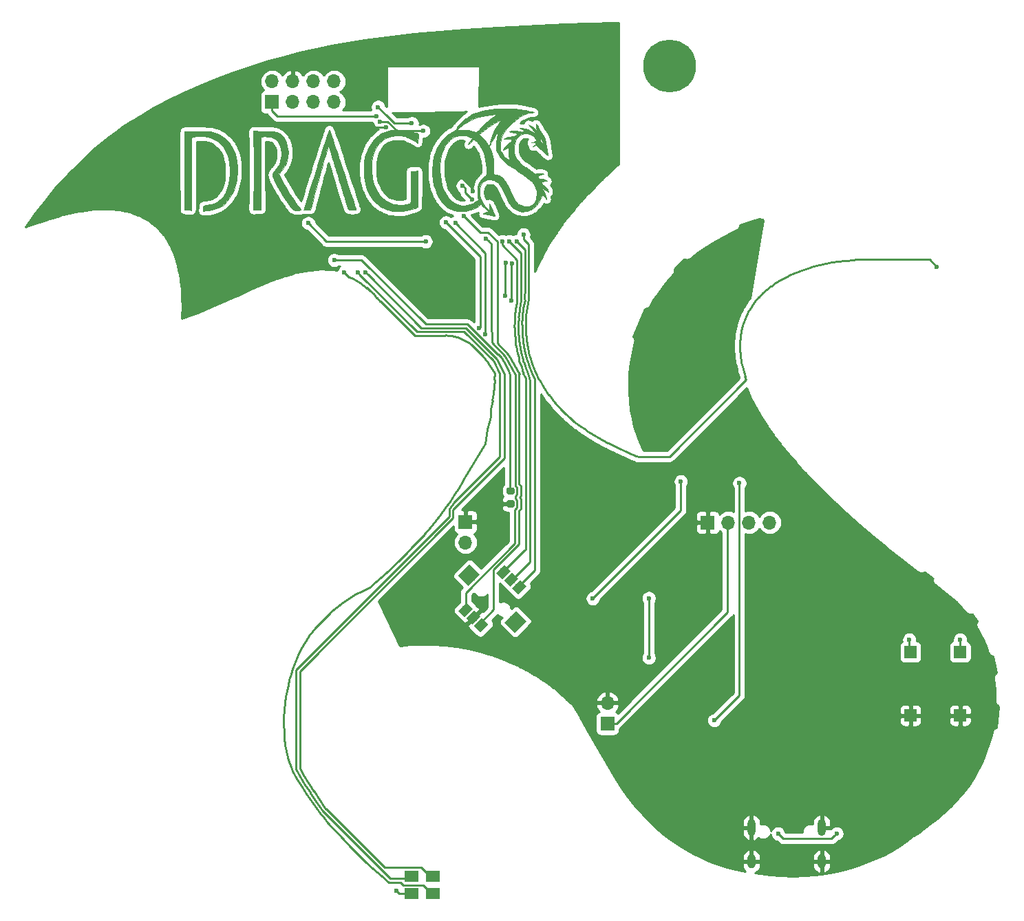
<source format=gbr>
G04 #@! TF.GenerationSoftware,KiCad,Pcbnew,5.1.4*
G04 #@! TF.CreationDate,2019-10-18T21:44:40-05:00*
G04 #@! TF.ProjectId,dragos,64726167-6f73-42e6-9b69-6361645f7063,rev?*
G04 #@! TF.SameCoordinates,Original*
G04 #@! TF.FileFunction,Copper,L1,Top*
G04 #@! TF.FilePolarity,Positive*
%FSLAX46Y46*%
G04 Gerber Fmt 4.6, Leading zero omitted, Abs format (unit mm)*
G04 Created by KiCad (PCBNEW 5.1.4) date 2019-10-18 21:44:40*
%MOMM*%
%LPD*%
G04 APERTURE LIST*
%ADD10C,0.010000*%
%ADD11C,6.500000*%
%ADD12C,0.100000*%
%ADD13C,0.875000*%
%ADD14R,1.700000X1.700000*%
%ADD15O,1.700000X1.700000*%
%ADD16O,1.000000X2.100000*%
%ADD17O,1.000000X1.800000*%
%ADD18R,1.500000X1.500000*%
%ADD19C,1.100000*%
%ADD20C,1.800000*%
%ADD21R,1.800000X1.400000*%
%ADD22C,0.600000*%
%ADD23C,0.250000*%
%ADD24C,0.254000*%
G04 APERTURE END LIST*
D10*
G36*
X140323122Y-49450692D02*
G01*
X140885954Y-49513642D01*
X141407000Y-49601169D01*
X141672565Y-49654231D01*
X141926267Y-49708270D01*
X142149649Y-49759106D01*
X142324253Y-49802559D01*
X142422116Y-49831102D01*
X142654066Y-49909978D01*
X142337449Y-49934386D01*
X142144472Y-49956983D01*
X141951116Y-49992056D01*
X141809166Y-50029073D01*
X141364479Y-50212045D01*
X140909317Y-50465048D01*
X140458043Y-50777173D01*
X140025019Y-51137510D01*
X139624610Y-51535148D01*
X139275208Y-51953812D01*
X138969264Y-52402045D01*
X138741169Y-52832146D01*
X138588118Y-53251747D01*
X138507310Y-53668483D01*
X138495330Y-54077840D01*
X138509080Y-54287594D01*
X138531716Y-54445580D01*
X138570938Y-54584687D01*
X138634447Y-54737805D01*
X138665340Y-54803959D01*
X138849236Y-55127721D01*
X139071714Y-55392926D01*
X139353421Y-55623765D01*
X139381735Y-55643240D01*
X139505173Y-55725281D01*
X139598980Y-55784296D01*
X139643538Y-55807962D01*
X139644012Y-55808000D01*
X139644967Y-55771195D01*
X139626727Y-55676322D01*
X139604213Y-55585750D01*
X139555309Y-55342355D01*
X139524039Y-55061574D01*
X139512567Y-54778308D01*
X139523058Y-54527458D01*
X139533545Y-54446100D01*
X139572798Y-54206035D01*
X139357482Y-54290216D01*
X139203959Y-54355386D01*
X139059003Y-54425121D01*
X139004394Y-54454882D01*
X138866622Y-54535367D01*
X138954485Y-54363141D01*
X139090678Y-54152304D01*
X139270709Y-53950894D01*
X139466803Y-53788017D01*
X139554856Y-53733992D01*
X139722467Y-53607585D01*
X139866479Y-53414500D01*
X139868800Y-53410577D01*
X140002766Y-53183333D01*
X139614800Y-53174788D01*
X139422131Y-53171616D01*
X139244229Y-53170553D01*
X139110630Y-53171713D01*
X139078666Y-53172715D01*
X139004597Y-53174084D01*
X138982807Y-53164251D01*
X139020069Y-53135137D01*
X139123159Y-53078666D01*
X139184500Y-53046528D01*
X139322188Y-52980352D01*
X139447009Y-52938154D01*
X139588780Y-52913042D01*
X139777321Y-52898122D01*
X139840246Y-52894940D01*
X140010229Y-52886503D01*
X140133847Y-52874096D01*
X140232059Y-52848789D01*
X140325822Y-52801651D01*
X140436094Y-52723749D01*
X140583834Y-52606153D01*
X140657077Y-52546839D01*
X140634934Y-52526502D01*
X140546801Y-52496065D01*
X140409888Y-52461130D01*
X140360744Y-52450372D01*
X140167808Y-52407739D01*
X139975005Y-52362039D01*
X139823141Y-52322954D01*
X139819500Y-52321944D01*
X139607833Y-52263089D01*
X139861833Y-52209002D01*
X140217929Y-52163279D01*
X140561559Y-52176199D01*
X140856666Y-52243200D01*
X141013171Y-52289683D01*
X141142969Y-52302614D01*
X141294802Y-52285640D01*
X141332916Y-52278827D01*
X141462981Y-52251052D01*
X141551302Y-52225091D01*
X141576333Y-52209970D01*
X141540992Y-52182037D01*
X141446227Y-52126956D01*
X141308928Y-52054251D01*
X141227248Y-52013097D01*
X140878162Y-51840045D01*
X141216664Y-51859337D01*
X141464512Y-51878630D01*
X141656696Y-51909569D01*
X141822152Y-51960532D01*
X141989820Y-52039893D01*
X142140502Y-52126748D01*
X142308152Y-52220186D01*
X142477505Y-52302149D01*
X142613211Y-52355595D01*
X142618587Y-52357246D01*
X142694182Y-52380705D01*
X142746028Y-52393861D01*
X142769925Y-52388590D01*
X142761671Y-52356771D01*
X142717067Y-52290279D01*
X142631912Y-52180994D01*
X142502006Y-52020791D01*
X142345274Y-51828714D01*
X141992381Y-51395597D01*
X142257720Y-51538048D01*
X142424960Y-51643044D01*
X142608613Y-51781522D01*
X142768994Y-51923552D01*
X142769362Y-51923916D01*
X142881872Y-52031592D01*
X142967371Y-52106725D01*
X143012074Y-52137462D01*
X143015531Y-52135583D01*
X143008599Y-52082194D01*
X142990168Y-51966205D01*
X142963591Y-51808366D01*
X142949765Y-51728626D01*
X142922909Y-51560439D01*
X142906287Y-51426202D01*
X142902149Y-51345865D01*
X142905135Y-51332419D01*
X142919623Y-51334525D01*
X142947698Y-51363491D01*
X142993636Y-51425928D01*
X143061711Y-51528449D01*
X143156198Y-51677665D01*
X143281374Y-51880188D01*
X143441514Y-52142631D01*
X143628590Y-52451266D01*
X144043636Y-53137366D01*
X144224274Y-54186933D01*
X144272952Y-54473985D01*
X144315386Y-54732402D01*
X144349824Y-54950824D01*
X144374514Y-55117892D01*
X144387704Y-55222247D01*
X144388711Y-55253050D01*
X144354928Y-55229844D01*
X144268902Y-55155761D01*
X144139322Y-55038715D01*
X143974871Y-54886618D01*
X143784238Y-54707383D01*
X143659265Y-54588544D01*
X142946020Y-53907487D01*
X142819182Y-53984622D01*
X142699468Y-54047786D01*
X142589556Y-54091450D01*
X142589421Y-54091489D01*
X142531238Y-54105273D01*
X142539306Y-54089785D01*
X142613500Y-54040137D01*
X142747582Y-53939346D01*
X142822406Y-53836426D01*
X142856229Y-53721613D01*
X142877487Y-53603727D01*
X142618493Y-53626842D01*
X142359500Y-53649958D01*
X142552077Y-53587178D01*
X142690991Y-53526956D01*
X142809521Y-53450844D01*
X142839207Y-53423751D01*
X142901987Y-53340224D01*
X142903724Y-53312261D01*
X143391174Y-53312261D01*
X143400669Y-53350383D01*
X143453251Y-53427951D01*
X143531697Y-53524984D01*
X143618789Y-53621500D01*
X143697304Y-53697519D01*
X143750023Y-53733058D01*
X143754356Y-53733666D01*
X143769351Y-53698420D01*
X143759631Y-53617250D01*
X143696848Y-53414104D01*
X143613380Y-53273042D01*
X143528400Y-53193526D01*
X143411433Y-53107049D01*
X143418801Y-53198108D01*
X143410399Y-53280959D01*
X143391174Y-53312261D01*
X142903724Y-53312261D01*
X142906895Y-53261229D01*
X142887526Y-53200302D01*
X142771219Y-53001209D01*
X142588677Y-52821593D01*
X142357963Y-52673048D01*
X142097140Y-52567168D01*
X141824272Y-52515549D01*
X141820280Y-52515255D01*
X141482418Y-52526421D01*
X141179571Y-52612785D01*
X140907248Y-52776487D01*
X140660959Y-53019668D01*
X140600073Y-53096924D01*
X140435213Y-53379541D01*
X140317224Y-53714511D01*
X140247038Y-54083068D01*
X140225590Y-54466444D01*
X140253811Y-54845873D01*
X140332635Y-55202588D01*
X140462994Y-55517822D01*
X140478369Y-55545413D01*
X140605880Y-55735827D01*
X140775790Y-55930995D01*
X140996095Y-56138275D01*
X141274792Y-56365020D01*
X141619878Y-56618587D01*
X141725854Y-56692869D01*
X141948173Y-56849245D01*
X142163562Y-57004112D01*
X142355213Y-57145142D01*
X142506317Y-57260004D01*
X142582804Y-57321460D01*
X142806109Y-57509682D01*
X142975244Y-57442007D01*
X143151861Y-57396493D01*
X143361363Y-57378781D01*
X143568064Y-57389132D01*
X143736273Y-57427806D01*
X143756500Y-57436304D01*
X143836062Y-57475583D01*
X143842658Y-57492643D01*
X143786147Y-57497895D01*
X143681439Y-57519779D01*
X143560197Y-57568163D01*
X143553314Y-57571679D01*
X143420589Y-57629080D01*
X143266850Y-57680514D01*
X143238921Y-57688095D01*
X143060010Y-57734166D01*
X143211023Y-57924666D01*
X143301882Y-58032847D01*
X143371862Y-58087824D01*
X143449770Y-58104944D01*
X143542521Y-58101291D01*
X143771118Y-58110562D01*
X143989154Y-58166748D01*
X144164054Y-58260979D01*
X144181699Y-58275366D01*
X144290748Y-58369166D01*
X144129457Y-58379679D01*
X143987277Y-58387715D01*
X143816003Y-58395770D01*
X143745916Y-58398607D01*
X143621877Y-58403691D01*
X143541489Y-58407733D01*
X143524304Y-58409260D01*
X143591728Y-58598060D01*
X143678136Y-58730717D01*
X143803033Y-58835755D01*
X143826300Y-58850895D01*
X144018214Y-59002476D01*
X144198923Y-59197423D01*
X144341800Y-59404945D01*
X144390601Y-59503487D01*
X144431666Y-59616077D01*
X144451382Y-59698354D01*
X144448240Y-59734958D01*
X144420729Y-59710527D01*
X144409109Y-59691785D01*
X144346130Y-59628278D01*
X144238322Y-59555601D01*
X144188146Y-59528472D01*
X144041418Y-59440425D01*
X143900473Y-59333689D01*
X143872916Y-59308798D01*
X143735333Y-59178057D01*
X143735514Y-59323945D01*
X143768179Y-59478546D01*
X143858565Y-59653888D01*
X143862831Y-59660333D01*
X144010498Y-59929300D01*
X144125261Y-60231286D01*
X144176794Y-60443500D01*
X144206275Y-60612833D01*
X144132852Y-60507000D01*
X144064092Y-60418154D01*
X143962353Y-60298053D01*
X143878103Y-60203916D01*
X143696778Y-60006667D01*
X143627592Y-60246250D01*
X143465035Y-60663516D01*
X143226560Y-61048826D01*
X142934046Y-61382723D01*
X142682168Y-61620082D01*
X142461306Y-61798776D01*
X142253332Y-61929083D01*
X142040116Y-62021282D01*
X141803529Y-62085651D01*
X141641787Y-62115354D01*
X141268552Y-62133658D01*
X140892672Y-62075316D01*
X140531934Y-61945846D01*
X140204129Y-61750766D01*
X140048050Y-61621002D01*
X139899554Y-61470820D01*
X139763067Y-61305435D01*
X139631079Y-61112598D01*
X139496079Y-60880059D01*
X139350558Y-60595568D01*
X139187004Y-60246877D01*
X139135160Y-60132068D01*
X138942619Y-59712784D01*
X138771888Y-59365245D01*
X138617152Y-59081168D01*
X138472592Y-58852264D01*
X138332394Y-58670249D01*
X138190740Y-58526837D01*
X138041814Y-58413742D01*
X137879799Y-58322677D01*
X137857577Y-58312074D01*
X137727527Y-58256755D01*
X137607365Y-58223011D01*
X137468348Y-58205819D01*
X137281731Y-58200154D01*
X137216000Y-58199950D01*
X136948109Y-58211556D01*
X136739730Y-58252129D01*
X136568121Y-58330567D01*
X136410538Y-58455769D01*
X136318642Y-58551062D01*
X136166437Y-58755193D01*
X136061490Y-58985470D01*
X135998840Y-59258092D01*
X135973525Y-59589259D01*
X135972451Y-59681500D01*
X135974346Y-59897790D01*
X135983879Y-60057957D01*
X136005854Y-60190496D01*
X136045071Y-60323903D01*
X136106335Y-60486673D01*
X136109496Y-60494662D01*
X136216492Y-60730856D01*
X136352935Y-60981330D01*
X136508094Y-61230733D01*
X136671242Y-61463710D01*
X136831649Y-61664909D01*
X136978586Y-61818976D01*
X137097537Y-61908569D01*
X137136376Y-61925586D01*
X137160254Y-61916817D01*
X137171865Y-61868342D01*
X137173901Y-61766238D01*
X137169054Y-61596585D01*
X137167297Y-61547878D01*
X137163015Y-61374304D01*
X137163539Y-61237832D01*
X137168585Y-61156717D01*
X137173666Y-61142212D01*
X137196277Y-61178672D01*
X137246299Y-61278250D01*
X137317173Y-61426512D01*
X137402342Y-61609024D01*
X137495248Y-61811349D01*
X137589333Y-62019054D01*
X137678039Y-62217703D01*
X137754808Y-62392861D01*
X137813081Y-62530095D01*
X137846302Y-62614968D01*
X137851518Y-62634250D01*
X137852393Y-62647581D01*
X137847864Y-62656266D01*
X137826462Y-62658702D01*
X137776716Y-62653291D01*
X137687155Y-62638432D01*
X137546309Y-62612525D01*
X137342707Y-62573968D01*
X137131333Y-62533777D01*
X136902197Y-62489635D01*
X136699741Y-62449465D01*
X136539829Y-62416504D01*
X136438328Y-62393990D01*
X136412809Y-62387116D01*
X136417093Y-62363945D01*
X136488253Y-62323525D01*
X136612282Y-62273636D01*
X136625610Y-62268930D01*
X136818725Y-62200559D01*
X136937963Y-62149652D01*
X136988897Y-62104413D01*
X136977101Y-62053043D01*
X136908148Y-61983746D01*
X136801691Y-61896190D01*
X136642708Y-61754514D01*
X136477956Y-61588424D01*
X136369333Y-61465140D01*
X136272840Y-61349726D01*
X136197238Y-61265399D01*
X136157739Y-61229057D01*
X136156527Y-61228722D01*
X136114022Y-61251238D01*
X136023783Y-61312292D01*
X135905168Y-61398774D01*
X135902629Y-61400681D01*
X135541863Y-61634629D01*
X135144081Y-61817777D01*
X134828406Y-61922751D01*
X134526110Y-61995349D01*
X134187145Y-62052096D01*
X133841027Y-62089732D01*
X133517271Y-62104997D01*
X133259449Y-62096013D01*
X132821015Y-62013377D01*
X132404378Y-61852129D01*
X132012624Y-61616232D01*
X131648838Y-61309645D01*
X131316105Y-60936331D01*
X131017511Y-60500250D01*
X130756140Y-60005364D01*
X130535078Y-59455634D01*
X130357409Y-58855022D01*
X130226220Y-58207489D01*
X130225001Y-58199833D01*
X130201975Y-57993717D01*
X130186055Y-57724804D01*
X130177217Y-57414660D01*
X130175439Y-57084853D01*
X130176023Y-57048423D01*
X131085328Y-57048423D01*
X131126930Y-57677407D01*
X131217328Y-58291135D01*
X131355136Y-58872961D01*
X131538971Y-59406236D01*
X131631110Y-59614967D01*
X131887139Y-60075286D01*
X132186936Y-60475085D01*
X132525217Y-60809556D01*
X132896694Y-61073888D01*
X133296081Y-61263271D01*
X133517969Y-61331791D01*
X133809421Y-61375923D01*
X134137605Y-61377120D01*
X134467534Y-61337438D01*
X134764218Y-61258936D01*
X134765728Y-61258389D01*
X135114565Y-61108637D01*
X135412459Y-60926792D01*
X135612108Y-60766782D01*
X135807383Y-60594696D01*
X135746560Y-60370931D01*
X135713635Y-60175360D01*
X135700434Y-59923784D01*
X135705746Y-59642240D01*
X135728362Y-59356760D01*
X135767073Y-59093380D01*
X135815132Y-58895279D01*
X135925153Y-58623750D01*
X136077879Y-58356649D01*
X136259115Y-58112579D01*
X136454662Y-57910144D01*
X136650324Y-57767947D01*
X136691685Y-57746731D01*
X136743724Y-57706855D01*
X136776954Y-57633356D01*
X136799052Y-57505126D01*
X136806829Y-57430219D01*
X136814691Y-57236200D01*
X136810251Y-56982761D01*
X136795254Y-56693975D01*
X136771446Y-56393915D01*
X136740571Y-56106656D01*
X136704375Y-55856268D01*
X136685416Y-55755253D01*
X136551245Y-55237760D01*
X136371689Y-54745411D01*
X136153287Y-54290738D01*
X135902575Y-53886273D01*
X135626092Y-53544548D01*
X135437947Y-53363966D01*
X135361688Y-53298903D01*
X135302847Y-53260837D01*
X135247687Y-53255508D01*
X135182469Y-53288655D01*
X135093456Y-53366018D01*
X134966909Y-53493334D01*
X134856980Y-53606666D01*
X134589688Y-53881833D01*
X134818998Y-53479666D01*
X134910295Y-53314744D01*
X134981208Y-53177362D01*
X135023767Y-53083587D01*
X135031864Y-53050402D01*
X134987038Y-53022252D01*
X134884866Y-52974004D01*
X134747054Y-52915876D01*
X134740715Y-52913333D01*
X134322135Y-52786514D01*
X133893648Y-52733346D01*
X133471409Y-52754465D01*
X133079623Y-52847720D01*
X132717277Y-53016272D01*
X132379920Y-53261133D01*
X132071970Y-53576481D01*
X131797841Y-53956496D01*
X131561952Y-54395356D01*
X131368719Y-54887243D01*
X131267126Y-55236416D01*
X131154041Y-55811280D01*
X131093903Y-56420831D01*
X131085328Y-57048423D01*
X130176023Y-57048423D01*
X130180698Y-56756952D01*
X130192969Y-56452524D01*
X130212232Y-56193137D01*
X130227281Y-56067090D01*
X130353488Y-55419058D01*
X130535988Y-54811107D01*
X130771293Y-54248713D01*
X131055914Y-53737348D01*
X131386360Y-53282486D01*
X131759144Y-52889600D01*
X132120156Y-52604185D01*
X135904220Y-52604185D01*
X136083860Y-52755372D01*
X136492258Y-53153598D01*
X136849057Y-53615096D01*
X137150941Y-54133590D01*
X137394597Y-54702806D01*
X137576711Y-55316468D01*
X137661658Y-55743237D01*
X137687038Y-55952417D01*
X137706790Y-56221774D01*
X137719517Y-56526920D01*
X137723829Y-56829129D01*
X137724000Y-57532759D01*
X137925083Y-57559442D01*
X138074276Y-57593124D01*
X138252875Y-57652754D01*
X138383119Y-57707657D01*
X138524940Y-57778673D01*
X138651867Y-57853637D01*
X138768503Y-57939394D01*
X138879448Y-58042787D01*
X138989302Y-58170660D01*
X139102666Y-58329859D01*
X139224143Y-58527227D01*
X139358331Y-58769609D01*
X139509833Y-59063848D01*
X139683248Y-59416790D01*
X139883179Y-59835279D01*
X140046985Y-60182841D01*
X140213567Y-60515203D01*
X140369677Y-60776634D01*
X140523564Y-60978779D01*
X140683475Y-61133278D01*
X140761829Y-61191899D01*
X141058361Y-61348315D01*
X141394220Y-61445259D01*
X141744909Y-61478892D01*
X142085932Y-61445371D01*
X142198307Y-61417113D01*
X142394049Y-61330437D01*
X142567214Y-61185226D01*
X142583400Y-61167954D01*
X142729994Y-60992646D01*
X142831922Y-60823400D01*
X142906602Y-60626535D01*
X142951542Y-60456182D01*
X143012992Y-60024549D01*
X142990621Y-59604261D01*
X142884174Y-59193055D01*
X142782624Y-58955403D01*
X142623448Y-58697943D01*
X142392085Y-58429529D01*
X142085746Y-58147479D01*
X141701643Y-57849110D01*
X141447541Y-57671184D01*
X141235295Y-57525730D01*
X141020714Y-57375916D01*
X140826832Y-57237994D01*
X140676686Y-57128216D01*
X140658366Y-57114429D01*
X140484582Y-56991015D01*
X140275844Y-56854518D01*
X140072273Y-56730996D01*
X140037191Y-56710976D01*
X139685607Y-56501415D01*
X139392377Y-56298744D01*
X139134728Y-56085639D01*
X138889884Y-55844778D01*
X138868654Y-55822172D01*
X138566432Y-55476016D01*
X138334496Y-55154967D01*
X138167628Y-54845820D01*
X138060611Y-54535373D01*
X138008228Y-54210421D01*
X138005260Y-53857761D01*
X138019901Y-53674332D01*
X138095738Y-53125781D01*
X138203212Y-52625494D01*
X138291274Y-52326083D01*
X138336648Y-52186360D01*
X138367530Y-52084549D01*
X138377855Y-52040749D01*
X138377513Y-52040333D01*
X138350375Y-52074030D01*
X138287464Y-52165930D01*
X138197572Y-52302248D01*
X138089493Y-52469199D01*
X137972017Y-52652998D01*
X137853938Y-52839858D01*
X137744047Y-53015995D01*
X137651137Y-53167624D01*
X137584001Y-53280958D01*
X137567504Y-53310333D01*
X137481318Y-53477665D01*
X137386948Y-53675464D01*
X137319392Y-53827269D01*
X137259140Y-53962495D01*
X137211171Y-54058194D01*
X137184668Y-54096266D01*
X137183135Y-54095912D01*
X137187239Y-54051445D01*
X137209779Y-53941633D01*
X137247095Y-53782869D01*
X137295528Y-53591540D01*
X137297003Y-53585893D01*
X137440343Y-53102036D01*
X137613245Y-52625712D01*
X137808811Y-52171322D01*
X138020141Y-51753264D01*
X138240335Y-51385939D01*
X138462495Y-51083745D01*
X138536166Y-50999572D01*
X138712814Y-50807931D01*
X138492726Y-50894682D01*
X138146806Y-51046666D01*
X137788989Y-51236124D01*
X137409917Y-51469015D01*
X137000233Y-51751295D01*
X136550580Y-52088922D01*
X136274360Y-52307173D01*
X135904220Y-52604185D01*
X132120156Y-52604185D01*
X132170775Y-52564166D01*
X132617765Y-52311655D01*
X132622539Y-52309454D01*
X132791942Y-52228755D01*
X132907351Y-52161048D01*
X132973991Y-52102247D01*
X133189286Y-52102247D01*
X133215500Y-52104612D01*
X133288565Y-52090782D01*
X133427173Y-52076535D01*
X133612221Y-52063450D01*
X133824610Y-52053104D01*
X133850500Y-52052141D01*
X134240341Y-52049885D01*
X134573041Y-52076194D01*
X134872364Y-52134681D01*
X135162075Y-52228960D01*
X135251838Y-52265257D01*
X135388236Y-52318996D01*
X135495568Y-52354603D01*
X135546024Y-52364087D01*
X135589281Y-52332562D01*
X135678867Y-52249866D01*
X135803560Y-52126926D01*
X135952137Y-51974668D01*
X136030734Y-51892166D01*
X136479661Y-51434484D01*
X136903174Y-51037581D01*
X137297787Y-50704296D01*
X137660015Y-50437466D01*
X137986372Y-50239932D01*
X138163012Y-50156064D01*
X138259451Y-50110956D01*
X138308400Y-50078414D01*
X138309766Y-50071988D01*
X138262777Y-50071704D01*
X138144989Y-50084312D01*
X137968945Y-50107777D01*
X137747186Y-50140063D01*
X137492254Y-50179135D01*
X137216691Y-50222957D01*
X136933038Y-50269493D01*
X136653838Y-50316707D01*
X136391632Y-50362564D01*
X136158962Y-50405028D01*
X135968370Y-50442063D01*
X135832398Y-50471634D01*
X135804686Y-50478598D01*
X135410366Y-50609459D01*
X134980795Y-50800070D01*
X134531402Y-51042359D01*
X134077619Y-51328254D01*
X133787000Y-51534103D01*
X133648872Y-51642255D01*
X133511914Y-51759232D01*
X133386802Y-51874376D01*
X133284209Y-51977031D01*
X133214812Y-52056540D01*
X133189286Y-52102247D01*
X132973991Y-52102247D01*
X132992551Y-52085871D01*
X133071326Y-51982766D01*
X133155013Y-51851402D01*
X133322336Y-51614639D01*
X133540415Y-51354835D01*
X133788205Y-51093815D01*
X134044658Y-50853406D01*
X134288731Y-50655430D01*
X134350729Y-50611432D01*
X134721071Y-50374188D01*
X135092726Y-50170827D01*
X135476344Y-49998352D01*
X135882572Y-49853764D01*
X136322060Y-49734067D01*
X136805457Y-49636262D01*
X137343410Y-49557351D01*
X137946568Y-49494337D01*
X138458595Y-49455001D01*
X139130846Y-49422433D01*
X139745221Y-49420643D01*
X140323122Y-49450692D01*
X140323122Y-49450692D01*
G37*
X140323122Y-49450692D02*
X140885954Y-49513642D01*
X141407000Y-49601169D01*
X141672565Y-49654231D01*
X141926267Y-49708270D01*
X142149649Y-49759106D01*
X142324253Y-49802559D01*
X142422116Y-49831102D01*
X142654066Y-49909978D01*
X142337449Y-49934386D01*
X142144472Y-49956983D01*
X141951116Y-49992056D01*
X141809166Y-50029073D01*
X141364479Y-50212045D01*
X140909317Y-50465048D01*
X140458043Y-50777173D01*
X140025019Y-51137510D01*
X139624610Y-51535148D01*
X139275208Y-51953812D01*
X138969264Y-52402045D01*
X138741169Y-52832146D01*
X138588118Y-53251747D01*
X138507310Y-53668483D01*
X138495330Y-54077840D01*
X138509080Y-54287594D01*
X138531716Y-54445580D01*
X138570938Y-54584687D01*
X138634447Y-54737805D01*
X138665340Y-54803959D01*
X138849236Y-55127721D01*
X139071714Y-55392926D01*
X139353421Y-55623765D01*
X139381735Y-55643240D01*
X139505173Y-55725281D01*
X139598980Y-55784296D01*
X139643538Y-55807962D01*
X139644012Y-55808000D01*
X139644967Y-55771195D01*
X139626727Y-55676322D01*
X139604213Y-55585750D01*
X139555309Y-55342355D01*
X139524039Y-55061574D01*
X139512567Y-54778308D01*
X139523058Y-54527458D01*
X139533545Y-54446100D01*
X139572798Y-54206035D01*
X139357482Y-54290216D01*
X139203959Y-54355386D01*
X139059003Y-54425121D01*
X139004394Y-54454882D01*
X138866622Y-54535367D01*
X138954485Y-54363141D01*
X139090678Y-54152304D01*
X139270709Y-53950894D01*
X139466803Y-53788017D01*
X139554856Y-53733992D01*
X139722467Y-53607585D01*
X139866479Y-53414500D01*
X139868800Y-53410577D01*
X140002766Y-53183333D01*
X139614800Y-53174788D01*
X139422131Y-53171616D01*
X139244229Y-53170553D01*
X139110630Y-53171713D01*
X139078666Y-53172715D01*
X139004597Y-53174084D01*
X138982807Y-53164251D01*
X139020069Y-53135137D01*
X139123159Y-53078666D01*
X139184500Y-53046528D01*
X139322188Y-52980352D01*
X139447009Y-52938154D01*
X139588780Y-52913042D01*
X139777321Y-52898122D01*
X139840246Y-52894940D01*
X140010229Y-52886503D01*
X140133847Y-52874096D01*
X140232059Y-52848789D01*
X140325822Y-52801651D01*
X140436094Y-52723749D01*
X140583834Y-52606153D01*
X140657077Y-52546839D01*
X140634934Y-52526502D01*
X140546801Y-52496065D01*
X140409888Y-52461130D01*
X140360744Y-52450372D01*
X140167808Y-52407739D01*
X139975005Y-52362039D01*
X139823141Y-52322954D01*
X139819500Y-52321944D01*
X139607833Y-52263089D01*
X139861833Y-52209002D01*
X140217929Y-52163279D01*
X140561559Y-52176199D01*
X140856666Y-52243200D01*
X141013171Y-52289683D01*
X141142969Y-52302614D01*
X141294802Y-52285640D01*
X141332916Y-52278827D01*
X141462981Y-52251052D01*
X141551302Y-52225091D01*
X141576333Y-52209970D01*
X141540992Y-52182037D01*
X141446227Y-52126956D01*
X141308928Y-52054251D01*
X141227248Y-52013097D01*
X140878162Y-51840045D01*
X141216664Y-51859337D01*
X141464512Y-51878630D01*
X141656696Y-51909569D01*
X141822152Y-51960532D01*
X141989820Y-52039893D01*
X142140502Y-52126748D01*
X142308152Y-52220186D01*
X142477505Y-52302149D01*
X142613211Y-52355595D01*
X142618587Y-52357246D01*
X142694182Y-52380705D01*
X142746028Y-52393861D01*
X142769925Y-52388590D01*
X142761671Y-52356771D01*
X142717067Y-52290279D01*
X142631912Y-52180994D01*
X142502006Y-52020791D01*
X142345274Y-51828714D01*
X141992381Y-51395597D01*
X142257720Y-51538048D01*
X142424960Y-51643044D01*
X142608613Y-51781522D01*
X142768994Y-51923552D01*
X142769362Y-51923916D01*
X142881872Y-52031592D01*
X142967371Y-52106725D01*
X143012074Y-52137462D01*
X143015531Y-52135583D01*
X143008599Y-52082194D01*
X142990168Y-51966205D01*
X142963591Y-51808366D01*
X142949765Y-51728626D01*
X142922909Y-51560439D01*
X142906287Y-51426202D01*
X142902149Y-51345865D01*
X142905135Y-51332419D01*
X142919623Y-51334525D01*
X142947698Y-51363491D01*
X142993636Y-51425928D01*
X143061711Y-51528449D01*
X143156198Y-51677665D01*
X143281374Y-51880188D01*
X143441514Y-52142631D01*
X143628590Y-52451266D01*
X144043636Y-53137366D01*
X144224274Y-54186933D01*
X144272952Y-54473985D01*
X144315386Y-54732402D01*
X144349824Y-54950824D01*
X144374514Y-55117892D01*
X144387704Y-55222247D01*
X144388711Y-55253050D01*
X144354928Y-55229844D01*
X144268902Y-55155761D01*
X144139322Y-55038715D01*
X143974871Y-54886618D01*
X143784238Y-54707383D01*
X143659265Y-54588544D01*
X142946020Y-53907487D01*
X142819182Y-53984622D01*
X142699468Y-54047786D01*
X142589556Y-54091450D01*
X142589421Y-54091489D01*
X142531238Y-54105273D01*
X142539306Y-54089785D01*
X142613500Y-54040137D01*
X142747582Y-53939346D01*
X142822406Y-53836426D01*
X142856229Y-53721613D01*
X142877487Y-53603727D01*
X142618493Y-53626842D01*
X142359500Y-53649958D01*
X142552077Y-53587178D01*
X142690991Y-53526956D01*
X142809521Y-53450844D01*
X142839207Y-53423751D01*
X142901987Y-53340224D01*
X142903724Y-53312261D01*
X143391174Y-53312261D01*
X143400669Y-53350383D01*
X143453251Y-53427951D01*
X143531697Y-53524984D01*
X143618789Y-53621500D01*
X143697304Y-53697519D01*
X143750023Y-53733058D01*
X143754356Y-53733666D01*
X143769351Y-53698420D01*
X143759631Y-53617250D01*
X143696848Y-53414104D01*
X143613380Y-53273042D01*
X143528400Y-53193526D01*
X143411433Y-53107049D01*
X143418801Y-53198108D01*
X143410399Y-53280959D01*
X143391174Y-53312261D01*
X142903724Y-53312261D01*
X142906895Y-53261229D01*
X142887526Y-53200302D01*
X142771219Y-53001209D01*
X142588677Y-52821593D01*
X142357963Y-52673048D01*
X142097140Y-52567168D01*
X141824272Y-52515549D01*
X141820280Y-52515255D01*
X141482418Y-52526421D01*
X141179571Y-52612785D01*
X140907248Y-52776487D01*
X140660959Y-53019668D01*
X140600073Y-53096924D01*
X140435213Y-53379541D01*
X140317224Y-53714511D01*
X140247038Y-54083068D01*
X140225590Y-54466444D01*
X140253811Y-54845873D01*
X140332635Y-55202588D01*
X140462994Y-55517822D01*
X140478369Y-55545413D01*
X140605880Y-55735827D01*
X140775790Y-55930995D01*
X140996095Y-56138275D01*
X141274792Y-56365020D01*
X141619878Y-56618587D01*
X141725854Y-56692869D01*
X141948173Y-56849245D01*
X142163562Y-57004112D01*
X142355213Y-57145142D01*
X142506317Y-57260004D01*
X142582804Y-57321460D01*
X142806109Y-57509682D01*
X142975244Y-57442007D01*
X143151861Y-57396493D01*
X143361363Y-57378781D01*
X143568064Y-57389132D01*
X143736273Y-57427806D01*
X143756500Y-57436304D01*
X143836062Y-57475583D01*
X143842658Y-57492643D01*
X143786147Y-57497895D01*
X143681439Y-57519779D01*
X143560197Y-57568163D01*
X143553314Y-57571679D01*
X143420589Y-57629080D01*
X143266850Y-57680514D01*
X143238921Y-57688095D01*
X143060010Y-57734166D01*
X143211023Y-57924666D01*
X143301882Y-58032847D01*
X143371862Y-58087824D01*
X143449770Y-58104944D01*
X143542521Y-58101291D01*
X143771118Y-58110562D01*
X143989154Y-58166748D01*
X144164054Y-58260979D01*
X144181699Y-58275366D01*
X144290748Y-58369166D01*
X144129457Y-58379679D01*
X143987277Y-58387715D01*
X143816003Y-58395770D01*
X143745916Y-58398607D01*
X143621877Y-58403691D01*
X143541489Y-58407733D01*
X143524304Y-58409260D01*
X143591728Y-58598060D01*
X143678136Y-58730717D01*
X143803033Y-58835755D01*
X143826300Y-58850895D01*
X144018214Y-59002476D01*
X144198923Y-59197423D01*
X144341800Y-59404945D01*
X144390601Y-59503487D01*
X144431666Y-59616077D01*
X144451382Y-59698354D01*
X144448240Y-59734958D01*
X144420729Y-59710527D01*
X144409109Y-59691785D01*
X144346130Y-59628278D01*
X144238322Y-59555601D01*
X144188146Y-59528472D01*
X144041418Y-59440425D01*
X143900473Y-59333689D01*
X143872916Y-59308798D01*
X143735333Y-59178057D01*
X143735514Y-59323945D01*
X143768179Y-59478546D01*
X143858565Y-59653888D01*
X143862831Y-59660333D01*
X144010498Y-59929300D01*
X144125261Y-60231286D01*
X144176794Y-60443500D01*
X144206275Y-60612833D01*
X144132852Y-60507000D01*
X144064092Y-60418154D01*
X143962353Y-60298053D01*
X143878103Y-60203916D01*
X143696778Y-60006667D01*
X143627592Y-60246250D01*
X143465035Y-60663516D01*
X143226560Y-61048826D01*
X142934046Y-61382723D01*
X142682168Y-61620082D01*
X142461306Y-61798776D01*
X142253332Y-61929083D01*
X142040116Y-62021282D01*
X141803529Y-62085651D01*
X141641787Y-62115354D01*
X141268552Y-62133658D01*
X140892672Y-62075316D01*
X140531934Y-61945846D01*
X140204129Y-61750766D01*
X140048050Y-61621002D01*
X139899554Y-61470820D01*
X139763067Y-61305435D01*
X139631079Y-61112598D01*
X139496079Y-60880059D01*
X139350558Y-60595568D01*
X139187004Y-60246877D01*
X139135160Y-60132068D01*
X138942619Y-59712784D01*
X138771888Y-59365245D01*
X138617152Y-59081168D01*
X138472592Y-58852264D01*
X138332394Y-58670249D01*
X138190740Y-58526837D01*
X138041814Y-58413742D01*
X137879799Y-58322677D01*
X137857577Y-58312074D01*
X137727527Y-58256755D01*
X137607365Y-58223011D01*
X137468348Y-58205819D01*
X137281731Y-58200154D01*
X137216000Y-58199950D01*
X136948109Y-58211556D01*
X136739730Y-58252129D01*
X136568121Y-58330567D01*
X136410538Y-58455769D01*
X136318642Y-58551062D01*
X136166437Y-58755193D01*
X136061490Y-58985470D01*
X135998840Y-59258092D01*
X135973525Y-59589259D01*
X135972451Y-59681500D01*
X135974346Y-59897790D01*
X135983879Y-60057957D01*
X136005854Y-60190496D01*
X136045071Y-60323903D01*
X136106335Y-60486673D01*
X136109496Y-60494662D01*
X136216492Y-60730856D01*
X136352935Y-60981330D01*
X136508094Y-61230733D01*
X136671242Y-61463710D01*
X136831649Y-61664909D01*
X136978586Y-61818976D01*
X137097537Y-61908569D01*
X137136376Y-61925586D01*
X137160254Y-61916817D01*
X137171865Y-61868342D01*
X137173901Y-61766238D01*
X137169054Y-61596585D01*
X137167297Y-61547878D01*
X137163015Y-61374304D01*
X137163539Y-61237832D01*
X137168585Y-61156717D01*
X137173666Y-61142212D01*
X137196277Y-61178672D01*
X137246299Y-61278250D01*
X137317173Y-61426512D01*
X137402342Y-61609024D01*
X137495248Y-61811349D01*
X137589333Y-62019054D01*
X137678039Y-62217703D01*
X137754808Y-62392861D01*
X137813081Y-62530095D01*
X137846302Y-62614968D01*
X137851518Y-62634250D01*
X137852393Y-62647581D01*
X137847864Y-62656266D01*
X137826462Y-62658702D01*
X137776716Y-62653291D01*
X137687155Y-62638432D01*
X137546309Y-62612525D01*
X137342707Y-62573968D01*
X137131333Y-62533777D01*
X136902197Y-62489635D01*
X136699741Y-62449465D01*
X136539829Y-62416504D01*
X136438328Y-62393990D01*
X136412809Y-62387116D01*
X136417093Y-62363945D01*
X136488253Y-62323525D01*
X136612282Y-62273636D01*
X136625610Y-62268930D01*
X136818725Y-62200559D01*
X136937963Y-62149652D01*
X136988897Y-62104413D01*
X136977101Y-62053043D01*
X136908148Y-61983746D01*
X136801691Y-61896190D01*
X136642708Y-61754514D01*
X136477956Y-61588424D01*
X136369333Y-61465140D01*
X136272840Y-61349726D01*
X136197238Y-61265399D01*
X136157739Y-61229057D01*
X136156527Y-61228722D01*
X136114022Y-61251238D01*
X136023783Y-61312292D01*
X135905168Y-61398774D01*
X135902629Y-61400681D01*
X135541863Y-61634629D01*
X135144081Y-61817777D01*
X134828406Y-61922751D01*
X134526110Y-61995349D01*
X134187145Y-62052096D01*
X133841027Y-62089732D01*
X133517271Y-62104997D01*
X133259449Y-62096013D01*
X132821015Y-62013377D01*
X132404378Y-61852129D01*
X132012624Y-61616232D01*
X131648838Y-61309645D01*
X131316105Y-60936331D01*
X131017511Y-60500250D01*
X130756140Y-60005364D01*
X130535078Y-59455634D01*
X130357409Y-58855022D01*
X130226220Y-58207489D01*
X130225001Y-58199833D01*
X130201975Y-57993717D01*
X130186055Y-57724804D01*
X130177217Y-57414660D01*
X130175439Y-57084853D01*
X130176023Y-57048423D01*
X131085328Y-57048423D01*
X131126930Y-57677407D01*
X131217328Y-58291135D01*
X131355136Y-58872961D01*
X131538971Y-59406236D01*
X131631110Y-59614967D01*
X131887139Y-60075286D01*
X132186936Y-60475085D01*
X132525217Y-60809556D01*
X132896694Y-61073888D01*
X133296081Y-61263271D01*
X133517969Y-61331791D01*
X133809421Y-61375923D01*
X134137605Y-61377120D01*
X134467534Y-61337438D01*
X134764218Y-61258936D01*
X134765728Y-61258389D01*
X135114565Y-61108637D01*
X135412459Y-60926792D01*
X135612108Y-60766782D01*
X135807383Y-60594696D01*
X135746560Y-60370931D01*
X135713635Y-60175360D01*
X135700434Y-59923784D01*
X135705746Y-59642240D01*
X135728362Y-59356760D01*
X135767073Y-59093380D01*
X135815132Y-58895279D01*
X135925153Y-58623750D01*
X136077879Y-58356649D01*
X136259115Y-58112579D01*
X136454662Y-57910144D01*
X136650324Y-57767947D01*
X136691685Y-57746731D01*
X136743724Y-57706855D01*
X136776954Y-57633356D01*
X136799052Y-57505126D01*
X136806829Y-57430219D01*
X136814691Y-57236200D01*
X136810251Y-56982761D01*
X136795254Y-56693975D01*
X136771446Y-56393915D01*
X136740571Y-56106656D01*
X136704375Y-55856268D01*
X136685416Y-55755253D01*
X136551245Y-55237760D01*
X136371689Y-54745411D01*
X136153287Y-54290738D01*
X135902575Y-53886273D01*
X135626092Y-53544548D01*
X135437947Y-53363966D01*
X135361688Y-53298903D01*
X135302847Y-53260837D01*
X135247687Y-53255508D01*
X135182469Y-53288655D01*
X135093456Y-53366018D01*
X134966909Y-53493334D01*
X134856980Y-53606666D01*
X134589688Y-53881833D01*
X134818998Y-53479666D01*
X134910295Y-53314744D01*
X134981208Y-53177362D01*
X135023767Y-53083587D01*
X135031864Y-53050402D01*
X134987038Y-53022252D01*
X134884866Y-52974004D01*
X134747054Y-52915876D01*
X134740715Y-52913333D01*
X134322135Y-52786514D01*
X133893648Y-52733346D01*
X133471409Y-52754465D01*
X133079623Y-52847720D01*
X132717277Y-53016272D01*
X132379920Y-53261133D01*
X132071970Y-53576481D01*
X131797841Y-53956496D01*
X131561952Y-54395356D01*
X131368719Y-54887243D01*
X131267126Y-55236416D01*
X131154041Y-55811280D01*
X131093903Y-56420831D01*
X131085328Y-57048423D01*
X130176023Y-57048423D01*
X130180698Y-56756952D01*
X130192969Y-56452524D01*
X130212232Y-56193137D01*
X130227281Y-56067090D01*
X130353488Y-55419058D01*
X130535988Y-54811107D01*
X130771293Y-54248713D01*
X131055914Y-53737348D01*
X131386360Y-53282486D01*
X131759144Y-52889600D01*
X132120156Y-52604185D01*
X135904220Y-52604185D01*
X136083860Y-52755372D01*
X136492258Y-53153598D01*
X136849057Y-53615096D01*
X137150941Y-54133590D01*
X137394597Y-54702806D01*
X137576711Y-55316468D01*
X137661658Y-55743237D01*
X137687038Y-55952417D01*
X137706790Y-56221774D01*
X137719517Y-56526920D01*
X137723829Y-56829129D01*
X137724000Y-57532759D01*
X137925083Y-57559442D01*
X138074276Y-57593124D01*
X138252875Y-57652754D01*
X138383119Y-57707657D01*
X138524940Y-57778673D01*
X138651867Y-57853637D01*
X138768503Y-57939394D01*
X138879448Y-58042787D01*
X138989302Y-58170660D01*
X139102666Y-58329859D01*
X139224143Y-58527227D01*
X139358331Y-58769609D01*
X139509833Y-59063848D01*
X139683248Y-59416790D01*
X139883179Y-59835279D01*
X140046985Y-60182841D01*
X140213567Y-60515203D01*
X140369677Y-60776634D01*
X140523564Y-60978779D01*
X140683475Y-61133278D01*
X140761829Y-61191899D01*
X141058361Y-61348315D01*
X141394220Y-61445259D01*
X141744909Y-61478892D01*
X142085932Y-61445371D01*
X142198307Y-61417113D01*
X142394049Y-61330437D01*
X142567214Y-61185226D01*
X142583400Y-61167954D01*
X142729994Y-60992646D01*
X142831922Y-60823400D01*
X142906602Y-60626535D01*
X142951542Y-60456182D01*
X143012992Y-60024549D01*
X142990621Y-59604261D01*
X142884174Y-59193055D01*
X142782624Y-58955403D01*
X142623448Y-58697943D01*
X142392085Y-58429529D01*
X142085746Y-58147479D01*
X141701643Y-57849110D01*
X141447541Y-57671184D01*
X141235295Y-57525730D01*
X141020714Y-57375916D01*
X140826832Y-57237994D01*
X140676686Y-57128216D01*
X140658366Y-57114429D01*
X140484582Y-56991015D01*
X140275844Y-56854518D01*
X140072273Y-56730996D01*
X140037191Y-56710976D01*
X139685607Y-56501415D01*
X139392377Y-56298744D01*
X139134728Y-56085639D01*
X138889884Y-55844778D01*
X138868654Y-55822172D01*
X138566432Y-55476016D01*
X138334496Y-55154967D01*
X138167628Y-54845820D01*
X138060611Y-54535373D01*
X138008228Y-54210421D01*
X138005260Y-53857761D01*
X138019901Y-53674332D01*
X138095738Y-53125781D01*
X138203212Y-52625494D01*
X138291274Y-52326083D01*
X138336648Y-52186360D01*
X138367530Y-52084549D01*
X138377855Y-52040749D01*
X138377513Y-52040333D01*
X138350375Y-52074030D01*
X138287464Y-52165930D01*
X138197572Y-52302248D01*
X138089493Y-52469199D01*
X137972017Y-52652998D01*
X137853938Y-52839858D01*
X137744047Y-53015995D01*
X137651137Y-53167624D01*
X137584001Y-53280958D01*
X137567504Y-53310333D01*
X137481318Y-53477665D01*
X137386948Y-53675464D01*
X137319392Y-53827269D01*
X137259140Y-53962495D01*
X137211171Y-54058194D01*
X137184668Y-54096266D01*
X137183135Y-54095912D01*
X137187239Y-54051445D01*
X137209779Y-53941633D01*
X137247095Y-53782869D01*
X137295528Y-53591540D01*
X137297003Y-53585893D01*
X137440343Y-53102036D01*
X137613245Y-52625712D01*
X137808811Y-52171322D01*
X138020141Y-51753264D01*
X138240335Y-51385939D01*
X138462495Y-51083745D01*
X138536166Y-50999572D01*
X138712814Y-50807931D01*
X138492726Y-50894682D01*
X138146806Y-51046666D01*
X137788989Y-51236124D01*
X137409917Y-51469015D01*
X137000233Y-51751295D01*
X136550580Y-52088922D01*
X136274360Y-52307173D01*
X135904220Y-52604185D01*
X132120156Y-52604185D01*
X132170775Y-52564166D01*
X132617765Y-52311655D01*
X132622539Y-52309454D01*
X132791942Y-52228755D01*
X132907351Y-52161048D01*
X132973991Y-52102247D01*
X133189286Y-52102247D01*
X133215500Y-52104612D01*
X133288565Y-52090782D01*
X133427173Y-52076535D01*
X133612221Y-52063450D01*
X133824610Y-52053104D01*
X133850500Y-52052141D01*
X134240341Y-52049885D01*
X134573041Y-52076194D01*
X134872364Y-52134681D01*
X135162075Y-52228960D01*
X135251838Y-52265257D01*
X135388236Y-52318996D01*
X135495568Y-52354603D01*
X135546024Y-52364087D01*
X135589281Y-52332562D01*
X135678867Y-52249866D01*
X135803560Y-52126926D01*
X135952137Y-51974668D01*
X136030734Y-51892166D01*
X136479661Y-51434484D01*
X136903174Y-51037581D01*
X137297787Y-50704296D01*
X137660015Y-50437466D01*
X137986372Y-50239932D01*
X138163012Y-50156064D01*
X138259451Y-50110956D01*
X138308400Y-50078414D01*
X138309766Y-50071988D01*
X138262777Y-50071704D01*
X138144989Y-50084312D01*
X137968945Y-50107777D01*
X137747186Y-50140063D01*
X137492254Y-50179135D01*
X137216691Y-50222957D01*
X136933038Y-50269493D01*
X136653838Y-50316707D01*
X136391632Y-50362564D01*
X136158962Y-50405028D01*
X135968370Y-50442063D01*
X135832398Y-50471634D01*
X135804686Y-50478598D01*
X135410366Y-50609459D01*
X134980795Y-50800070D01*
X134531402Y-51042359D01*
X134077619Y-51328254D01*
X133787000Y-51534103D01*
X133648872Y-51642255D01*
X133511914Y-51759232D01*
X133386802Y-51874376D01*
X133284209Y-51977031D01*
X133214812Y-52056540D01*
X133189286Y-52102247D01*
X132973991Y-52102247D01*
X132992551Y-52085871D01*
X133071326Y-51982766D01*
X133155013Y-51851402D01*
X133322336Y-51614639D01*
X133540415Y-51354835D01*
X133788205Y-51093815D01*
X134044658Y-50853406D01*
X134288731Y-50655430D01*
X134350729Y-50611432D01*
X134721071Y-50374188D01*
X135092726Y-50170827D01*
X135476344Y-49998352D01*
X135882572Y-49853764D01*
X136322060Y-49734067D01*
X136805457Y-49636262D01*
X137343410Y-49557351D01*
X137946568Y-49494337D01*
X138458595Y-49455001D01*
X139130846Y-49422433D01*
X139745221Y-49420643D01*
X140323122Y-49450692D01*
G36*
X126295680Y-52061239D02*
G01*
X126600060Y-52072945D01*
X126862836Y-52094189D01*
X127034833Y-52119304D01*
X127178717Y-52152285D01*
X127366992Y-52202360D01*
X127581444Y-52263888D01*
X127803862Y-52331228D01*
X128016033Y-52398739D01*
X128199745Y-52460781D01*
X128336785Y-52511711D01*
X128406257Y-52544080D01*
X128430128Y-52572501D01*
X128443146Y-52629101D01*
X128445610Y-52727672D01*
X128437821Y-52882008D01*
X128420079Y-53105901D01*
X128418808Y-53120651D01*
X128399877Y-53324862D01*
X128381529Y-53496599D01*
X128365711Y-53619294D01*
X128354370Y-53676378D01*
X128353294Y-53678150D01*
X128312548Y-53664867D01*
X128226177Y-53611075D01*
X128136205Y-53545900D01*
X127656518Y-53230773D01*
X127135067Y-52982280D01*
X126971333Y-52921680D01*
X126811213Y-52867722D01*
X126681242Y-52829985D01*
X126560044Y-52805661D01*
X126426245Y-52791945D01*
X126258469Y-52786027D01*
X126035340Y-52785102D01*
X125934166Y-52785464D01*
X125673908Y-52788170D01*
X125475925Y-52795424D01*
X125317848Y-52809834D01*
X125177305Y-52834006D01*
X125031928Y-52870545D01*
X124919096Y-52903725D01*
X124618280Y-53004715D01*
X124374932Y-53112563D01*
X124162337Y-53243141D01*
X123953777Y-53412321D01*
X123773904Y-53584101D01*
X123578056Y-53792002D01*
X123427649Y-53983952D01*
X123298622Y-54192355D01*
X123238543Y-54305166D01*
X123048411Y-54715384D01*
X122903426Y-55123518D01*
X122800406Y-55546022D01*
X122736168Y-55999352D01*
X122707530Y-56499962D01*
X122710439Y-57035666D01*
X122728457Y-57448577D01*
X122758237Y-57798212D01*
X122803082Y-58105537D01*
X122866291Y-58391518D01*
X122951168Y-58677123D01*
X122984142Y-58773856D01*
X123180150Y-59242745D01*
X123427932Y-59688131D01*
X123717448Y-60096840D01*
X124038659Y-60455698D01*
X124381524Y-60751532D01*
X124604210Y-60899666D01*
X124955581Y-61079187D01*
X125307224Y-61198835D01*
X125684875Y-61265428D01*
X126061166Y-61285576D01*
X126511339Y-61271946D01*
X126908517Y-61220969D01*
X126961999Y-61210588D01*
X127092059Y-61186210D01*
X127200794Y-61165491D01*
X127290044Y-61141160D01*
X127361652Y-61105945D01*
X127417459Y-61052575D01*
X127459307Y-60973778D01*
X127489038Y-60862284D01*
X127508493Y-60710821D01*
X127519515Y-60512117D01*
X127523944Y-60258901D01*
X127523623Y-59943902D01*
X127520393Y-59559849D01*
X127516095Y-59099470D01*
X127515488Y-59025333D01*
X127500500Y-57141500D01*
X127934416Y-57129435D01*
X128368333Y-57117371D01*
X128368333Y-59295556D01*
X128367850Y-59718705D01*
X128366464Y-60117282D01*
X128364269Y-60483063D01*
X128361357Y-60807821D01*
X128357821Y-61083332D01*
X128353756Y-61301371D01*
X128349254Y-61453711D01*
X128344409Y-61532129D01*
X128342872Y-61540092D01*
X128291716Y-61583166D01*
X128174652Y-61640403D01*
X128007668Y-61704475D01*
X127921643Y-61733218D01*
X127382059Y-61893029D01*
X126896722Y-62007365D01*
X126449790Y-62078248D01*
X126025422Y-62107702D01*
X125607777Y-62097751D01*
X125304145Y-62067554D01*
X125022544Y-62013722D01*
X124707621Y-61924962D01*
X124393096Y-61812671D01*
X124112687Y-61688248D01*
X123996893Y-61625681D01*
X123507449Y-61292914D01*
X123077811Y-60902900D01*
X122707251Y-60454492D01*
X122395040Y-59946547D01*
X122140450Y-59377921D01*
X121942751Y-58747469D01*
X121829160Y-58221000D01*
X121790818Y-57949469D01*
X121761034Y-57625970D01*
X121740563Y-57273944D01*
X121730158Y-56916829D01*
X121730574Y-56578065D01*
X121742566Y-56281091D01*
X121760633Y-56092094D01*
X121887999Y-55412977D01*
X122082100Y-54781157D01*
X122341808Y-54199171D01*
X122665994Y-53669554D01*
X123046970Y-53201848D01*
X123438498Y-52833009D01*
X123856817Y-52540160D01*
X124314400Y-52316085D01*
X124823716Y-52153567D01*
X124883854Y-52139041D01*
X125081622Y-52105944D01*
X125342664Y-52081423D01*
X125646006Y-52065670D01*
X125970669Y-52058878D01*
X126295680Y-52061239D01*
X126295680Y-52061239D01*
G37*
X126295680Y-52061239D02*
X126600060Y-52072945D01*
X126862836Y-52094189D01*
X127034833Y-52119304D01*
X127178717Y-52152285D01*
X127366992Y-52202360D01*
X127581444Y-52263888D01*
X127803862Y-52331228D01*
X128016033Y-52398739D01*
X128199745Y-52460781D01*
X128336785Y-52511711D01*
X128406257Y-52544080D01*
X128430128Y-52572501D01*
X128443146Y-52629101D01*
X128445610Y-52727672D01*
X128437821Y-52882008D01*
X128420079Y-53105901D01*
X128418808Y-53120651D01*
X128399877Y-53324862D01*
X128381529Y-53496599D01*
X128365711Y-53619294D01*
X128354370Y-53676378D01*
X128353294Y-53678150D01*
X128312548Y-53664867D01*
X128226177Y-53611075D01*
X128136205Y-53545900D01*
X127656518Y-53230773D01*
X127135067Y-52982280D01*
X126971333Y-52921680D01*
X126811213Y-52867722D01*
X126681242Y-52829985D01*
X126560044Y-52805661D01*
X126426245Y-52791945D01*
X126258469Y-52786027D01*
X126035340Y-52785102D01*
X125934166Y-52785464D01*
X125673908Y-52788170D01*
X125475925Y-52795424D01*
X125317848Y-52809834D01*
X125177305Y-52834006D01*
X125031928Y-52870545D01*
X124919096Y-52903725D01*
X124618280Y-53004715D01*
X124374932Y-53112563D01*
X124162337Y-53243141D01*
X123953777Y-53412321D01*
X123773904Y-53584101D01*
X123578056Y-53792002D01*
X123427649Y-53983952D01*
X123298622Y-54192355D01*
X123238543Y-54305166D01*
X123048411Y-54715384D01*
X122903426Y-55123518D01*
X122800406Y-55546022D01*
X122736168Y-55999352D01*
X122707530Y-56499962D01*
X122710439Y-57035666D01*
X122728457Y-57448577D01*
X122758237Y-57798212D01*
X122803082Y-58105537D01*
X122866291Y-58391518D01*
X122951168Y-58677123D01*
X122984142Y-58773856D01*
X123180150Y-59242745D01*
X123427932Y-59688131D01*
X123717448Y-60096840D01*
X124038659Y-60455698D01*
X124381524Y-60751532D01*
X124604210Y-60899666D01*
X124955581Y-61079187D01*
X125307224Y-61198835D01*
X125684875Y-61265428D01*
X126061166Y-61285576D01*
X126511339Y-61271946D01*
X126908517Y-61220969D01*
X126961999Y-61210588D01*
X127092059Y-61186210D01*
X127200794Y-61165491D01*
X127290044Y-61141160D01*
X127361652Y-61105945D01*
X127417459Y-61052575D01*
X127459307Y-60973778D01*
X127489038Y-60862284D01*
X127508493Y-60710821D01*
X127519515Y-60512117D01*
X127523944Y-60258901D01*
X127523623Y-59943902D01*
X127520393Y-59559849D01*
X127516095Y-59099470D01*
X127515488Y-59025333D01*
X127500500Y-57141500D01*
X127934416Y-57129435D01*
X128368333Y-57117371D01*
X128368333Y-59295556D01*
X128367850Y-59718705D01*
X128366464Y-60117282D01*
X128364269Y-60483063D01*
X128361357Y-60807821D01*
X128357821Y-61083332D01*
X128353756Y-61301371D01*
X128349254Y-61453711D01*
X128344409Y-61532129D01*
X128342872Y-61540092D01*
X128291716Y-61583166D01*
X128174652Y-61640403D01*
X128007668Y-61704475D01*
X127921643Y-61733218D01*
X127382059Y-61893029D01*
X126896722Y-62007365D01*
X126449790Y-62078248D01*
X126025422Y-62107702D01*
X125607777Y-62097751D01*
X125304145Y-62067554D01*
X125022544Y-62013722D01*
X124707621Y-61924962D01*
X124393096Y-61812671D01*
X124112687Y-61688248D01*
X123996893Y-61625681D01*
X123507449Y-61292914D01*
X123077811Y-60902900D01*
X122707251Y-60454492D01*
X122395040Y-59946547D01*
X122140450Y-59377921D01*
X121942751Y-58747469D01*
X121829160Y-58221000D01*
X121790818Y-57949469D01*
X121761034Y-57625970D01*
X121740563Y-57273944D01*
X121730158Y-56916829D01*
X121730574Y-56578065D01*
X121742566Y-56281091D01*
X121760633Y-56092094D01*
X121887999Y-55412977D01*
X122082100Y-54781157D01*
X122341808Y-54199171D01*
X122665994Y-53669554D01*
X123046970Y-53201848D01*
X123438498Y-52833009D01*
X123856817Y-52540160D01*
X124314400Y-52316085D01*
X124823716Y-52153567D01*
X124883854Y-52139041D01*
X125081622Y-52105944D01*
X125342664Y-52081423D01*
X125646006Y-52065670D01*
X125970669Y-52058878D01*
X126295680Y-52061239D01*
G36*
X100573032Y-52218665D02*
G01*
X100877614Y-52221500D01*
X101197362Y-52226169D01*
X101520700Y-52232477D01*
X101836055Y-52240228D01*
X102131851Y-52249226D01*
X102396514Y-52259275D01*
X102618469Y-52270180D01*
X102786142Y-52281744D01*
X102883666Y-52292998D01*
X103412216Y-52425744D01*
X103920670Y-52633070D01*
X104393507Y-52907287D01*
X104815210Y-53240702D01*
X104837024Y-53260992D01*
X105179114Y-53627353D01*
X105467635Y-54036821D01*
X105705996Y-54496565D01*
X105897605Y-55013750D01*
X106045869Y-55595544D01*
X106108441Y-55935000D01*
X106133716Y-56154479D01*
X106150548Y-56435970D01*
X106159113Y-56758059D01*
X106159589Y-57099331D01*
X106152155Y-57438373D01*
X106136988Y-57753769D01*
X106114266Y-58024105D01*
X106089631Y-58199833D01*
X105939757Y-58847049D01*
X105736982Y-59448396D01*
X105484523Y-59997803D01*
X105185599Y-60489203D01*
X104843429Y-60916524D01*
X104461229Y-61273698D01*
X104458629Y-61275771D01*
X104041987Y-61559864D01*
X103589173Y-61775384D01*
X103092944Y-61924961D01*
X102546060Y-62011223D01*
X102400251Y-62023227D01*
X101952333Y-62053901D01*
X101952701Y-61926034D01*
X101958110Y-61806427D01*
X101971364Y-61651510D01*
X101979072Y-61581761D01*
X102005075Y-61365357D01*
X102349121Y-61338752D01*
X102843741Y-61267875D01*
X103285071Y-61134318D01*
X103679707Y-60935247D01*
X104034246Y-60667832D01*
X104135863Y-60571786D01*
X104456795Y-60200876D01*
X104721197Y-59780117D01*
X104930400Y-59305815D01*
X105085732Y-58774275D01*
X105188524Y-58181804D01*
X105240104Y-57524706D01*
X105240968Y-57501333D01*
X105240247Y-56785429D01*
X105184352Y-56132544D01*
X105072783Y-55541048D01*
X104905034Y-55009308D01*
X104680605Y-54535695D01*
X104398991Y-54118578D01*
X104097186Y-53791025D01*
X103718170Y-53477469D01*
X103314129Y-53231266D01*
X102866102Y-53042020D01*
X102563563Y-52950229D01*
X102363958Y-52910012D01*
X102121579Y-52881171D01*
X101852376Y-52863490D01*
X101572299Y-52856751D01*
X101297298Y-52860736D01*
X101043323Y-52875229D01*
X100826325Y-52900013D01*
X100662252Y-52934870D01*
X100569613Y-52977381D01*
X100560354Y-52997391D01*
X100552116Y-53044084D01*
X100544845Y-53121824D01*
X100538486Y-53234976D01*
X100532984Y-53387905D01*
X100528285Y-53584974D01*
X100524333Y-53830550D01*
X100521075Y-54128996D01*
X100518455Y-54484678D01*
X100516418Y-54901959D01*
X100514910Y-55385205D01*
X100513876Y-55938780D01*
X100513262Y-56567049D01*
X100513012Y-57274377D01*
X100513000Y-57490889D01*
X100513000Y-61957411D01*
X100354250Y-61931171D01*
X100221465Y-61916457D01*
X100050141Y-61906727D01*
X99936934Y-61904465D01*
X99678368Y-61904000D01*
X99656982Y-57088583D01*
X99653670Y-56286201D01*
X99651243Y-55565683D01*
X99649717Y-54924230D01*
X99649105Y-54359043D01*
X99649424Y-53867323D01*
X99650686Y-53446272D01*
X99652909Y-53093091D01*
X99656106Y-52804982D01*
X99660292Y-52579145D01*
X99665482Y-52412783D01*
X99671691Y-52303096D01*
X99678933Y-52247285D01*
X99682714Y-52238859D01*
X99737850Y-52229585D01*
X99866024Y-52223125D01*
X100055662Y-52219282D01*
X100295190Y-52217861D01*
X100573032Y-52218665D01*
X100573032Y-52218665D01*
G37*
X100573032Y-52218665D02*
X100877614Y-52221500D01*
X101197362Y-52226169D01*
X101520700Y-52232477D01*
X101836055Y-52240228D01*
X102131851Y-52249226D01*
X102396514Y-52259275D01*
X102618469Y-52270180D01*
X102786142Y-52281744D01*
X102883666Y-52292998D01*
X103412216Y-52425744D01*
X103920670Y-52633070D01*
X104393507Y-52907287D01*
X104815210Y-53240702D01*
X104837024Y-53260992D01*
X105179114Y-53627353D01*
X105467635Y-54036821D01*
X105705996Y-54496565D01*
X105897605Y-55013750D01*
X106045869Y-55595544D01*
X106108441Y-55935000D01*
X106133716Y-56154479D01*
X106150548Y-56435970D01*
X106159113Y-56758059D01*
X106159589Y-57099331D01*
X106152155Y-57438373D01*
X106136988Y-57753769D01*
X106114266Y-58024105D01*
X106089631Y-58199833D01*
X105939757Y-58847049D01*
X105736982Y-59448396D01*
X105484523Y-59997803D01*
X105185599Y-60489203D01*
X104843429Y-60916524D01*
X104461229Y-61273698D01*
X104458629Y-61275771D01*
X104041987Y-61559864D01*
X103589173Y-61775384D01*
X103092944Y-61924961D01*
X102546060Y-62011223D01*
X102400251Y-62023227D01*
X101952333Y-62053901D01*
X101952701Y-61926034D01*
X101958110Y-61806427D01*
X101971364Y-61651510D01*
X101979072Y-61581761D01*
X102005075Y-61365357D01*
X102349121Y-61338752D01*
X102843741Y-61267875D01*
X103285071Y-61134318D01*
X103679707Y-60935247D01*
X104034246Y-60667832D01*
X104135863Y-60571786D01*
X104456795Y-60200876D01*
X104721197Y-59780117D01*
X104930400Y-59305815D01*
X105085732Y-58774275D01*
X105188524Y-58181804D01*
X105240104Y-57524706D01*
X105240968Y-57501333D01*
X105240247Y-56785429D01*
X105184352Y-56132544D01*
X105072783Y-55541048D01*
X104905034Y-55009308D01*
X104680605Y-54535695D01*
X104398991Y-54118578D01*
X104097186Y-53791025D01*
X103718170Y-53477469D01*
X103314129Y-53231266D01*
X102866102Y-53042020D01*
X102563563Y-52950229D01*
X102363958Y-52910012D01*
X102121579Y-52881171D01*
X101852376Y-52863490D01*
X101572299Y-52856751D01*
X101297298Y-52860736D01*
X101043323Y-52875229D01*
X100826325Y-52900013D01*
X100662252Y-52934870D01*
X100569613Y-52977381D01*
X100560354Y-52997391D01*
X100552116Y-53044084D01*
X100544845Y-53121824D01*
X100538486Y-53234976D01*
X100532984Y-53387905D01*
X100528285Y-53584974D01*
X100524333Y-53830550D01*
X100521075Y-54128996D01*
X100518455Y-54484678D01*
X100516418Y-54901959D01*
X100514910Y-55385205D01*
X100513876Y-55938780D01*
X100513262Y-56567049D01*
X100513012Y-57274377D01*
X100513000Y-57490889D01*
X100513000Y-61957411D01*
X100354250Y-61931171D01*
X100221465Y-61916457D01*
X100050141Y-61906727D01*
X99936934Y-61904465D01*
X99678368Y-61904000D01*
X99656982Y-57088583D01*
X99653670Y-56286201D01*
X99651243Y-55565683D01*
X99649717Y-54924230D01*
X99649105Y-54359043D01*
X99649424Y-53867323D01*
X99650686Y-53446272D01*
X99652909Y-53093091D01*
X99656106Y-52804982D01*
X99660292Y-52579145D01*
X99665482Y-52412783D01*
X99671691Y-52303096D01*
X99678933Y-52247285D01*
X99682714Y-52238859D01*
X99737850Y-52229585D01*
X99866024Y-52223125D01*
X100055662Y-52219282D01*
X100295190Y-52217861D01*
X100573032Y-52218665D01*
G36*
X109200506Y-52210973D02*
G01*
X109627951Y-52213300D01*
X109981565Y-52219904D01*
X110272128Y-52231931D01*
X110510417Y-52250530D01*
X110707211Y-52276848D01*
X110873290Y-52312032D01*
X111019430Y-52357232D01*
X111156411Y-52413593D01*
X111172209Y-52420910D01*
X111486522Y-52613658D01*
X111762497Y-52875547D01*
X111995761Y-53198163D01*
X112181940Y-53573090D01*
X112316662Y-53991915D01*
X112395553Y-54446223D01*
X112415495Y-54813166D01*
X112390823Y-55313223D01*
X112308593Y-55769274D01*
X112163268Y-56195979D01*
X111949313Y-56608001D01*
X111661193Y-57020002D01*
X111514888Y-57198734D01*
X111231271Y-57531786D01*
X111804215Y-58521976D01*
X112116303Y-59056956D01*
X112396531Y-59527124D01*
X112651799Y-59942940D01*
X112889011Y-60314863D01*
X113115065Y-60653353D01*
X113336865Y-60968872D01*
X113561312Y-61271878D01*
X113795306Y-61572833D01*
X113918033Y-61725800D01*
X113987202Y-61825084D01*
X113998480Y-61887876D01*
X113981631Y-61914301D01*
X113911090Y-61943321D01*
X113782901Y-61963825D01*
X113623781Y-61974415D01*
X113460451Y-61973690D01*
X113319628Y-61960251D01*
X113276500Y-61951241D01*
X113156049Y-61913789D01*
X113050314Y-61863065D01*
X112948560Y-61788852D01*
X112840051Y-61680937D01*
X112714052Y-61529104D01*
X112559828Y-61323139D01*
X112437812Y-61153217D01*
X112196501Y-60810057D01*
X111985959Y-60500682D01*
X111794738Y-60206557D01*
X111611392Y-59909150D01*
X111424472Y-59589924D01*
X111222529Y-59230347D01*
X111011460Y-58843948D01*
X110824303Y-58492646D01*
X110679909Y-58203520D01*
X110577424Y-57966179D01*
X110515994Y-57770233D01*
X110494764Y-57605291D01*
X110512879Y-57460962D01*
X110569486Y-57326855D01*
X110663731Y-57192580D01*
X110794758Y-57047746D01*
X110858482Y-56983328D01*
X111119711Y-56679911D01*
X111319679Y-56346305D01*
X111463076Y-55971111D01*
X111554593Y-55542927D01*
X111590387Y-55204279D01*
X111588238Y-54806029D01*
X111530072Y-54417555D01*
X111421376Y-54051040D01*
X111267637Y-53718667D01*
X111074342Y-53432618D01*
X110846979Y-53205077D01*
X110626709Y-53064664D01*
X110476005Y-53009474D01*
X110279177Y-52962765D01*
X110053422Y-52925780D01*
X109815938Y-52899764D01*
X109583925Y-52885961D01*
X109374580Y-52885617D01*
X109205102Y-52899974D01*
X109092689Y-52930278D01*
X109063459Y-52951552D01*
X109054374Y-52977494D01*
X109046590Y-53034754D01*
X109040084Y-53127703D01*
X109034833Y-53260712D01*
X109030813Y-53438154D01*
X109028002Y-53664398D01*
X109026376Y-53943817D01*
X109025913Y-54280782D01*
X109026589Y-54679664D01*
X109028381Y-55144834D01*
X109031266Y-55680663D01*
X109035221Y-56291524D01*
X109040222Y-56981786D01*
X109041363Y-57131969D01*
X109045920Y-57722574D01*
X109050409Y-58294327D01*
X109054775Y-58840875D01*
X109058965Y-59355865D01*
X109062924Y-59832942D01*
X109066599Y-60265753D01*
X109069934Y-60647944D01*
X109072876Y-60973161D01*
X109075371Y-61235051D01*
X109077364Y-61427259D01*
X109078801Y-61543433D01*
X109079170Y-61565333D01*
X109085500Y-61882833D01*
X108607749Y-61894817D01*
X108129998Y-61906800D01*
X108162197Y-60540150D01*
X108173212Y-59983974D01*
X108181915Y-59359428D01*
X108188303Y-58682773D01*
X108192374Y-57970274D01*
X108194125Y-57238195D01*
X108193553Y-56502800D01*
X108190655Y-55780352D01*
X108185429Y-55087114D01*
X108177873Y-54439351D01*
X108167982Y-53853327D01*
X108163339Y-53638416D01*
X108130179Y-52209666D01*
X109200506Y-52210973D01*
X109200506Y-52210973D01*
G37*
X109200506Y-52210973D02*
X109627951Y-52213300D01*
X109981565Y-52219904D01*
X110272128Y-52231931D01*
X110510417Y-52250530D01*
X110707211Y-52276848D01*
X110873290Y-52312032D01*
X111019430Y-52357232D01*
X111156411Y-52413593D01*
X111172209Y-52420910D01*
X111486522Y-52613658D01*
X111762497Y-52875547D01*
X111995761Y-53198163D01*
X112181940Y-53573090D01*
X112316662Y-53991915D01*
X112395553Y-54446223D01*
X112415495Y-54813166D01*
X112390823Y-55313223D01*
X112308593Y-55769274D01*
X112163268Y-56195979D01*
X111949313Y-56608001D01*
X111661193Y-57020002D01*
X111514888Y-57198734D01*
X111231271Y-57531786D01*
X111804215Y-58521976D01*
X112116303Y-59056956D01*
X112396531Y-59527124D01*
X112651799Y-59942940D01*
X112889011Y-60314863D01*
X113115065Y-60653353D01*
X113336865Y-60968872D01*
X113561312Y-61271878D01*
X113795306Y-61572833D01*
X113918033Y-61725800D01*
X113987202Y-61825084D01*
X113998480Y-61887876D01*
X113981631Y-61914301D01*
X113911090Y-61943321D01*
X113782901Y-61963825D01*
X113623781Y-61974415D01*
X113460451Y-61973690D01*
X113319628Y-61960251D01*
X113276500Y-61951241D01*
X113156049Y-61913789D01*
X113050314Y-61863065D01*
X112948560Y-61788852D01*
X112840051Y-61680937D01*
X112714052Y-61529104D01*
X112559828Y-61323139D01*
X112437812Y-61153217D01*
X112196501Y-60810057D01*
X111985959Y-60500682D01*
X111794738Y-60206557D01*
X111611392Y-59909150D01*
X111424472Y-59589924D01*
X111222529Y-59230347D01*
X111011460Y-58843948D01*
X110824303Y-58492646D01*
X110679909Y-58203520D01*
X110577424Y-57966179D01*
X110515994Y-57770233D01*
X110494764Y-57605291D01*
X110512879Y-57460962D01*
X110569486Y-57326855D01*
X110663731Y-57192580D01*
X110794758Y-57047746D01*
X110858482Y-56983328D01*
X111119711Y-56679911D01*
X111319679Y-56346305D01*
X111463076Y-55971111D01*
X111554593Y-55542927D01*
X111590387Y-55204279D01*
X111588238Y-54806029D01*
X111530072Y-54417555D01*
X111421376Y-54051040D01*
X111267637Y-53718667D01*
X111074342Y-53432618D01*
X110846979Y-53205077D01*
X110626709Y-53064664D01*
X110476005Y-53009474D01*
X110279177Y-52962765D01*
X110053422Y-52925780D01*
X109815938Y-52899764D01*
X109583925Y-52885961D01*
X109374580Y-52885617D01*
X109205102Y-52899974D01*
X109092689Y-52930278D01*
X109063459Y-52951552D01*
X109054374Y-52977494D01*
X109046590Y-53034754D01*
X109040084Y-53127703D01*
X109034833Y-53260712D01*
X109030813Y-53438154D01*
X109028002Y-53664398D01*
X109026376Y-53943817D01*
X109025913Y-54280782D01*
X109026589Y-54679664D01*
X109028381Y-55144834D01*
X109031266Y-55680663D01*
X109035221Y-56291524D01*
X109040222Y-56981786D01*
X109041363Y-57131969D01*
X109045920Y-57722574D01*
X109050409Y-58294327D01*
X109054775Y-58840875D01*
X109058965Y-59355865D01*
X109062924Y-59832942D01*
X109066599Y-60265753D01*
X109069934Y-60647944D01*
X109072876Y-60973161D01*
X109075371Y-61235051D01*
X109077364Y-61427259D01*
X109078801Y-61543433D01*
X109079170Y-61565333D01*
X109085500Y-61882833D01*
X108607749Y-61894817D01*
X108129998Y-61906800D01*
X108162197Y-60540150D01*
X108173212Y-59983974D01*
X108181915Y-59359428D01*
X108188303Y-58682773D01*
X108192374Y-57970274D01*
X108194125Y-57238195D01*
X108193553Y-56502800D01*
X108190655Y-55780352D01*
X108185429Y-55087114D01*
X108177873Y-54439351D01*
X108167982Y-53853327D01*
X108163339Y-53638416D01*
X108130179Y-52209666D01*
X109200506Y-52210973D01*
G36*
X117502471Y-52082703D02*
G01*
X117543768Y-52180136D01*
X117605801Y-52342950D01*
X117689096Y-52572676D01*
X117794180Y-52870843D01*
X117921578Y-53238980D01*
X118071817Y-53678619D01*
X118245421Y-54191288D01*
X118442918Y-54778517D01*
X118664834Y-55441837D01*
X118911693Y-56182777D01*
X119166823Y-56951000D01*
X119372497Y-57571362D01*
X119570637Y-58169448D01*
X119759621Y-58740339D01*
X119937827Y-59279116D01*
X120103634Y-59780862D01*
X120255420Y-60240659D01*
X120391563Y-60653589D01*
X120510441Y-61014735D01*
X120610434Y-61319177D01*
X120689919Y-61561998D01*
X120747274Y-61738280D01*
X120780879Y-61843105D01*
X120789574Y-61872250D01*
X120750555Y-61885017D01*
X120643929Y-61895332D01*
X120486747Y-61902027D01*
X120325975Y-61904000D01*
X120120857Y-61902860D01*
X119983569Y-61897413D01*
X119897287Y-61884613D01*
X119845185Y-61861414D01*
X119810436Y-61824774D01*
X119799608Y-61808750D01*
X119771495Y-61743743D01*
X119722034Y-61605274D01*
X119653657Y-61401140D01*
X119568799Y-61139136D01*
X119469894Y-60827057D01*
X119359377Y-60472700D01*
X119239681Y-60083860D01*
X119113242Y-59668334D01*
X118982492Y-59233917D01*
X118849866Y-58788405D01*
X118738849Y-58411500D01*
X118633603Y-58055247D01*
X118519452Y-57673999D01*
X118398883Y-57275658D01*
X118274384Y-56868125D01*
X118148445Y-56459301D01*
X118023553Y-56057088D01*
X117902197Y-55669387D01*
X117786864Y-55304101D01*
X117680044Y-54969130D01*
X117584225Y-54672376D01*
X117501893Y-54421741D01*
X117435539Y-54225125D01*
X117387651Y-54090432D01*
X117360715Y-54025561D01*
X117356246Y-54021041D01*
X117339339Y-54066744D01*
X117301840Y-54185682D01*
X117246179Y-54369616D01*
X117174784Y-54610304D01*
X117090088Y-54899505D01*
X116994519Y-55228979D01*
X116890507Y-55590484D01*
X116798117Y-55913833D01*
X116675825Y-56344138D01*
X116562459Y-56745354D01*
X116455091Y-57128246D01*
X116350793Y-57503577D01*
X116246636Y-57882111D01*
X116139692Y-58274611D01*
X116027033Y-58691842D01*
X115905729Y-59144566D01*
X115772854Y-59643547D01*
X115625478Y-60199550D01*
X115460673Y-60823338D01*
X115404530Y-61036166D01*
X115181250Y-61882833D01*
X114768625Y-61894949D01*
X114593456Y-61897084D01*
X114455206Y-61893045D01*
X114371999Y-61883686D01*
X114356000Y-61875453D01*
X114368375Y-61831796D01*
X114404478Y-61712282D01*
X114462772Y-61521863D01*
X114541722Y-61265493D01*
X114639789Y-60948124D01*
X114755439Y-60574708D01*
X114887136Y-60150198D01*
X115033342Y-59679548D01*
X115192522Y-59167709D01*
X115363139Y-58619634D01*
X115543658Y-58040277D01*
X115732542Y-57434588D01*
X115886802Y-56940293D01*
X116125333Y-56176937D01*
X116340153Y-55491074D01*
X116532385Y-54879257D01*
X116703154Y-54338037D01*
X116853584Y-53863966D01*
X116984799Y-53453595D01*
X117097923Y-53103477D01*
X117194082Y-52810162D01*
X117274398Y-52570202D01*
X117339996Y-52380150D01*
X117392000Y-52236557D01*
X117431535Y-52135974D01*
X117459724Y-52074953D01*
X117477692Y-52050045D01*
X117481385Y-52049122D01*
X117502471Y-52082703D01*
X117502471Y-52082703D01*
G37*
X117502471Y-52082703D02*
X117543768Y-52180136D01*
X117605801Y-52342950D01*
X117689096Y-52572676D01*
X117794180Y-52870843D01*
X117921578Y-53238980D01*
X118071817Y-53678619D01*
X118245421Y-54191288D01*
X118442918Y-54778517D01*
X118664834Y-55441837D01*
X118911693Y-56182777D01*
X119166823Y-56951000D01*
X119372497Y-57571362D01*
X119570637Y-58169448D01*
X119759621Y-58740339D01*
X119937827Y-59279116D01*
X120103634Y-59780862D01*
X120255420Y-60240659D01*
X120391563Y-60653589D01*
X120510441Y-61014735D01*
X120610434Y-61319177D01*
X120689919Y-61561998D01*
X120747274Y-61738280D01*
X120780879Y-61843105D01*
X120789574Y-61872250D01*
X120750555Y-61885017D01*
X120643929Y-61895332D01*
X120486747Y-61902027D01*
X120325975Y-61904000D01*
X120120857Y-61902860D01*
X119983569Y-61897413D01*
X119897287Y-61884613D01*
X119845185Y-61861414D01*
X119810436Y-61824774D01*
X119799608Y-61808750D01*
X119771495Y-61743743D01*
X119722034Y-61605274D01*
X119653657Y-61401140D01*
X119568799Y-61139136D01*
X119469894Y-60827057D01*
X119359377Y-60472700D01*
X119239681Y-60083860D01*
X119113242Y-59668334D01*
X118982492Y-59233917D01*
X118849866Y-58788405D01*
X118738849Y-58411500D01*
X118633603Y-58055247D01*
X118519452Y-57673999D01*
X118398883Y-57275658D01*
X118274384Y-56868125D01*
X118148445Y-56459301D01*
X118023553Y-56057088D01*
X117902197Y-55669387D01*
X117786864Y-55304101D01*
X117680044Y-54969130D01*
X117584225Y-54672376D01*
X117501893Y-54421741D01*
X117435539Y-54225125D01*
X117387651Y-54090432D01*
X117360715Y-54025561D01*
X117356246Y-54021041D01*
X117339339Y-54066744D01*
X117301840Y-54185682D01*
X117246179Y-54369616D01*
X117174784Y-54610304D01*
X117090088Y-54899505D01*
X116994519Y-55228979D01*
X116890507Y-55590484D01*
X116798117Y-55913833D01*
X116675825Y-56344138D01*
X116562459Y-56745354D01*
X116455091Y-57128246D01*
X116350793Y-57503577D01*
X116246636Y-57882111D01*
X116139692Y-58274611D01*
X116027033Y-58691842D01*
X115905729Y-59144566D01*
X115772854Y-59643547D01*
X115625478Y-60199550D01*
X115460673Y-60823338D01*
X115404530Y-61036166D01*
X115181250Y-61882833D01*
X114768625Y-61894949D01*
X114593456Y-61897084D01*
X114455206Y-61893045D01*
X114371999Y-61883686D01*
X114356000Y-61875453D01*
X114368375Y-61831796D01*
X114404478Y-61712282D01*
X114462772Y-61521863D01*
X114541722Y-61265493D01*
X114639789Y-60948124D01*
X114755439Y-60574708D01*
X114887136Y-60150198D01*
X115033342Y-59679548D01*
X115192522Y-59167709D01*
X115363139Y-58619634D01*
X115543658Y-58040277D01*
X115732542Y-57434588D01*
X115886802Y-56940293D01*
X116125333Y-56176937D01*
X116340153Y-55491074D01*
X116532385Y-54879257D01*
X116703154Y-54338037D01*
X116853584Y-53863966D01*
X116984799Y-53453595D01*
X117097923Y-53103477D01*
X117194082Y-52810162D01*
X117274398Y-52570202D01*
X117339996Y-52380150D01*
X117392000Y-52236557D01*
X117431535Y-52135974D01*
X117459724Y-52074953D01*
X117477692Y-52050045D01*
X117481385Y-52049122D01*
X117502471Y-52082703D01*
D11*
X159400000Y-44250000D03*
D12*
G36*
X140077691Y-97651053D02*
G01*
X140098926Y-97654203D01*
X140119750Y-97659419D01*
X140139962Y-97666651D01*
X140159368Y-97675830D01*
X140177781Y-97686866D01*
X140195024Y-97699654D01*
X140210930Y-97714070D01*
X140225346Y-97729976D01*
X140238134Y-97747219D01*
X140249170Y-97765632D01*
X140258349Y-97785038D01*
X140265581Y-97805250D01*
X140270797Y-97826074D01*
X140273947Y-97847309D01*
X140275000Y-97868750D01*
X140275000Y-98306250D01*
X140273947Y-98327691D01*
X140270797Y-98348926D01*
X140265581Y-98369750D01*
X140258349Y-98389962D01*
X140249170Y-98409368D01*
X140238134Y-98427781D01*
X140225346Y-98445024D01*
X140210930Y-98460930D01*
X140195024Y-98475346D01*
X140177781Y-98488134D01*
X140159368Y-98499170D01*
X140139962Y-98508349D01*
X140119750Y-98515581D01*
X140098926Y-98520797D01*
X140077691Y-98523947D01*
X140056250Y-98525000D01*
X139543750Y-98525000D01*
X139522309Y-98523947D01*
X139501074Y-98520797D01*
X139480250Y-98515581D01*
X139460038Y-98508349D01*
X139440632Y-98499170D01*
X139422219Y-98488134D01*
X139404976Y-98475346D01*
X139389070Y-98460930D01*
X139374654Y-98445024D01*
X139361866Y-98427781D01*
X139350830Y-98409368D01*
X139341651Y-98389962D01*
X139334419Y-98369750D01*
X139329203Y-98348926D01*
X139326053Y-98327691D01*
X139325000Y-98306250D01*
X139325000Y-97868750D01*
X139326053Y-97847309D01*
X139329203Y-97826074D01*
X139334419Y-97805250D01*
X139341651Y-97785038D01*
X139350830Y-97765632D01*
X139361866Y-97747219D01*
X139374654Y-97729976D01*
X139389070Y-97714070D01*
X139404976Y-97699654D01*
X139422219Y-97686866D01*
X139440632Y-97675830D01*
X139460038Y-97666651D01*
X139480250Y-97659419D01*
X139501074Y-97654203D01*
X139522309Y-97651053D01*
X139543750Y-97650000D01*
X140056250Y-97650000D01*
X140077691Y-97651053D01*
X140077691Y-97651053D01*
G37*
D13*
X139800000Y-98087500D03*
D12*
G36*
X140077691Y-96076053D02*
G01*
X140098926Y-96079203D01*
X140119750Y-96084419D01*
X140139962Y-96091651D01*
X140159368Y-96100830D01*
X140177781Y-96111866D01*
X140195024Y-96124654D01*
X140210930Y-96139070D01*
X140225346Y-96154976D01*
X140238134Y-96172219D01*
X140249170Y-96190632D01*
X140258349Y-96210038D01*
X140265581Y-96230250D01*
X140270797Y-96251074D01*
X140273947Y-96272309D01*
X140275000Y-96293750D01*
X140275000Y-96731250D01*
X140273947Y-96752691D01*
X140270797Y-96773926D01*
X140265581Y-96794750D01*
X140258349Y-96814962D01*
X140249170Y-96834368D01*
X140238134Y-96852781D01*
X140225346Y-96870024D01*
X140210930Y-96885930D01*
X140195024Y-96900346D01*
X140177781Y-96913134D01*
X140159368Y-96924170D01*
X140139962Y-96933349D01*
X140119750Y-96940581D01*
X140098926Y-96945797D01*
X140077691Y-96948947D01*
X140056250Y-96950000D01*
X139543750Y-96950000D01*
X139522309Y-96948947D01*
X139501074Y-96945797D01*
X139480250Y-96940581D01*
X139460038Y-96933349D01*
X139440632Y-96924170D01*
X139422219Y-96913134D01*
X139404976Y-96900346D01*
X139389070Y-96885930D01*
X139374654Y-96870024D01*
X139361866Y-96852781D01*
X139350830Y-96834368D01*
X139341651Y-96814962D01*
X139334419Y-96794750D01*
X139329203Y-96773926D01*
X139326053Y-96752691D01*
X139325000Y-96731250D01*
X139325000Y-96293750D01*
X139326053Y-96272309D01*
X139329203Y-96251074D01*
X139334419Y-96230250D01*
X139341651Y-96210038D01*
X139350830Y-96190632D01*
X139361866Y-96172219D01*
X139374654Y-96154976D01*
X139389070Y-96139070D01*
X139404976Y-96124654D01*
X139422219Y-96111866D01*
X139440632Y-96100830D01*
X139460038Y-96091651D01*
X139480250Y-96084419D01*
X139501074Y-96079203D01*
X139522309Y-96076053D01*
X139543750Y-96075000D01*
X140056250Y-96075000D01*
X140077691Y-96076053D01*
X140077691Y-96076053D01*
G37*
D13*
X139800000Y-96512500D03*
D14*
X164050000Y-100400000D03*
D15*
X166590000Y-100400000D03*
X169130000Y-100400000D03*
X171670000Y-100400000D03*
D16*
X178070000Y-137950000D03*
X169430000Y-137950000D03*
D17*
X178070000Y-142100000D03*
X169430000Y-142100000D03*
D14*
X151700000Y-125150000D03*
D15*
X151700000Y-122610000D03*
D18*
X195100000Y-116350000D03*
X195100000Y-124150000D03*
X189000000Y-124150000D03*
X189000000Y-116350000D03*
D19*
X138928858Y-106461953D03*
D12*
G36*
X138822792Y-107345836D02*
G01*
X138044975Y-106568019D01*
X139034924Y-105578070D01*
X139812741Y-106355887D01*
X138822792Y-107345836D01*
X138822792Y-107345836D01*
G37*
D19*
X139883452Y-107416548D03*
D12*
G36*
X139777386Y-108300431D02*
G01*
X138999569Y-107522614D01*
X139989518Y-106532665D01*
X140767335Y-107310482D01*
X139777386Y-108300431D01*
X139777386Y-108300431D01*
G37*
D19*
X140838047Y-108371142D03*
D12*
G36*
X140731981Y-109255025D02*
G01*
X139954164Y-108477208D01*
X140944113Y-107487259D01*
X141721930Y-108265076D01*
X140731981Y-109255025D01*
X140731981Y-109255025D01*
G37*
D19*
X134261953Y-111128858D03*
D12*
G36*
X134155887Y-112012741D02*
G01*
X133378070Y-111234924D01*
X134368019Y-110244975D01*
X135145836Y-111022792D01*
X134155887Y-112012741D01*
X134155887Y-112012741D01*
G37*
D19*
X135216548Y-112083452D03*
D12*
G36*
X135110482Y-112967335D02*
G01*
X134332665Y-112189518D01*
X135322614Y-111199569D01*
X136100431Y-111977386D01*
X135110482Y-112967335D01*
X135110482Y-112967335D01*
G37*
D19*
X136171142Y-113038047D03*
D12*
G36*
X136065076Y-113921930D02*
G01*
X135287259Y-113144113D01*
X136277208Y-112154164D01*
X137055025Y-112931981D01*
X136065076Y-113921930D01*
X136065076Y-113921930D01*
G37*
D20*
X134686218Y-106886218D03*
D12*
G36*
X134615507Y-108229721D02*
G01*
X133342715Y-106956929D01*
X134756929Y-105542715D01*
X136029721Y-106815507D01*
X134615507Y-108229721D01*
X134615507Y-108229721D01*
G37*
D20*
X140413782Y-112613782D03*
D12*
G36*
X140343071Y-113957285D02*
G01*
X139070279Y-112684493D01*
X140484493Y-111270279D01*
X141757285Y-112543071D01*
X140343071Y-113957285D01*
X140343071Y-113957285D01*
G37*
D21*
X127600000Y-143950000D03*
X130200000Y-143950000D03*
X127600000Y-146050000D03*
X130200000Y-146050000D03*
D14*
X110450000Y-48650000D03*
D15*
X110450000Y-46110000D03*
X112990000Y-48650000D03*
X112990000Y-46110000D03*
X115530000Y-48650000D03*
X115530000Y-46110000D03*
X118070000Y-48650000D03*
X118070000Y-46110000D03*
D14*
X134250000Y-100310000D03*
D15*
X134250000Y-102850000D03*
D22*
X166700000Y-133000000D03*
X167650000Y-137400000D03*
X195050000Y-125550000D03*
X189000000Y-125600000D03*
X136550000Y-110650000D03*
X164600000Y-117100000D03*
X154400000Y-112400000D03*
X122650000Y-64350000D03*
X128800000Y-55600000D03*
X135150000Y-59650000D03*
X124450000Y-51750000D03*
X172250000Y-135000000D03*
X158600000Y-94150000D03*
X164450000Y-93700000D03*
X136700000Y-98150000D03*
X130625000Y-55925000D03*
X141150000Y-46400000D03*
X145600000Y-62300000D03*
X142100000Y-63650000D03*
X157550000Y-85650000D03*
X129750000Y-70600000D03*
X134000000Y-66800000D03*
X130650000Y-67200000D03*
X132950000Y-57900000D03*
X125750000Y-145700000D03*
X135050000Y-60600000D03*
X114900000Y-63550000D03*
X129350000Y-65800000D03*
X133900000Y-58950000D03*
X156800000Y-117050000D03*
X156800000Y-109699998D03*
X164850000Y-124750000D03*
X167950000Y-95550000D03*
X123276192Y-50393620D03*
X139850000Y-73050000D03*
X139970873Y-68524919D03*
X139150000Y-72500000D03*
X139183619Y-68382617D03*
X172700000Y-138700000D03*
X179912792Y-138678894D03*
X149900000Y-109750000D03*
X160750000Y-95350000D03*
X119350000Y-69600000D03*
X121950000Y-69600000D03*
X121000002Y-69650002D03*
X192250000Y-68900000D03*
X141375010Y-64950000D03*
X123750000Y-51050000D03*
X129050000Y-52200000D03*
X127650000Y-51250000D03*
X123500000Y-49250000D03*
X133000000Y-63500000D03*
X195100000Y-114800000D03*
X136700001Y-77200001D03*
X188850000Y-114800000D03*
X131850000Y-63450000D03*
X135900000Y-76500000D03*
X138773677Y-65784196D03*
X139650000Y-65800000D03*
X140575010Y-65800000D03*
X136750000Y-65450000D03*
X134050000Y-62700000D03*
X118100000Y-68100000D03*
D23*
X195100000Y-124150000D02*
X195100000Y-125500000D01*
X195100000Y-125500000D02*
X195050000Y-125550000D01*
X189000000Y-124150000D02*
X189000000Y-125600000D01*
X135216548Y-112083452D02*
X135216548Y-111983452D01*
X135216548Y-111983452D02*
X136550000Y-110650000D01*
X142100000Y-63400000D02*
X142150000Y-63350000D01*
X142100000Y-63650000D02*
X142100000Y-63400000D01*
X124450000Y-51750000D02*
X120200000Y-51750000D01*
X124550000Y-51650000D02*
X124450000Y-51750000D01*
X133374264Y-57900000D02*
X132950000Y-57900000D01*
X133800000Y-57900000D02*
X133374264Y-57900000D01*
X135150000Y-59650000D02*
X135150000Y-59250000D01*
X135150000Y-59250000D02*
X133800000Y-57900000D01*
X127600000Y-146050000D02*
X126100000Y-146050000D01*
X126100000Y-146050000D02*
X125750000Y-145700000D01*
X152800000Y-125150000D02*
X166500000Y-111450000D01*
X151700000Y-125150000D02*
X152800000Y-125150000D01*
X166500000Y-111450000D02*
X166500000Y-100300000D01*
X114900000Y-63550000D02*
X117150000Y-65800000D01*
X117150000Y-65800000D02*
X128925736Y-65800000D01*
X128925736Y-65800000D02*
X129350000Y-65800000D01*
X133950000Y-58950000D02*
X133900000Y-58950000D01*
X135050000Y-60600000D02*
X134250000Y-59800000D01*
X134250000Y-59250000D02*
X133950000Y-58950000D01*
X134250000Y-59800000D02*
X134250000Y-59250000D01*
X156800000Y-109699998D02*
X156800000Y-117050000D01*
X164850000Y-124750000D02*
X167950000Y-121650000D01*
X167950000Y-121650000D02*
X167950000Y-95550000D01*
X111093620Y-50393620D02*
X122851928Y-50393620D01*
X110450000Y-49750000D02*
X111093620Y-50393620D01*
X110450000Y-48650000D02*
X110450000Y-49750000D01*
X122851928Y-50393620D02*
X123276192Y-50393620D01*
X139850000Y-73050000D02*
X139850000Y-68645792D01*
X139850000Y-68645792D02*
X139970873Y-68524919D01*
X139150000Y-72500000D02*
X139150000Y-68416236D01*
X139150000Y-68416236D02*
X139183619Y-68382617D01*
X173325010Y-139325010D02*
X179266676Y-139325010D01*
X179612793Y-138978893D02*
X179912792Y-138678894D01*
X179266676Y-139325010D02*
X179612793Y-138978893D01*
X172700000Y-138700000D02*
X173325010Y-139325010D01*
X149900000Y-109750000D02*
X160750000Y-98900000D01*
X160750000Y-98900000D02*
X160750000Y-95350000D01*
X124784265Y-144695377D02*
X126245377Y-144695377D01*
X123840894Y-143888296D02*
X124784265Y-144695377D01*
X121026440Y-141235086D02*
X121955041Y-142147354D01*
X116860288Y-136788260D02*
X116863026Y-136788548D01*
X116338896Y-136160915D02*
X116860288Y-136788260D01*
X115481262Y-134954320D02*
X116338896Y-136160915D01*
X114110354Y-132899345D02*
X114692866Y-133762769D01*
X126574999Y-145024999D02*
X129074999Y-145024999D01*
X112779240Y-130507860D02*
X112991910Y-130957987D01*
X112598617Y-130077075D02*
X112779240Y-130507860D01*
X112454822Y-129673729D02*
X112598617Y-130077075D01*
X112349792Y-129299395D02*
X112454822Y-129673729D01*
X112189304Y-128541723D02*
X112349792Y-129299395D01*
X111887052Y-125272442D02*
X111909134Y-126125905D01*
X112049961Y-122550817D02*
X111956325Y-123486380D01*
X112413695Y-120387632D02*
X112271146Y-121091048D01*
X112577547Y-119702151D02*
X112413695Y-120387632D01*
X112762742Y-119034541D02*
X112577547Y-119702151D01*
X113197164Y-117753372D02*
X112969264Y-118384971D01*
X114009447Y-115966485D02*
X113717209Y-116544141D01*
X114323244Y-115406762D02*
X114009447Y-115966485D01*
X114658668Y-114864957D02*
X114323244Y-115406762D01*
X112061324Y-127759393D02*
X112189304Y-128541723D01*
X115015798Y-114341057D02*
X114658668Y-114864957D01*
X111967575Y-126954515D02*
X112061324Y-127759393D01*
X115394743Y-113835016D02*
X115015798Y-114341057D01*
X111909134Y-126125905D02*
X111967575Y-126954515D01*
X115795608Y-113346824D02*
X115394743Y-113835016D01*
X116173734Y-112926269D02*
X115795608Y-113346824D01*
X111902412Y-124393003D02*
X111887052Y-125272442D01*
X117597909Y-111502095D02*
X116173734Y-112926269D01*
X117627531Y-111473890D02*
X117597909Y-111502095D01*
X114692866Y-133762769D02*
X114695031Y-133763213D01*
X118354150Y-110846237D02*
X117627531Y-111473890D01*
X119104225Y-110264044D02*
X118354150Y-110846237D01*
X119883873Y-109725175D02*
X119104225Y-110264044D01*
X120699503Y-109227401D02*
X119883873Y-109725175D01*
X121557437Y-108768698D02*
X120699503Y-109227401D01*
X114695031Y-133763213D02*
X115481262Y-134954320D01*
X113507115Y-131913930D02*
X114110354Y-132899345D01*
X122634415Y-108221639D02*
X122614052Y-108277394D01*
X112991910Y-130957987D02*
X113507115Y-131913930D01*
X124467910Y-106615072D02*
X122634415Y-108221639D01*
X133227086Y-77598504D02*
X133241798Y-77592264D01*
X120422786Y-70394102D02*
X120435333Y-70390563D01*
X121720161Y-71185091D02*
X122123302Y-71514779D01*
X130536816Y-100210693D02*
X130537284Y-100215550D01*
X134267618Y-78070855D02*
X134281008Y-78068131D01*
X132524876Y-77414003D02*
X132870816Y-77496485D01*
X132510486Y-77422852D02*
X132524876Y-77414003D01*
X132885509Y-77488929D02*
X133227086Y-77598504D01*
X133593299Y-77723586D02*
X133925763Y-77886158D01*
X131410180Y-77374249D02*
X131422055Y-77362330D01*
X129187838Y-101826885D02*
X128470944Y-102625060D01*
X121298218Y-70888611D02*
X121707841Y-71186326D01*
X122614052Y-108277394D02*
X121557437Y-108768698D01*
X119982926Y-70191641D02*
X119995241Y-70187354D01*
X134947566Y-78518448D02*
X135491325Y-78975133D01*
X131038621Y-77415530D02*
X131038621Y-77413686D01*
X131792590Y-77350573D02*
X132146585Y-77377866D01*
X134604269Y-78282128D02*
X134616936Y-78280321D01*
X133925763Y-77886158D02*
X133939777Y-77882375D01*
X131422055Y-77362330D02*
X131779647Y-77361663D01*
X134281008Y-78068131D02*
X134604269Y-78282128D01*
X120435333Y-70390563D02*
X120857186Y-70626797D01*
X120857186Y-70626797D02*
X120869808Y-70624035D01*
X119995241Y-70187354D02*
X120422786Y-70394102D01*
X122123302Y-71514779D02*
X122135273Y-71514243D01*
X130537284Y-100215550D02*
X129876238Y-101017544D01*
X121707841Y-71186326D02*
X121720161Y-71185091D01*
X126245377Y-144695377D02*
X126574999Y-145024999D01*
X119912778Y-70162778D02*
X119982926Y-70191641D01*
X111956325Y-123486380D02*
X111902412Y-124393003D01*
X126152162Y-105022412D02*
X126151973Y-105028317D01*
X123336856Y-72705277D02*
X123712280Y-73171171D01*
X137128679Y-80881656D02*
X137758054Y-81859037D01*
X123712280Y-73171171D02*
X123771170Y-73171171D01*
X120869808Y-70624035D02*
X121285676Y-70890596D01*
X122135273Y-71514243D02*
X122531736Y-71876727D01*
X127726345Y-103425750D02*
X127726405Y-103430014D01*
X122932859Y-72272933D02*
X122943856Y-72273583D01*
X133939777Y-77882375D02*
X134267618Y-78070855D01*
X131779647Y-77361663D02*
X131792590Y-77350573D01*
X128470944Y-102625060D02*
X128471092Y-102629470D01*
X132870816Y-77496485D02*
X132885509Y-77488929D01*
X116863026Y-136788548D02*
X117308705Y-137338715D01*
X134616936Y-78280321D02*
X134935686Y-78519482D01*
X132146585Y-77377866D02*
X132160395Y-77367808D01*
X129074999Y-145024999D02*
X130000000Y-145950000D01*
X119350000Y-69600000D02*
X119912778Y-70162778D01*
X134935686Y-78519482D02*
X134947566Y-78518448D01*
X132160395Y-77367808D02*
X132510486Y-77422852D01*
X113717209Y-116544141D02*
X113446450Y-117139799D01*
X133907344Y-95325779D02*
X133908750Y-95331490D01*
X122543262Y-71876823D02*
X122932859Y-72272933D01*
X133578845Y-77728547D02*
X133593299Y-77723586D01*
X131049250Y-77403057D02*
X131410180Y-77374249D01*
X122531736Y-71876727D02*
X122543262Y-71876823D01*
X135491325Y-78975133D02*
X135491356Y-78975490D01*
X131038621Y-77413686D02*
X131049250Y-77403057D01*
X137758054Y-81859037D02*
X137841231Y-81948744D01*
X133241798Y-77592264D02*
X133578845Y-77728547D01*
X127726405Y-103430014D02*
X126953857Y-104224411D01*
X122943856Y-72273583D02*
X123326436Y-72704156D01*
X112969264Y-118384971D02*
X112762742Y-119034541D01*
X121285676Y-70890596D02*
X121298218Y-70888611D01*
X132350413Y-97782962D02*
X131773526Y-98590759D01*
X123326436Y-72704156D02*
X123336856Y-72705277D01*
X137115208Y-80878738D02*
X137128679Y-80881656D01*
X135491356Y-78975490D02*
X136332933Y-79817067D01*
X112271146Y-121091048D02*
X112149872Y-121812355D01*
X136332933Y-79817067D02*
X137000000Y-80722587D01*
X112149872Y-121812355D02*
X112049961Y-122550817D01*
X137000000Y-80722587D02*
X137115208Y-80878738D01*
X137841231Y-81948744D02*
X137809326Y-82793400D01*
X122891675Y-143032079D02*
X123840894Y-143888296D01*
X137809326Y-82793400D02*
X137814264Y-82799110D01*
X126953857Y-104224411D02*
X126953836Y-104228531D01*
X137757896Y-83647802D02*
X137667667Y-84488789D01*
X137350000Y-86479965D02*
X137350000Y-87350000D01*
X137667667Y-84488789D02*
X137672167Y-84494781D01*
X121955041Y-142147354D02*
X122891675Y-143032079D01*
X137350000Y-87350000D02*
X136900000Y-88950000D01*
X137814264Y-82799110D02*
X137753169Y-83641939D01*
X137672167Y-84494781D02*
X137552857Y-85333902D01*
X137753169Y-83641939D02*
X137757896Y-83647802D01*
X137552857Y-85333902D02*
X137557124Y-85340007D01*
X123771170Y-73171171D02*
X128015529Y-77415530D01*
X137557124Y-85340007D02*
X137355851Y-86475876D01*
X119175381Y-139332200D02*
X120101228Y-140296181D01*
X129876590Y-101022252D02*
X129187593Y-101822329D01*
X128015529Y-77415530D02*
X131038621Y-77415530D01*
X137355851Y-86475876D02*
X137350000Y-86479965D01*
X120101228Y-140296181D02*
X121026440Y-141235086D01*
X129187593Y-101822329D02*
X129187838Y-101826885D01*
X136900000Y-88950000D02*
X136650000Y-90650000D01*
X136650000Y-90650000D02*
X134082926Y-95017074D01*
X134082926Y-95017074D02*
X133907344Y-95325779D01*
X133417726Y-96150753D02*
X132897212Y-96962465D01*
X113446450Y-117139799D02*
X113197164Y-117753372D01*
X133908750Y-95331490D02*
X133416506Y-96145172D01*
X132898258Y-96967909D02*
X132349528Y-97777660D01*
X133416506Y-96145172D02*
X133417726Y-96150753D01*
X132349528Y-97777660D02*
X132350413Y-97782962D01*
X132897212Y-96962465D02*
X132898258Y-96967909D01*
X131773526Y-98590759D02*
X131774260Y-98595914D01*
X131774260Y-98595914D02*
X131169266Y-99401767D01*
X131169266Y-99401767D02*
X131169862Y-99406773D01*
X131169862Y-99406773D02*
X130536816Y-100210693D01*
X117308705Y-137338715D02*
X119175381Y-139332200D01*
X129876238Y-101017544D02*
X129876590Y-101022252D01*
X126953836Y-104228531D02*
X126152162Y-105022412D01*
X126151973Y-105028317D02*
X124468398Y-106607682D01*
X128471092Y-102629470D02*
X127726345Y-103425750D01*
X124468398Y-106607682D02*
X124467910Y-106615072D01*
X122249999Y-69899999D02*
X121950000Y-69600000D01*
X128799991Y-76449991D02*
X122249999Y-69899999D01*
X134270883Y-76449991D02*
X128799991Y-76449991D01*
X137908384Y-80087492D02*
X134270883Y-76449991D01*
X137969071Y-80107329D02*
X137908384Y-80087492D01*
X138011133Y-80190241D02*
X137969071Y-80107329D01*
X138092250Y-80271358D02*
X138011133Y-80190241D01*
X138102090Y-80299758D02*
X138102090Y-80290754D01*
X139050000Y-92484590D02*
X139050000Y-82115155D01*
X139050000Y-82115155D02*
X138102090Y-80299758D01*
X132718736Y-98815857D02*
X132718746Y-98815844D01*
X113850000Y-130653094D02*
X113850000Y-118700000D01*
X132718736Y-99831264D02*
X132718736Y-98815857D01*
X114287660Y-131465158D02*
X113850000Y-130653094D01*
X115340662Y-133107565D02*
X115240853Y-132956310D01*
X138102090Y-80290754D02*
X138092250Y-80280913D01*
X115528245Y-133391745D02*
X115340662Y-133107565D01*
X115233455Y-132954794D02*
X114867557Y-132412442D01*
X113850000Y-118700000D02*
X132718736Y-99831264D01*
X114867557Y-132412442D02*
X114287660Y-131465158D01*
X117099120Y-135641175D02*
X117075397Y-135638985D01*
X124286412Y-142850000D02*
X117205011Y-135768599D01*
X115240853Y-132956310D02*
X115233455Y-132954794D01*
X130100000Y-144150000D02*
X128800000Y-142850000D01*
X115646879Y-133571465D02*
X115647463Y-133568456D01*
X138092250Y-80280913D02*
X138092250Y-80271358D01*
X117075397Y-135638985D02*
X117052790Y-135611784D01*
X132718746Y-98815844D02*
X139050000Y-92484590D01*
X128800000Y-142850000D02*
X124286412Y-142850000D01*
X117205011Y-135768599D02*
X117099120Y-135641175D01*
X117052790Y-135611784D02*
X116223854Y-134445564D01*
X116223854Y-134445564D02*
X115646879Y-133571465D01*
X115647463Y-133568456D02*
X115528245Y-133391745D01*
X128250000Y-76900000D02*
X121300001Y-69950001D01*
X115170085Y-133666022D02*
X115170164Y-133665612D01*
X113399989Y-118517120D02*
X113401977Y-118511612D01*
X127300000Y-144200000D02*
X125000000Y-144200000D01*
X125000000Y-144200000D02*
X116872154Y-136072152D01*
X115170164Y-133665612D02*
X115153907Y-133641515D01*
X132824953Y-97892802D02*
X138450000Y-92267755D01*
X116695840Y-135886346D02*
X115852566Y-134699954D01*
X115153907Y-133641515D02*
X114967913Y-133359742D01*
X137652081Y-80477155D02*
X134074926Y-76900000D01*
X121300001Y-69950001D02*
X121000002Y-69650002D01*
X134074926Y-76900000D02*
X128250000Y-76900000D01*
X138450000Y-82050000D02*
X137652081Y-80477155D01*
X113401977Y-118511612D02*
X132244436Y-99669153D01*
X114963150Y-133358766D02*
X114488950Y-132655886D01*
X113399989Y-130766640D02*
X113399989Y-118517120D01*
X138450000Y-92267755D02*
X138450000Y-82050000D01*
X116872154Y-136072152D02*
X116848446Y-136069964D01*
X113897389Y-131689548D02*
X113399989Y-130766640D01*
X132244436Y-99669153D02*
X132244436Y-98705680D01*
X114488950Y-132655886D02*
X113897389Y-131689548D01*
X132244436Y-98705680D02*
X132824953Y-97892802D01*
X114967913Y-133359742D02*
X114963150Y-133358766D01*
X116848446Y-136069964D02*
X116695840Y-135886346D01*
X115852566Y-134699954D02*
X115170085Y-133666022D01*
X142000000Y-66150000D02*
X141375010Y-65525010D01*
X142000000Y-72868702D02*
X142000000Y-66150000D01*
X142019864Y-72888566D02*
X142000000Y-72868702D01*
X141822162Y-73885308D02*
X142019864Y-72888566D01*
X141829745Y-73896643D02*
X141822162Y-73885308D01*
X141696472Y-74893294D02*
X141829745Y-73896643D01*
X141705162Y-74904667D02*
X141696472Y-74893294D01*
X141650203Y-76904881D02*
X141648275Y-75911458D01*
X141734089Y-77906094D02*
X141661182Y-76915818D01*
X141746124Y-77916478D02*
X141734089Y-77906094D01*
X141892025Y-78902432D02*
X141746124Y-77916478D01*
X142452050Y-80882770D02*
X142437698Y-80875143D01*
X142139719Y-79901269D02*
X142125945Y-79892561D01*
X142829018Y-81848865D02*
X142452050Y-80882770D01*
X142843716Y-81855312D02*
X142829018Y-81848865D01*
X143301576Y-82812488D02*
X142843716Y-81855312D01*
X143316375Y-82817710D02*
X143301576Y-82812488D01*
X143871646Y-83768878D02*
X143856979Y-83764870D01*
X169128676Y-74266604D02*
X168833572Y-74855706D01*
X169144897Y-74261211D02*
X169128676Y-74266604D01*
X178548856Y-68504990D02*
X177805250Y-68676131D01*
X174281837Y-69879083D02*
X174272423Y-69875956D01*
X141661182Y-76915818D02*
X141650203Y-76904881D01*
X147062462Y-87515834D02*
X146550306Y-87042313D01*
X168817487Y-74862541D02*
X168568519Y-75479497D01*
X169896514Y-73159949D02*
X169880836Y-73162566D01*
X170331919Y-72652808D02*
X170316831Y-72654199D01*
X177067989Y-68867466D02*
X177060976Y-68863743D01*
X170803900Y-72174237D02*
X170789542Y-72174553D01*
X173002350Y-70534832D02*
X172416971Y-70905815D01*
X173625427Y-70192346D02*
X173013315Y-70537290D01*
X155184998Y-92184998D02*
X154301233Y-91808048D01*
X141905011Y-78912071D02*
X141892025Y-78902432D01*
X173635589Y-70195182D02*
X173625427Y-70192346D01*
X153043934Y-91238342D02*
X153037097Y-91240639D01*
X145222737Y-85631850D02*
X144511155Y-84707824D01*
X174272423Y-69875956D02*
X173635589Y-70195182D01*
X146049241Y-86545497D02*
X146036372Y-86544660D01*
X171296643Y-71723242D02*
X170803900Y-72174237D01*
X171848578Y-71301184D02*
X171835902Y-71299827D01*
X180848773Y-68143069D02*
X179318104Y-68367202D01*
X168070545Y-79837645D02*
X168200509Y-80647854D01*
X169500034Y-73696000D02*
X169483960Y-73699966D01*
X173013315Y-70537290D02*
X173002350Y-70534832D01*
X150544772Y-89943462D02*
X150534076Y-89945990D01*
X147612582Y-87967684D02*
X147604196Y-87968363D01*
X169483960Y-73699966D02*
X169144897Y-74261211D01*
X177060976Y-68863743D02*
X176345107Y-69083124D01*
X184249072Y-68000000D02*
X183991208Y-67992357D01*
X182116638Y-68043593D02*
X180859265Y-68150880D01*
X144511155Y-84707824D02*
X144496827Y-84704970D01*
X171835902Y-71299827D02*
X171310182Y-71723841D01*
X141648275Y-75911458D02*
X141638456Y-75900228D01*
X147604196Y-87968363D02*
X147071519Y-87515479D01*
X176337585Y-69079493D02*
X175638514Y-69323400D01*
X170789542Y-72174553D02*
X170331919Y-72652808D01*
X178555007Y-68508839D02*
X178548856Y-68504990D01*
X168192946Y-80659898D02*
X168384440Y-81497881D01*
X175630421Y-69319890D02*
X174950120Y-69588608D01*
X142125945Y-79892561D02*
X141905011Y-78912071D01*
X168378049Y-81509603D02*
X168632885Y-82375562D01*
X168062148Y-77536238D02*
X168018374Y-78263809D01*
X143856979Y-83764870D02*
X143316375Y-82817710D01*
X179309523Y-68361426D02*
X178555007Y-68508839D01*
X172416971Y-70905815D02*
X172405159Y-70903844D01*
X168200509Y-80647854D02*
X168192946Y-80659898D01*
X175638514Y-69323400D02*
X175630421Y-69319890D01*
X159350002Y-92300000D02*
X155642808Y-92300000D01*
X169880836Y-73162566D02*
X169500034Y-73696000D01*
X168018374Y-78263809D02*
X168006860Y-78275708D01*
X142437698Y-80875143D02*
X142139719Y-79901269D01*
X192250000Y-68900000D02*
X191350000Y-68000000D01*
X154301233Y-91808048D02*
X154296096Y-91809965D01*
X149081391Y-89048729D02*
X149078370Y-89035947D01*
X191350000Y-68000000D02*
X184249072Y-68000000D01*
X177805250Y-68676131D02*
X177798692Y-68672337D01*
X179318104Y-68367202D02*
X179309523Y-68361426D01*
X168186900Y-76814357D02*
X168172944Y-76824885D01*
X174950120Y-69588608D02*
X174941400Y-69585263D01*
X168074935Y-77524903D02*
X168062148Y-77536238D01*
X153037097Y-91240639D02*
X151786503Y-90618992D01*
X177798692Y-68672337D02*
X177067989Y-68867466D01*
X168352177Y-76132454D02*
X168337250Y-76141926D01*
X180859265Y-68150880D02*
X180848773Y-68143069D01*
X171310182Y-71723841D02*
X171296643Y-71723242D01*
X174941400Y-69585263D02*
X174281837Y-69879083D01*
X168384440Y-81497881D02*
X168378049Y-81509603D01*
X168568519Y-75479497D02*
X168552868Y-75487717D01*
X168552868Y-75487717D02*
X168352177Y-76132454D01*
X168337250Y-76141926D02*
X168186900Y-76814357D01*
X155278587Y-92237836D02*
X155274520Y-92229783D01*
X168172944Y-76824885D02*
X168074935Y-77524903D01*
X146036372Y-86544660D02*
X145236556Y-85633645D01*
X168006860Y-78275708D02*
X168019278Y-79030723D01*
X141375010Y-65525010D02*
X141375010Y-64950000D01*
X170316831Y-72654199D02*
X169896514Y-73159949D01*
X168632885Y-82375562D02*
X168627550Y-82386844D01*
X168019278Y-79030723D02*
X168009140Y-79042861D01*
X144496827Y-84704970D02*
X143871646Y-83768878D01*
X183982241Y-67983866D02*
X182125279Y-68034468D01*
X168009140Y-79042861D02*
X168079376Y-79825440D01*
X151786503Y-90618992D02*
X151777833Y-90621510D01*
X168079376Y-79825440D02*
X168070545Y-79837645D01*
X168795070Y-82854932D02*
X159350002Y-92300000D01*
X155642808Y-92300000D02*
X155573703Y-92334898D01*
X146550306Y-87042313D02*
X146540582Y-87042259D01*
X155573703Y-92334898D02*
X155278587Y-92237836D01*
X155274520Y-92229783D02*
X155184998Y-92184998D01*
X154296096Y-91809965D02*
X153043934Y-91238342D01*
X151777833Y-90621510D02*
X150544772Y-89943462D01*
X141638456Y-75900228D02*
X141705162Y-74904667D01*
X150534076Y-89945990D02*
X149081391Y-89048729D01*
X168833572Y-74855706D02*
X168817487Y-74862541D01*
X149078370Y-89035947D02*
X148174989Y-88399405D01*
X168627550Y-82386844D02*
X168795070Y-82854932D01*
X148174989Y-88399405D02*
X148163727Y-88400757D01*
X172405159Y-70903844D02*
X171848578Y-71301184D01*
X148163727Y-88400757D02*
X147612582Y-87967684D01*
X182125279Y-68034468D02*
X182116638Y-68043593D01*
X147071519Y-87515479D02*
X147062462Y-87515834D01*
X176345107Y-69083124D02*
X176337585Y-69079493D01*
X183991208Y-67992357D02*
X183982241Y-67983866D01*
X146540582Y-87042259D02*
X146049241Y-86545497D01*
X145236556Y-85633645D02*
X145222737Y-85631850D01*
X124653954Y-51050000D02*
X125803954Y-52200000D01*
X128625736Y-52200000D02*
X129050000Y-52200000D01*
X125803954Y-52200000D02*
X128625736Y-52200000D01*
X123750000Y-51050000D02*
X124653954Y-51050000D01*
X125490364Y-51250000D02*
X124550000Y-50309636D01*
X127650000Y-51250000D02*
X125490364Y-51250000D01*
X124550000Y-50309636D02*
X124550000Y-50300000D01*
X124550000Y-50300000D02*
X123500000Y-49250000D01*
X195100000Y-114800000D02*
X195100000Y-116300000D01*
X195100000Y-116350000D02*
X195150000Y-116350000D01*
X136700001Y-67200001D02*
X136700001Y-76775737D01*
X136700001Y-76775737D02*
X136700001Y-77200001D01*
X133000000Y-63500000D02*
X136700001Y-67200001D01*
X188850000Y-114800000D02*
X188850000Y-115224264D01*
X188850000Y-115224264D02*
X188850000Y-116200000D01*
X136050000Y-76350000D02*
X135900000Y-76500000D01*
X131850000Y-63450000D02*
X136050000Y-67650000D01*
X136050000Y-67650000D02*
X136050000Y-76350000D01*
X138850000Y-106500000D02*
X138850000Y-106550000D01*
X140816462Y-80222716D02*
X140817900Y-80235682D01*
X141525000Y-103825000D02*
X138900000Y-106450000D01*
X141650000Y-103700000D02*
X141525000Y-103825000D01*
X141603773Y-82513419D02*
X141650000Y-82602022D01*
X141650000Y-82602022D02*
X141650000Y-103700000D01*
X141014334Y-80912123D02*
X141014339Y-80912126D01*
X141387614Y-82010477D02*
X141366108Y-82085801D01*
X140817368Y-80565721D02*
X141004056Y-80885784D01*
X141264366Y-81654547D02*
X141336208Y-81959070D01*
X141004056Y-80885784D02*
X141014334Y-80912123D01*
X141014339Y-80912126D02*
X141120267Y-81183587D01*
X140843503Y-80466422D02*
X140817368Y-80565721D01*
X141120267Y-81183587D02*
X141264366Y-81654547D01*
X140816462Y-80222716D02*
X140843503Y-80466422D01*
X141366108Y-82085801D02*
X141603773Y-82513419D01*
X141336208Y-81959070D02*
X141387614Y-82010477D01*
X140638398Y-79653233D02*
X140484125Y-78610696D01*
X140299812Y-76721107D02*
X140299229Y-76419582D01*
X140484125Y-78610696D02*
X140428784Y-78562948D01*
X140374019Y-77819351D02*
X140351762Y-77517009D01*
X140351762Y-77517009D02*
X140301267Y-77466712D01*
X140301267Y-77466712D02*
X140300537Y-77093910D01*
X138773677Y-66230502D02*
X138773677Y-66208460D01*
X140457370Y-73827146D02*
X140595883Y-73128812D01*
X140401397Y-78191153D02*
X140374014Y-77819357D01*
X138773677Y-66208460D02*
X138773677Y-65784196D01*
X140428784Y-78562948D02*
X140401397Y-78191153D01*
X140440140Y-73840930D02*
X140457370Y-73827146D01*
X140389137Y-74171180D02*
X140421671Y-74007154D01*
X140424016Y-74223320D02*
X140389137Y-74171180D01*
X140254067Y-76367934D02*
X140303905Y-75623999D01*
X140595883Y-73128812D02*
X140595883Y-68052708D01*
X140595883Y-68052708D02*
X138773677Y-66230502D01*
X140816462Y-80222716D02*
X140698128Y-79697564D01*
X140303905Y-75623999D02*
X140324213Y-75320935D01*
X140698128Y-79697564D02*
X140638398Y-79653233D01*
X140284234Y-75268611D02*
X140340959Y-74844448D01*
X140421671Y-74007154D02*
X140440140Y-73840930D01*
X140374014Y-77819357D02*
X140374019Y-77819351D01*
X140324213Y-75320935D02*
X140284234Y-75268611D01*
X140340959Y-74844448D02*
X140424016Y-74223320D01*
X140300537Y-77093910D02*
X140299812Y-76721107D01*
X140299229Y-76419582D02*
X140254067Y-76367934D01*
X140000000Y-107450000D02*
X139950000Y-107450000D01*
X142200000Y-105250000D02*
X140000000Y-107450000D01*
X142200000Y-82836410D02*
X142200000Y-105250000D01*
X142126082Y-82762492D02*
X142200000Y-82836410D01*
X142126082Y-82523321D02*
X142126082Y-82762492D01*
X141734938Y-81520894D02*
X142126082Y-82523321D01*
X141545635Y-81035751D02*
X141686140Y-81494961D01*
X141478085Y-80862640D02*
X141545635Y-81035751D01*
X141486674Y-80843057D02*
X141478085Y-80862640D01*
X141471863Y-80794647D02*
X141486674Y-80843057D01*
X140782686Y-74936349D02*
X140754981Y-75143508D01*
X140866813Y-74075893D02*
X140892593Y-74114430D01*
X140892593Y-74114430D02*
X140782686Y-74936349D01*
X141073559Y-67223559D02*
X141073559Y-73033528D01*
X141300000Y-80500000D02*
X141471863Y-80794647D01*
X139650000Y-65800000D02*
X141073559Y-67223559D01*
X140740450Y-75840063D02*
X140715530Y-76212031D01*
X140784530Y-75182181D02*
X140740450Y-75840063D01*
X140754981Y-75143508D02*
X140784530Y-75182181D01*
X141686140Y-81494961D02*
X141734938Y-81520894D01*
X141309957Y-80365632D02*
X141287574Y-80388014D01*
X141073559Y-73033528D02*
X140866812Y-74075879D01*
X140866814Y-74075884D02*
X140866813Y-74075893D01*
X140866812Y-74075879D02*
X140866814Y-74075884D01*
X140715530Y-76212031D02*
X140748912Y-76250207D01*
X140836500Y-77972198D02*
X140863884Y-78343993D01*
X140904792Y-78379288D02*
X141056274Y-79402965D01*
X140788236Y-77316610D02*
X140836500Y-77972198D01*
X140863884Y-78343993D02*
X140904792Y-78379288D01*
X140748912Y-76250207D02*
X140750184Y-76906630D01*
X141056274Y-79402965D02*
X141100423Y-79435732D01*
X140750184Y-76906630D02*
X140750910Y-77279430D01*
X140750910Y-77279430D02*
X140788236Y-77316610D01*
X141100423Y-79435732D02*
X141309957Y-80365632D01*
X141287574Y-80388014D02*
X141300000Y-80500000D01*
X142509887Y-82200281D02*
X142477555Y-82186099D01*
X142477555Y-82186099D02*
X142477554Y-82186095D01*
X142526527Y-82235068D02*
X142477554Y-82186095D01*
X142750000Y-106300000D02*
X142750000Y-82702250D01*
X140800000Y-108250000D02*
X142750000Y-106300000D01*
X142750000Y-82702250D02*
X142526527Y-82235068D01*
X140875009Y-66099999D02*
X140575010Y-65800000D01*
X141550000Y-66774990D02*
X140875009Y-66099999D01*
X141550000Y-72178548D02*
X141550000Y-66774990D01*
X141530834Y-72944117D02*
X141530834Y-72197714D01*
X141530836Y-72944120D02*
X141530834Y-72944117D01*
X141545205Y-72968646D02*
X141530834Y-72944124D01*
X141344489Y-73980597D02*
X141344487Y-73980594D01*
X141758220Y-80192481D02*
X141727916Y-80173321D01*
X141474149Y-79152698D02*
X141325458Y-78147883D01*
X141530834Y-72944124D02*
X141530836Y-72944120D01*
X141502717Y-79173901D02*
X141474149Y-79152698D01*
X141298985Y-78125042D02*
X141298985Y-78125035D01*
X141965068Y-80872702D02*
X141965822Y-80870983D01*
X141965822Y-80870983D02*
X141758220Y-80192481D01*
X141325458Y-78147883D02*
X141298985Y-78125042D01*
X141727916Y-80173321D02*
X141502717Y-79173901D01*
X141971002Y-80887909D02*
X141965068Y-80872702D01*
X141244846Y-75043426D02*
X141225728Y-75018405D01*
X141530834Y-72197714D02*
X141550000Y-72178548D01*
X141344487Y-73980594D02*
X141545205Y-72968646D01*
X141298985Y-78125035D02*
X141298980Y-78125031D01*
X141298980Y-78125031D02*
X141224709Y-77116213D01*
X142477554Y-82186095D02*
X142477550Y-82186093D01*
X141224709Y-77116213D02*
X141200555Y-77092153D01*
X141200555Y-77092153D02*
X141198594Y-76080830D01*
X141198594Y-76080830D02*
X141176992Y-76056126D01*
X141225728Y-75018405D02*
X141361169Y-74005537D01*
X141176992Y-76056126D02*
X141244846Y-75043426D01*
X142093494Y-81201832D02*
X142061920Y-81185053D01*
X142477550Y-82186093D02*
X142093494Y-81201832D01*
X141361169Y-74005537D02*
X141344488Y-73980602D01*
X142061920Y-81185053D02*
X141971002Y-80887909D01*
X141344488Y-73980602D02*
X141344489Y-73980597D01*
X140398322Y-82197173D02*
X139131560Y-79917970D01*
X137049999Y-65749999D02*
X136750000Y-65450000D01*
X140398322Y-95866828D02*
X140398322Y-82197173D01*
X137400000Y-76924998D02*
X137400000Y-66100000D01*
X137475001Y-78261411D02*
X137475001Y-76999999D01*
X140600010Y-96068516D02*
X140398322Y-95866828D01*
X140600010Y-98531484D02*
X140600010Y-97643516D01*
X134261953Y-109042911D02*
X140299989Y-103004875D01*
X140299989Y-103004875D02*
X140299989Y-98831505D01*
X137400000Y-66100000D02*
X137049999Y-65749999D01*
X140600010Y-96956484D02*
X140600010Y-96068516D01*
X134261953Y-111128858D02*
X134261953Y-109042911D01*
X140299989Y-98831505D02*
X140600010Y-98531484D01*
X139131560Y-79917970D02*
X137475001Y-78261411D01*
X140600010Y-97643516D02*
X140399989Y-97443495D01*
X137475001Y-76999999D02*
X137400000Y-76924998D01*
X140399989Y-97443495D02*
X140399989Y-97156505D01*
X140399989Y-97156505D02*
X140600010Y-96956484D01*
X137719965Y-111130035D02*
X136150000Y-112700000D01*
X137719965Y-106221310D02*
X137719965Y-111130035D01*
X140850000Y-103091275D02*
X137719965Y-106221310D01*
X140850000Y-98917905D02*
X140850000Y-103091275D01*
X141050021Y-97142884D02*
X140892906Y-97299999D01*
X136150000Y-112700000D02*
X136150000Y-112850000D01*
X137025002Y-64700000D02*
X138150000Y-65824998D01*
X138150000Y-78300000D02*
X139581569Y-79731569D01*
X134050000Y-62700000D02*
X136050000Y-64700000D01*
X136050000Y-64700000D02*
X137025002Y-64700000D01*
X139581569Y-79731569D02*
X139581569Y-79801316D01*
X141050021Y-98717884D02*
X140850000Y-98917905D01*
X139581569Y-79801316D02*
X140882215Y-82141488D01*
X140882215Y-82141488D02*
X140850000Y-82143906D01*
X140892906Y-97299999D02*
X141050021Y-97457116D01*
X140850000Y-95682095D02*
X141050021Y-95882116D01*
X140850000Y-82143906D02*
X140850000Y-95682095D01*
X141050021Y-97457116D02*
X141050021Y-98717884D01*
X138150000Y-65824998D02*
X138150000Y-78300000D01*
X141050021Y-95882116D02*
X141050021Y-97142884D01*
X138176780Y-79701782D02*
X138278962Y-79701782D01*
X138278962Y-79701782D02*
X138600596Y-80023416D01*
X129349980Y-75999980D02*
X134474978Y-75999980D01*
X121450000Y-68100000D02*
X129349980Y-75999980D01*
X138600596Y-80023416D02*
X139000000Y-80700000D01*
X139000000Y-80700000D02*
X139570888Y-81679112D01*
X139570888Y-81679112D02*
X139750000Y-82200000D01*
X118100000Y-68100000D02*
X121450000Y-68100000D01*
X139750000Y-96350000D02*
X139800000Y-96400000D01*
X139750000Y-82200000D02*
X139750000Y-96350000D01*
X134474978Y-75999980D02*
X138176780Y-79701782D01*
D24*
G36*
X169093807Y-84452279D02*
G01*
X169099635Y-84468309D01*
X169106824Y-84483310D01*
X169113247Y-84498622D01*
X169121341Y-84513603D01*
X169558067Y-85424914D01*
X169564146Y-85439503D01*
X169572591Y-85455222D01*
X169580309Y-85471327D01*
X169588509Y-85484851D01*
X170093414Y-86424646D01*
X170099621Y-86437913D01*
X170109315Y-86454241D01*
X170118316Y-86470996D01*
X170126492Y-86483176D01*
X170701603Y-87451925D01*
X170707839Y-87463985D01*
X170718751Y-87480810D01*
X170729008Y-87498087D01*
X170737064Y-87509046D01*
X171384440Y-88507196D01*
X171390631Y-88518162D01*
X171402720Y-88535381D01*
X171414189Y-88553064D01*
X171422058Y-88562925D01*
X172143786Y-89590899D01*
X172149871Y-89600867D01*
X172163079Y-89618378D01*
X172175720Y-89636383D01*
X172183358Y-89645264D01*
X172981500Y-90703438D01*
X172987453Y-90712529D01*
X173001743Y-90730276D01*
X173015473Y-90748479D01*
X173022840Y-90756476D01*
X173899549Y-91845267D01*
X173905319Y-91853537D01*
X173920589Y-91871397D01*
X173935396Y-91889786D01*
X173942492Y-91897016D01*
X174899815Y-93016718D01*
X174905409Y-93024285D01*
X174921653Y-93042260D01*
X174937418Y-93060700D01*
X174944214Y-93067227D01*
X175984303Y-94218210D01*
X175989701Y-94225133D01*
X176006838Y-94243148D01*
X176023526Y-94261615D01*
X176030028Y-94267526D01*
X177154977Y-95450094D01*
X177160166Y-95456431D01*
X177178118Y-95474421D01*
X177195692Y-95492895D01*
X177201911Y-95498265D01*
X178413786Y-96712696D01*
X178418777Y-96718520D01*
X178437519Y-96736479D01*
X178455888Y-96754887D01*
X178461823Y-96759768D01*
X179762754Y-98006365D01*
X179767540Y-98011718D01*
X179786989Y-98029587D01*
X179806134Y-98047933D01*
X179811803Y-98052387D01*
X181203865Y-99331402D01*
X181208451Y-99336333D01*
X181228570Y-99354101D01*
X181248433Y-99372351D01*
X181253840Y-99376419D01*
X182739085Y-100688108D01*
X182743491Y-100692673D01*
X182764274Y-100710354D01*
X182784760Y-100728446D01*
X182789912Y-100732165D01*
X184370455Y-102076790D01*
X184374678Y-102081016D01*
X184396067Y-102098579D01*
X184417155Y-102116520D01*
X184422065Y-102119928D01*
X186099962Y-103497739D01*
X186104004Y-103501653D01*
X186125912Y-103519048D01*
X186147603Y-103536860D01*
X186152296Y-103539998D01*
X187929608Y-104951215D01*
X187933479Y-104954849D01*
X187955902Y-104972093D01*
X187978134Y-104989746D01*
X187982611Y-104992634D01*
X189860161Y-106436562D01*
X189862723Y-106438918D01*
X189886716Y-106456984D01*
X189909073Y-106474178D01*
X189927782Y-106491943D01*
X189960999Y-106512917D01*
X189965382Y-106516217D01*
X189989466Y-106530891D01*
X190041875Y-106563983D01*
X190047026Y-106565962D01*
X190051738Y-106568833D01*
X190109961Y-106590143D01*
X190167831Y-106612378D01*
X190173268Y-106613314D01*
X190178451Y-106615211D01*
X190239723Y-106624755D01*
X190300807Y-106635272D01*
X190306321Y-106635129D01*
X190311775Y-106635979D01*
X190373727Y-106633386D01*
X190435695Y-106631783D01*
X190441078Y-106630567D01*
X190446590Y-106630336D01*
X190506845Y-106615707D01*
X190567310Y-106602046D01*
X190572349Y-106599805D01*
X190577714Y-106598502D01*
X190633936Y-106572409D01*
X190659704Y-106560946D01*
X190664476Y-106558234D01*
X190700108Y-106541697D01*
X190722975Y-106524993D01*
X190730881Y-106520501D01*
X190740572Y-106516322D01*
X191761494Y-107263339D01*
X191755418Y-107277868D01*
X191754257Y-107283604D01*
X191752089Y-107289045D01*
X191740878Y-107349689D01*
X191728644Y-107410119D01*
X191728624Y-107415974D01*
X191727560Y-107421730D01*
X191728395Y-107483383D01*
X191728186Y-107545050D01*
X191729309Y-107550796D01*
X191729388Y-107556650D01*
X191742242Y-107616988D01*
X191754061Y-107677478D01*
X191756281Y-107682890D01*
X191757502Y-107688621D01*
X191781882Y-107745295D01*
X191805274Y-107802315D01*
X191808510Y-107807194D01*
X191810824Y-107812573D01*
X191845762Y-107863357D01*
X191879857Y-107914762D01*
X191883986Y-107918919D01*
X191887302Y-107923739D01*
X191931495Y-107966751D01*
X191974945Y-108010497D01*
X192007810Y-108032619D01*
X193367807Y-109118243D01*
X194630332Y-110203243D01*
X195253722Y-110830760D01*
X195851482Y-111495851D01*
X195882284Y-111534056D01*
X195922327Y-111567505D01*
X195960875Y-111602737D01*
X195974042Y-111610704D01*
X195985841Y-111620560D01*
X196031645Y-111645558D01*
X196076320Y-111672589D01*
X196090783Y-111677832D01*
X196104283Y-111685200D01*
X196154092Y-111700784D01*
X196203175Y-111718578D01*
X196218383Y-111720899D01*
X196233061Y-111725491D01*
X196284969Y-111731060D01*
X196336564Y-111738933D01*
X196351925Y-111738243D01*
X196367224Y-111739884D01*
X196419226Y-111735219D01*
X196471360Y-111732876D01*
X196519024Y-111721148D01*
X196583154Y-111708971D01*
X197190816Y-112550348D01*
X197187217Y-112554263D01*
X197171521Y-112580033D01*
X197153121Y-112603946D01*
X197136512Y-112637513D01*
X197117027Y-112669503D01*
X197106661Y-112697840D01*
X197093279Y-112724883D01*
X197083535Y-112761053D01*
X197070669Y-112796223D01*
X197066031Y-112826032D01*
X197058181Y-112855171D01*
X197055681Y-112892545D01*
X197049923Y-112929551D01*
X197051190Y-112959698D01*
X197049176Y-112989802D01*
X197054015Y-113026940D01*
X197055587Y-113064365D01*
X197062711Y-113093688D01*
X197066609Y-113123605D01*
X197078600Y-113159086D01*
X197087443Y-113195484D01*
X197100150Y-113222852D01*
X197109810Y-113251436D01*
X197128491Y-113283892D01*
X197130028Y-113287203D01*
X197145330Y-113313149D01*
X197177120Y-113368381D01*
X197179528Y-113371134D01*
X197572779Y-114037924D01*
X197945191Y-114784959D01*
X198281215Y-115577231D01*
X198582923Y-116407937D01*
X198597151Y-116454840D01*
X198605125Y-116469758D01*
X198610819Y-116485676D01*
X198629055Y-116516106D01*
X198644378Y-116548109D01*
X198653546Y-116560348D01*
X198660758Y-116573841D01*
X198671488Y-116586916D01*
X198680179Y-116601418D01*
X198704004Y-116627709D01*
X198725274Y-116656104D01*
X198736655Y-116666321D01*
X198746359Y-116678145D01*
X198759432Y-116688874D01*
X198770787Y-116701404D01*
X198799281Y-116722540D01*
X198825684Y-116746242D01*
X198838837Y-116754040D01*
X198850663Y-116763746D01*
X198865582Y-116771721D01*
X198879160Y-116781792D01*
X198911231Y-116796963D01*
X198941749Y-116815058D01*
X198956171Y-116820141D01*
X198969664Y-116827353D01*
X199018108Y-116842048D01*
X199150274Y-116889350D01*
X199558850Y-118900795D01*
X199550176Y-118904706D01*
X199507545Y-118935136D01*
X199463634Y-118963647D01*
X199452739Y-118974258D01*
X199440351Y-118983101D01*
X199404478Y-119021263D01*
X199366972Y-119057792D01*
X199358352Y-119070331D01*
X199347933Y-119081415D01*
X199320201Y-119125830D01*
X199290534Y-119168986D01*
X199284527Y-119182963D01*
X199276469Y-119195869D01*
X199257932Y-119244848D01*
X199237258Y-119292956D01*
X199234093Y-119307838D01*
X199228708Y-119322067D01*
X199220085Y-119373709D01*
X199209190Y-119424938D01*
X199208989Y-119440154D01*
X199206484Y-119455158D01*
X199208101Y-119507502D01*
X199207411Y-119559858D01*
X199216321Y-119607958D01*
X199302649Y-120273087D01*
X199369887Y-120960487D01*
X199412887Y-121661276D01*
X199427840Y-122364646D01*
X199425568Y-122405887D01*
X199434009Y-122465228D01*
X199441159Y-122524805D01*
X199443506Y-122531989D01*
X199444571Y-122539475D01*
X199464443Y-122596072D01*
X199483064Y-122653066D01*
X199486768Y-122659656D01*
X199489273Y-122666789D01*
X199519792Y-122718401D01*
X199549186Y-122770689D01*
X199554107Y-122776432D01*
X199557953Y-122782936D01*
X199597953Y-122827600D01*
X199636984Y-122873150D01*
X199669473Y-122898677D01*
X199814296Y-123031515D01*
X199575375Y-125625511D01*
X199567964Y-125627429D01*
X199524290Y-125635649D01*
X199502784Y-125644298D01*
X199480344Y-125650106D01*
X199440328Y-125669417D01*
X199399102Y-125685997D01*
X199379695Y-125698677D01*
X199358821Y-125708750D01*
X199323343Y-125735495D01*
X199286142Y-125759800D01*
X199269584Y-125776020D01*
X199251073Y-125789974D01*
X199221491Y-125823131D01*
X199189751Y-125854222D01*
X199176674Y-125873362D01*
X199161242Y-125890659D01*
X199138698Y-125928947D01*
X199113632Y-125965636D01*
X199104540Y-125986961D01*
X199092780Y-126006934D01*
X199078138Y-126048887D01*
X199060712Y-126089759D01*
X199049049Y-126145388D01*
X198873496Y-126870237D01*
X198667027Y-127587595D01*
X198428585Y-128301651D01*
X198158063Y-129012527D01*
X197855373Y-129720287D01*
X197520392Y-130424995D01*
X197152990Y-131126728D01*
X196756660Y-131819240D01*
X196154451Y-132744180D01*
X195493732Y-133629251D01*
X194772645Y-134477989D01*
X193990660Y-135291697D01*
X193138545Y-136079601D01*
X192317990Y-136806184D01*
X191385736Y-137510825D01*
X191379171Y-137515049D01*
X191358894Y-137531113D01*
X191338277Y-137546696D01*
X191332546Y-137551986D01*
X190592069Y-138138603D01*
X190087483Y-138518436D01*
X189418697Y-138950005D01*
X189399496Y-138961520D01*
X189390442Y-138968238D01*
X189380974Y-138974348D01*
X189363456Y-138988262D01*
X188512919Y-139619377D01*
X187627716Y-140224096D01*
X186706300Y-140782858D01*
X185743806Y-141298816D01*
X184739999Y-141771940D01*
X183694550Y-142202183D01*
X182609925Y-142588510D01*
X181270538Y-142984561D01*
X179922457Y-143312211D01*
X178568289Y-143569921D01*
X177208424Y-143756835D01*
X175843138Y-143872045D01*
X174472674Y-143914611D01*
X173097328Y-143883640D01*
X171713911Y-143777802D01*
X170520945Y-143633721D01*
X169890917Y-143537201D01*
X169954976Y-143514276D01*
X170142764Y-143392369D01*
X170303161Y-143236169D01*
X170430003Y-143051678D01*
X170518415Y-142845987D01*
X170565000Y-142627000D01*
X170565000Y-142227000D01*
X176935000Y-142227000D01*
X176935000Y-142627000D01*
X176981585Y-142845987D01*
X177069997Y-143051678D01*
X177196839Y-143236169D01*
X177357236Y-143392369D01*
X177545024Y-143514276D01*
X177768126Y-143594119D01*
X177943000Y-143467954D01*
X177943000Y-142227000D01*
X178197000Y-142227000D01*
X178197000Y-143467954D01*
X178371874Y-143594119D01*
X178594976Y-143514276D01*
X178782764Y-143392369D01*
X178943161Y-143236169D01*
X179070003Y-143051678D01*
X179158415Y-142845987D01*
X179205000Y-142627000D01*
X179205000Y-142227000D01*
X178197000Y-142227000D01*
X177943000Y-142227000D01*
X176935000Y-142227000D01*
X170565000Y-142227000D01*
X169557000Y-142227000D01*
X169557000Y-142247000D01*
X169303000Y-142247000D01*
X169303000Y-142227000D01*
X168295000Y-142227000D01*
X168295000Y-142627000D01*
X168341585Y-142845987D01*
X168429997Y-143051678D01*
X168556839Y-143236169D01*
X168643339Y-143320406D01*
X168245874Y-143245336D01*
X167171027Y-143000030D01*
X166139373Y-142719657D01*
X165152002Y-142403503D01*
X164209886Y-142050931D01*
X163310390Y-141659755D01*
X163133128Y-141573000D01*
X168295000Y-141573000D01*
X168295000Y-141973000D01*
X169303000Y-141973000D01*
X169303000Y-140732046D01*
X169557000Y-140732046D01*
X169557000Y-141973000D01*
X170565000Y-141973000D01*
X170565000Y-141573000D01*
X176935000Y-141573000D01*
X176935000Y-141973000D01*
X177943000Y-141973000D01*
X177943000Y-140732046D01*
X178197000Y-140732046D01*
X178197000Y-141973000D01*
X179205000Y-141973000D01*
X179205000Y-141573000D01*
X179158415Y-141354013D01*
X179070003Y-141148322D01*
X178943161Y-140963831D01*
X178782764Y-140807631D01*
X178594976Y-140685724D01*
X178371874Y-140605881D01*
X178197000Y-140732046D01*
X177943000Y-140732046D01*
X177768126Y-140605881D01*
X177545024Y-140685724D01*
X177357236Y-140807631D01*
X177196839Y-140963831D01*
X177069997Y-141148322D01*
X176981585Y-141354013D01*
X176935000Y-141573000D01*
X170565000Y-141573000D01*
X170518415Y-141354013D01*
X170430003Y-141148322D01*
X170303161Y-140963831D01*
X170142764Y-140807631D01*
X169954976Y-140685724D01*
X169731874Y-140605881D01*
X169557000Y-140732046D01*
X169303000Y-140732046D01*
X169128126Y-140605881D01*
X168905024Y-140685724D01*
X168717236Y-140807631D01*
X168556839Y-140963831D01*
X168429997Y-141148322D01*
X168341585Y-141354013D01*
X168295000Y-141573000D01*
X163133128Y-141573000D01*
X162442600Y-141235045D01*
X161602707Y-140785627D01*
X160795490Y-140313237D01*
X160022492Y-139818092D01*
X159285220Y-139300383D01*
X158585040Y-138760229D01*
X157923427Y-138197909D01*
X157794791Y-138077000D01*
X168295000Y-138077000D01*
X168295000Y-138627000D01*
X168341585Y-138845987D01*
X168429997Y-139051678D01*
X168556839Y-139236169D01*
X168717236Y-139392369D01*
X168905024Y-139514276D01*
X169128126Y-139594119D01*
X169303000Y-139467954D01*
X169303000Y-138077000D01*
X168295000Y-138077000D01*
X157794791Y-138077000D01*
X157300107Y-137612033D01*
X156971257Y-137273000D01*
X168295000Y-137273000D01*
X168295000Y-137823000D01*
X169303000Y-137823000D01*
X169303000Y-136432046D01*
X169557000Y-136432046D01*
X169557000Y-137823000D01*
X169577000Y-137823000D01*
X169577000Y-138077000D01*
X169557000Y-138077000D01*
X169557000Y-139467954D01*
X169731874Y-139594119D01*
X169954976Y-139514276D01*
X170142764Y-139392369D01*
X170303161Y-139236169D01*
X170304883Y-139233665D01*
X170405269Y-139300741D01*
X170579978Y-139373108D01*
X170765448Y-139410000D01*
X170954552Y-139410000D01*
X171140022Y-139373108D01*
X171314731Y-139300741D01*
X171471964Y-139195681D01*
X171605681Y-139061964D01*
X171710741Y-138904731D01*
X171765000Y-138773738D01*
X171765000Y-138792089D01*
X171800932Y-138972729D01*
X171871414Y-139142889D01*
X171973738Y-139296028D01*
X172103972Y-139426262D01*
X172257111Y-139528586D01*
X172427271Y-139599068D01*
X172548351Y-139623153D01*
X172761210Y-139836012D01*
X172785009Y-139865011D01*
X172814007Y-139888809D01*
X172900734Y-139959984D01*
X173032763Y-140030556D01*
X173176024Y-140074013D01*
X173325010Y-140088687D01*
X173362343Y-140085010D01*
X179229354Y-140085010D01*
X179266676Y-140088686D01*
X179303998Y-140085010D01*
X179304009Y-140085010D01*
X179415662Y-140074013D01*
X179558923Y-140030556D01*
X179690952Y-139959984D01*
X179806677Y-139865011D01*
X179830480Y-139836007D01*
X180064440Y-139602047D01*
X180185521Y-139577962D01*
X180355681Y-139507480D01*
X180508820Y-139405156D01*
X180639054Y-139274922D01*
X180741378Y-139121783D01*
X180811860Y-138951623D01*
X180847792Y-138770983D01*
X180847792Y-138586805D01*
X180811860Y-138406165D01*
X180741378Y-138236005D01*
X180639054Y-138082866D01*
X180508820Y-137952632D01*
X180355681Y-137850308D01*
X180185521Y-137779826D01*
X180004881Y-137743894D01*
X179820703Y-137743894D01*
X179640063Y-137779826D01*
X179469903Y-137850308D01*
X179316764Y-137952632D01*
X179192396Y-138077000D01*
X178197000Y-138077000D01*
X178197000Y-138097000D01*
X177943000Y-138097000D01*
X177943000Y-138077000D01*
X177923000Y-138077000D01*
X177923000Y-137823000D01*
X177943000Y-137823000D01*
X177943000Y-136432046D01*
X178197000Y-136432046D01*
X178197000Y-137823000D01*
X179205000Y-137823000D01*
X179205000Y-137273000D01*
X179158415Y-137054013D01*
X179070003Y-136848322D01*
X178943161Y-136663831D01*
X178782764Y-136507631D01*
X178594976Y-136385724D01*
X178371874Y-136305881D01*
X178197000Y-136432046D01*
X177943000Y-136432046D01*
X177768126Y-136305881D01*
X177545024Y-136385724D01*
X177357236Y-136507631D01*
X177196839Y-136663831D01*
X177069997Y-136848322D01*
X176981585Y-137054013D01*
X176935000Y-137273000D01*
X176935000Y-137533096D01*
X176920022Y-137526892D01*
X176734552Y-137490000D01*
X176545448Y-137490000D01*
X176359978Y-137526892D01*
X176185269Y-137599259D01*
X176028036Y-137704319D01*
X175894319Y-137838036D01*
X175789259Y-137995269D01*
X175716892Y-138169978D01*
X175680000Y-138355448D01*
X175680000Y-138544552D01*
X175684069Y-138565010D01*
X173639812Y-138565010D01*
X173623153Y-138548351D01*
X173599068Y-138427271D01*
X173528586Y-138257111D01*
X173426262Y-138103972D01*
X173296028Y-137973738D01*
X173142889Y-137871414D01*
X172972729Y-137800932D01*
X172792089Y-137765000D01*
X172607911Y-137765000D01*
X172427271Y-137800932D01*
X172257111Y-137871414D01*
X172103972Y-137973738D01*
X171973738Y-138103972D01*
X171871414Y-138257111D01*
X171820000Y-138381236D01*
X171820000Y-138355448D01*
X171783108Y-138169978D01*
X171710741Y-137995269D01*
X171605681Y-137838036D01*
X171471964Y-137704319D01*
X171314731Y-137599259D01*
X171140022Y-137526892D01*
X170954552Y-137490000D01*
X170765448Y-137490000D01*
X170579978Y-137526892D01*
X170565000Y-137533096D01*
X170565000Y-137273000D01*
X170518415Y-137054013D01*
X170430003Y-136848322D01*
X170303161Y-136663831D01*
X170142764Y-136507631D01*
X169954976Y-136385724D01*
X169731874Y-136305881D01*
X169557000Y-136432046D01*
X169303000Y-136432046D01*
X169128126Y-136305881D01*
X168905024Y-136385724D01*
X168717236Y-136507631D01*
X168556839Y-136663831D01*
X168429997Y-136848322D01*
X168341585Y-137054013D01*
X168295000Y-137273000D01*
X156971257Y-137273000D01*
X156126169Y-136401746D01*
X155071726Y-135213785D01*
X154139409Y-134050903D01*
X153725915Y-133487820D01*
X153343995Y-132932461D01*
X152522457Y-131626199D01*
X151551821Y-130014758D01*
X150439868Y-128099680D01*
X149190028Y-125875492D01*
X148358994Y-124375227D01*
X148355222Y-124367085D01*
X148342683Y-124345781D01*
X148330728Y-124324199D01*
X148325641Y-124316828D01*
X148315737Y-124300000D01*
X150211928Y-124300000D01*
X150211928Y-126000000D01*
X150224188Y-126124482D01*
X150260498Y-126244180D01*
X150319463Y-126354494D01*
X150398815Y-126451185D01*
X150495506Y-126530537D01*
X150605820Y-126589502D01*
X150725518Y-126625812D01*
X150850000Y-126638072D01*
X152550000Y-126638072D01*
X152674482Y-126625812D01*
X152794180Y-126589502D01*
X152904494Y-126530537D01*
X153001185Y-126451185D01*
X153080537Y-126354494D01*
X153139502Y-126244180D01*
X153175812Y-126124482D01*
X153188072Y-126000000D01*
X153188072Y-125804326D01*
X153224276Y-125784974D01*
X153340001Y-125690001D01*
X153363804Y-125660997D01*
X167011004Y-112013798D01*
X167040001Y-111990001D01*
X167134974Y-111874276D01*
X167190000Y-111771330D01*
X167190000Y-121335198D01*
X164698352Y-123826847D01*
X164577271Y-123850932D01*
X164407111Y-123921414D01*
X164253972Y-124023738D01*
X164123738Y-124153972D01*
X164021414Y-124307111D01*
X163950932Y-124477271D01*
X163915000Y-124657911D01*
X163915000Y-124842089D01*
X163950932Y-125022729D01*
X164021414Y-125192889D01*
X164123738Y-125346028D01*
X164253972Y-125476262D01*
X164407111Y-125578586D01*
X164577271Y-125649068D01*
X164757911Y-125685000D01*
X164942089Y-125685000D01*
X165122729Y-125649068D01*
X165292889Y-125578586D01*
X165446028Y-125476262D01*
X165576262Y-125346028D01*
X165678586Y-125192889D01*
X165749068Y-125022729D01*
X165773153Y-124901648D01*
X165774801Y-124900000D01*
X187611928Y-124900000D01*
X187624188Y-125024482D01*
X187660498Y-125144180D01*
X187719463Y-125254494D01*
X187798815Y-125351185D01*
X187895506Y-125430537D01*
X188005820Y-125489502D01*
X188125518Y-125525812D01*
X188250000Y-125538072D01*
X188714250Y-125535000D01*
X188873000Y-125376250D01*
X188873000Y-124277000D01*
X189127000Y-124277000D01*
X189127000Y-125376250D01*
X189285750Y-125535000D01*
X189750000Y-125538072D01*
X189874482Y-125525812D01*
X189994180Y-125489502D01*
X190104494Y-125430537D01*
X190201185Y-125351185D01*
X190280537Y-125254494D01*
X190339502Y-125144180D01*
X190375812Y-125024482D01*
X190388072Y-124900000D01*
X193711928Y-124900000D01*
X193724188Y-125024482D01*
X193760498Y-125144180D01*
X193819463Y-125254494D01*
X193898815Y-125351185D01*
X193995506Y-125430537D01*
X194105820Y-125489502D01*
X194225518Y-125525812D01*
X194350000Y-125538072D01*
X194814250Y-125535000D01*
X194973000Y-125376250D01*
X194973000Y-124277000D01*
X195227000Y-124277000D01*
X195227000Y-125376250D01*
X195385750Y-125535000D01*
X195850000Y-125538072D01*
X195974482Y-125525812D01*
X196094180Y-125489502D01*
X196204494Y-125430537D01*
X196301185Y-125351185D01*
X196380537Y-125254494D01*
X196439502Y-125144180D01*
X196475812Y-125024482D01*
X196488072Y-124900000D01*
X196485000Y-124435750D01*
X196326250Y-124277000D01*
X195227000Y-124277000D01*
X194973000Y-124277000D01*
X193873750Y-124277000D01*
X193715000Y-124435750D01*
X193711928Y-124900000D01*
X190388072Y-124900000D01*
X190385000Y-124435750D01*
X190226250Y-124277000D01*
X189127000Y-124277000D01*
X188873000Y-124277000D01*
X187773750Y-124277000D01*
X187615000Y-124435750D01*
X187611928Y-124900000D01*
X165774801Y-124900000D01*
X167274801Y-123400000D01*
X187611928Y-123400000D01*
X187615000Y-123864250D01*
X187773750Y-124023000D01*
X188873000Y-124023000D01*
X188873000Y-122923750D01*
X189127000Y-122923750D01*
X189127000Y-124023000D01*
X190226250Y-124023000D01*
X190385000Y-123864250D01*
X190388072Y-123400000D01*
X193711928Y-123400000D01*
X193715000Y-123864250D01*
X193873750Y-124023000D01*
X194973000Y-124023000D01*
X194973000Y-122923750D01*
X195227000Y-122923750D01*
X195227000Y-124023000D01*
X196326250Y-124023000D01*
X196485000Y-123864250D01*
X196488072Y-123400000D01*
X196475812Y-123275518D01*
X196439502Y-123155820D01*
X196380537Y-123045506D01*
X196301185Y-122948815D01*
X196204494Y-122869463D01*
X196094180Y-122810498D01*
X195974482Y-122774188D01*
X195850000Y-122761928D01*
X195385750Y-122765000D01*
X195227000Y-122923750D01*
X194973000Y-122923750D01*
X194814250Y-122765000D01*
X194350000Y-122761928D01*
X194225518Y-122774188D01*
X194105820Y-122810498D01*
X193995506Y-122869463D01*
X193898815Y-122948815D01*
X193819463Y-123045506D01*
X193760498Y-123155820D01*
X193724188Y-123275518D01*
X193711928Y-123400000D01*
X190388072Y-123400000D01*
X190375812Y-123275518D01*
X190339502Y-123155820D01*
X190280537Y-123045506D01*
X190201185Y-122948815D01*
X190104494Y-122869463D01*
X189994180Y-122810498D01*
X189874482Y-122774188D01*
X189750000Y-122761928D01*
X189285750Y-122765000D01*
X189127000Y-122923750D01*
X188873000Y-122923750D01*
X188714250Y-122765000D01*
X188250000Y-122761928D01*
X188125518Y-122774188D01*
X188005820Y-122810498D01*
X187895506Y-122869463D01*
X187798815Y-122948815D01*
X187719463Y-123045506D01*
X187660498Y-123155820D01*
X187624188Y-123275518D01*
X187611928Y-123400000D01*
X167274801Y-123400000D01*
X168461004Y-122213798D01*
X168490001Y-122190001D01*
X168520570Y-122152753D01*
X168584974Y-122074277D01*
X168655546Y-121942247D01*
X168657784Y-121934869D01*
X168699003Y-121798986D01*
X168710000Y-121687333D01*
X168710000Y-121687324D01*
X168713676Y-121650001D01*
X168710000Y-121612678D01*
X168710000Y-115600000D01*
X187611928Y-115600000D01*
X187611928Y-117100000D01*
X187624188Y-117224482D01*
X187660498Y-117344180D01*
X187719463Y-117454494D01*
X187798815Y-117551185D01*
X187895506Y-117630537D01*
X188005820Y-117689502D01*
X188125518Y-117725812D01*
X188250000Y-117738072D01*
X189750000Y-117738072D01*
X189874482Y-117725812D01*
X189994180Y-117689502D01*
X190104494Y-117630537D01*
X190201185Y-117551185D01*
X190280537Y-117454494D01*
X190339502Y-117344180D01*
X190375812Y-117224482D01*
X190388072Y-117100000D01*
X190388072Y-115600000D01*
X193711928Y-115600000D01*
X193711928Y-117100000D01*
X193724188Y-117224482D01*
X193760498Y-117344180D01*
X193819463Y-117454494D01*
X193898815Y-117551185D01*
X193995506Y-117630537D01*
X194105820Y-117689502D01*
X194225518Y-117725812D01*
X194350000Y-117738072D01*
X195850000Y-117738072D01*
X195974482Y-117725812D01*
X196094180Y-117689502D01*
X196204494Y-117630537D01*
X196301185Y-117551185D01*
X196380537Y-117454494D01*
X196439502Y-117344180D01*
X196475812Y-117224482D01*
X196488072Y-117100000D01*
X196488072Y-115600000D01*
X196475812Y-115475518D01*
X196439502Y-115355820D01*
X196380537Y-115245506D01*
X196301185Y-115148815D01*
X196204494Y-115069463D01*
X196094180Y-115010498D01*
X196016155Y-114986829D01*
X196035000Y-114892089D01*
X196035000Y-114707911D01*
X195999068Y-114527271D01*
X195928586Y-114357111D01*
X195826262Y-114203972D01*
X195696028Y-114073738D01*
X195542889Y-113971414D01*
X195372729Y-113900932D01*
X195192089Y-113865000D01*
X195007911Y-113865000D01*
X194827271Y-113900932D01*
X194657111Y-113971414D01*
X194503972Y-114073738D01*
X194373738Y-114203972D01*
X194271414Y-114357111D01*
X194200932Y-114527271D01*
X194165000Y-114707911D01*
X194165000Y-114892089D01*
X194183845Y-114986829D01*
X194105820Y-115010498D01*
X193995506Y-115069463D01*
X193898815Y-115148815D01*
X193819463Y-115245506D01*
X193760498Y-115355820D01*
X193724188Y-115475518D01*
X193711928Y-115600000D01*
X190388072Y-115600000D01*
X190375812Y-115475518D01*
X190339502Y-115355820D01*
X190280537Y-115245506D01*
X190201185Y-115148815D01*
X190104494Y-115069463D01*
X189994180Y-115010498D01*
X189874482Y-114974188D01*
X189770702Y-114963967D01*
X189785000Y-114892089D01*
X189785000Y-114707911D01*
X189749068Y-114527271D01*
X189678586Y-114357111D01*
X189576262Y-114203972D01*
X189446028Y-114073738D01*
X189292889Y-113971414D01*
X189122729Y-113900932D01*
X188942089Y-113865000D01*
X188757911Y-113865000D01*
X188577271Y-113900932D01*
X188407111Y-113971414D01*
X188253972Y-114073738D01*
X188123738Y-114203972D01*
X188021414Y-114357111D01*
X187950932Y-114527271D01*
X187915000Y-114707911D01*
X187915000Y-114892089D01*
X187945018Y-115042998D01*
X187895506Y-115069463D01*
X187798815Y-115148815D01*
X187719463Y-115245506D01*
X187660498Y-115355820D01*
X187624188Y-115475518D01*
X187611928Y-115600000D01*
X168710000Y-115600000D01*
X168710000Y-101824415D01*
X168838889Y-101863513D01*
X169057050Y-101885000D01*
X169202950Y-101885000D01*
X169421111Y-101863513D01*
X169701034Y-101778599D01*
X169959014Y-101640706D01*
X170185134Y-101455134D01*
X170370706Y-101229014D01*
X170400000Y-101174209D01*
X170429294Y-101229014D01*
X170614866Y-101455134D01*
X170840986Y-101640706D01*
X171098966Y-101778599D01*
X171378889Y-101863513D01*
X171597050Y-101885000D01*
X171742950Y-101885000D01*
X171961111Y-101863513D01*
X172241034Y-101778599D01*
X172499014Y-101640706D01*
X172725134Y-101455134D01*
X172910706Y-101229014D01*
X173048599Y-100971034D01*
X173133513Y-100691111D01*
X173162185Y-100400000D01*
X173133513Y-100108889D01*
X173048599Y-99828966D01*
X172910706Y-99570986D01*
X172725134Y-99344866D01*
X172499014Y-99159294D01*
X172241034Y-99021401D01*
X171961111Y-98936487D01*
X171742950Y-98915000D01*
X171597050Y-98915000D01*
X171378889Y-98936487D01*
X171098966Y-99021401D01*
X170840986Y-99159294D01*
X170614866Y-99344866D01*
X170429294Y-99570986D01*
X170400000Y-99625791D01*
X170370706Y-99570986D01*
X170185134Y-99344866D01*
X169959014Y-99159294D01*
X169701034Y-99021401D01*
X169421111Y-98936487D01*
X169202950Y-98915000D01*
X169057050Y-98915000D01*
X168838889Y-98936487D01*
X168710000Y-98975585D01*
X168710000Y-96095535D01*
X168778586Y-95992889D01*
X168849068Y-95822729D01*
X168885000Y-95642089D01*
X168885000Y-95457911D01*
X168849068Y-95277271D01*
X168778586Y-95107111D01*
X168676262Y-94953972D01*
X168546028Y-94823738D01*
X168392889Y-94721414D01*
X168222729Y-94650932D01*
X168042089Y-94615000D01*
X167857911Y-94615000D01*
X167677271Y-94650932D01*
X167507111Y-94721414D01*
X167353972Y-94823738D01*
X167223738Y-94953972D01*
X167121414Y-95107111D01*
X167050932Y-95277271D01*
X167015000Y-95457911D01*
X167015000Y-95642089D01*
X167050932Y-95822729D01*
X167121414Y-95992889D01*
X167190001Y-96095537D01*
X167190001Y-99036884D01*
X167161034Y-99021401D01*
X166881111Y-98936487D01*
X166662950Y-98915000D01*
X166517050Y-98915000D01*
X166298889Y-98936487D01*
X166018966Y-99021401D01*
X165760986Y-99159294D01*
X165534866Y-99344866D01*
X165510393Y-99374687D01*
X165489502Y-99305820D01*
X165430537Y-99195506D01*
X165351185Y-99098815D01*
X165254494Y-99019463D01*
X165144180Y-98960498D01*
X165024482Y-98924188D01*
X164900000Y-98911928D01*
X164335750Y-98915000D01*
X164177000Y-99073750D01*
X164177000Y-100273000D01*
X164197000Y-100273000D01*
X164197000Y-100527000D01*
X164177000Y-100527000D01*
X164177000Y-101726250D01*
X164335750Y-101885000D01*
X164900000Y-101888072D01*
X165024482Y-101875812D01*
X165144180Y-101839502D01*
X165254494Y-101780537D01*
X165351185Y-101701185D01*
X165430537Y-101604494D01*
X165489502Y-101494180D01*
X165510393Y-101425313D01*
X165534866Y-101455134D01*
X165740001Y-101623484D01*
X165740000Y-111135198D01*
X153012544Y-123862655D01*
X153001185Y-123848815D01*
X152904494Y-123769463D01*
X152794180Y-123710498D01*
X152713534Y-123686034D01*
X152797588Y-123610269D01*
X152971641Y-123376920D01*
X153096825Y-123114099D01*
X153141476Y-122966890D01*
X153020155Y-122737000D01*
X151827000Y-122737000D01*
X151827000Y-122757000D01*
X151573000Y-122757000D01*
X151573000Y-122737000D01*
X150379845Y-122737000D01*
X150258524Y-122966890D01*
X150303175Y-123114099D01*
X150428359Y-123376920D01*
X150602412Y-123610269D01*
X150686466Y-123686034D01*
X150605820Y-123710498D01*
X150495506Y-123769463D01*
X150398815Y-123848815D01*
X150319463Y-123945506D01*
X150260498Y-124055820D01*
X150224188Y-124175518D01*
X150211928Y-124300000D01*
X148315737Y-124300000D01*
X147497252Y-122909401D01*
X147471589Y-122861665D01*
X147441622Y-122825330D01*
X147413878Y-122787290D01*
X147398790Y-122773395D01*
X147385737Y-122757567D01*
X147349259Y-122727777D01*
X147314625Y-122695880D01*
X147297116Y-122685195D01*
X147281226Y-122672218D01*
X147239634Y-122650115D01*
X147199446Y-122625589D01*
X147148588Y-122606933D01*
X147053932Y-122567992D01*
X146753123Y-122253110D01*
X150258524Y-122253110D01*
X150379845Y-122483000D01*
X151573000Y-122483000D01*
X151573000Y-121289186D01*
X151827000Y-121289186D01*
X151827000Y-122483000D01*
X153020155Y-122483000D01*
X153141476Y-122253110D01*
X153096825Y-122105901D01*
X152971641Y-121843080D01*
X152797588Y-121609731D01*
X152581355Y-121414822D01*
X152331252Y-121265843D01*
X152056891Y-121168519D01*
X151827000Y-121289186D01*
X151573000Y-121289186D01*
X151343109Y-121168519D01*
X151068748Y-121265843D01*
X150818645Y-121414822D01*
X150602412Y-121609731D01*
X150428359Y-121843080D01*
X150303175Y-122105901D01*
X150258524Y-122253110D01*
X146753123Y-122253110D01*
X146704213Y-122201912D01*
X146695398Y-122191532D01*
X146680973Y-122177585D01*
X146667130Y-122163094D01*
X146656816Y-122154228D01*
X146199908Y-121712448D01*
X146191046Y-121702787D01*
X146175730Y-121689071D01*
X146160955Y-121674785D01*
X146150688Y-121666644D01*
X145674512Y-121240205D01*
X145665638Y-121231219D01*
X145649469Y-121217778D01*
X145633798Y-121203744D01*
X145623605Y-121196278D01*
X145129195Y-120785289D01*
X145120325Y-120776923D01*
X145103318Y-120763779D01*
X145086814Y-120750059D01*
X145076734Y-120743231D01*
X144565082Y-120347777D01*
X144556253Y-120340004D01*
X144538477Y-120327214D01*
X144521150Y-120313822D01*
X144511182Y-120307575D01*
X143983320Y-119927773D01*
X143974543Y-119920549D01*
X143956052Y-119908154D01*
X143937945Y-119895126D01*
X143928093Y-119889413D01*
X143385043Y-119525397D01*
X143376310Y-119518667D01*
X143357098Y-119506665D01*
X143338301Y-119494065D01*
X143328594Y-119488858D01*
X142771326Y-119140724D01*
X142762661Y-119134467D01*
X142742829Y-119122921D01*
X142723335Y-119110743D01*
X142713745Y-119105989D01*
X142143307Y-118773892D01*
X142134694Y-118768061D01*
X142114240Y-118756969D01*
X142094141Y-118745268D01*
X142084687Y-118740943D01*
X141502055Y-118424994D01*
X141493500Y-118419565D01*
X141472510Y-118408973D01*
X141451818Y-118397752D01*
X141442471Y-118393814D01*
X140848672Y-118094166D01*
X140840159Y-118089102D01*
X140818651Y-118079017D01*
X140797440Y-118068313D01*
X140788201Y-118064739D01*
X140179926Y-117779512D01*
X140167182Y-117772641D01*
X140149455Y-117765224D01*
X140132090Y-117757081D01*
X140118467Y-117752258D01*
X138826485Y-117211663D01*
X138809501Y-117203673D01*
X138795470Y-117198685D01*
X138781734Y-117192938D01*
X138763794Y-117187426D01*
X137437360Y-116715922D01*
X137420342Y-116709004D01*
X137405682Y-116704662D01*
X137391273Y-116699540D01*
X137373444Y-116695114D01*
X136025402Y-116295841D01*
X136008195Y-116289889D01*
X135993160Y-116286292D01*
X135978340Y-116281902D01*
X135960465Y-116278468D01*
X134599072Y-115952721D01*
X134581512Y-115947676D01*
X134566376Y-115944897D01*
X134551409Y-115941316D01*
X134533307Y-115938826D01*
X133166829Y-115687960D01*
X133148703Y-115683801D01*
X133133737Y-115681885D01*
X133118918Y-115679164D01*
X133100411Y-115677617D01*
X131737012Y-115503030D01*
X131718133Y-115499796D01*
X131703662Y-115498760D01*
X131689272Y-115496917D01*
X131670127Y-115496358D01*
X130318026Y-115399527D01*
X130298140Y-115397304D01*
X130284468Y-115397124D01*
X130270852Y-115396149D01*
X130250878Y-115396682D01*
X128923550Y-115379217D01*
X128907866Y-115378189D01*
X128889953Y-115378775D01*
X128872008Y-115378539D01*
X128856328Y-115379875D01*
X128228252Y-115400426D01*
X128217326Y-115400059D01*
X128194650Y-115401526D01*
X128171930Y-115402269D01*
X128161088Y-115403696D01*
X127545957Y-115443481D01*
X127534646Y-115443474D01*
X127512431Y-115445649D01*
X127490119Y-115447092D01*
X127478939Y-115448928D01*
X126872622Y-115508289D01*
X126860858Y-115508686D01*
X126839124Y-115511569D01*
X126817348Y-115513701D01*
X126805824Y-115515986D01*
X126209215Y-115595127D01*
X126196998Y-115595976D01*
X126175875Y-115599549D01*
X126154649Y-115602365D01*
X126142731Y-115605156D01*
X126128628Y-115607542D01*
X123580366Y-110044435D01*
X132763555Y-100861247D01*
X132761928Y-101160000D01*
X132774188Y-101284482D01*
X132810498Y-101404180D01*
X132869463Y-101514494D01*
X132948815Y-101611185D01*
X133045506Y-101690537D01*
X133155820Y-101749502D01*
X133224687Y-101770393D01*
X133194866Y-101794866D01*
X133009294Y-102020986D01*
X132871401Y-102278966D01*
X132786487Y-102558889D01*
X132757815Y-102850000D01*
X132786487Y-103141111D01*
X132871401Y-103421034D01*
X133009294Y-103679014D01*
X133194866Y-103905134D01*
X133420986Y-104090706D01*
X133678966Y-104228599D01*
X133958889Y-104313513D01*
X134177050Y-104335000D01*
X134322950Y-104335000D01*
X134541111Y-104313513D01*
X134821034Y-104228599D01*
X135079014Y-104090706D01*
X135305134Y-103905134D01*
X135490706Y-103679014D01*
X135628599Y-103421034D01*
X135713513Y-103141111D01*
X135742185Y-102850000D01*
X135713513Y-102558889D01*
X135628599Y-102278966D01*
X135490706Y-102020986D01*
X135305134Y-101794866D01*
X135275313Y-101770393D01*
X135344180Y-101749502D01*
X135454494Y-101690537D01*
X135551185Y-101611185D01*
X135630537Y-101514494D01*
X135689502Y-101404180D01*
X135725812Y-101284482D01*
X135738072Y-101160000D01*
X135735000Y-100595750D01*
X135576250Y-100437000D01*
X134377000Y-100437000D01*
X134377000Y-100457000D01*
X134123000Y-100457000D01*
X134123000Y-100437000D01*
X134103000Y-100437000D01*
X134103000Y-100183000D01*
X134123000Y-100183000D01*
X134123000Y-98983750D01*
X134377000Y-98983750D01*
X134377000Y-100183000D01*
X135576250Y-100183000D01*
X135735000Y-100024250D01*
X135738072Y-99460000D01*
X135725812Y-99335518D01*
X135689502Y-99215820D01*
X135630537Y-99105506D01*
X135551185Y-99008815D01*
X135454494Y-98929463D01*
X135344180Y-98870498D01*
X135224482Y-98834188D01*
X135100000Y-98821928D01*
X134535750Y-98825000D01*
X134377000Y-98983750D01*
X134123000Y-98983750D01*
X133964250Y-98825000D01*
X133785365Y-98824026D01*
X138990001Y-93619391D01*
X138990001Y-95645115D01*
X138937885Y-95687885D01*
X138831329Y-95817725D01*
X138752150Y-95965858D01*
X138703392Y-96126592D01*
X138686928Y-96293750D01*
X138686928Y-96731250D01*
X138703392Y-96898408D01*
X138752150Y-97059142D01*
X138831329Y-97207275D01*
X138849100Y-97228930D01*
X138794463Y-97295506D01*
X138735498Y-97405820D01*
X138699188Y-97525518D01*
X138686928Y-97650000D01*
X138690000Y-97801750D01*
X138848750Y-97960500D01*
X139673000Y-97960500D01*
X139673000Y-97940500D01*
X139824702Y-97940500D01*
X139840010Y-97959153D01*
X139840010Y-98216683D01*
X139822193Y-98234500D01*
X139673000Y-98234500D01*
X139673000Y-98214500D01*
X138848750Y-98214500D01*
X138690000Y-98373250D01*
X138686928Y-98525000D01*
X138699188Y-98649482D01*
X138735498Y-98769180D01*
X138794463Y-98879494D01*
X138873815Y-98976185D01*
X138970506Y-99055537D01*
X139080820Y-99114502D01*
X139200518Y-99150812D01*
X139325000Y-99163072D01*
X139514250Y-99160000D01*
X139539990Y-99134260D01*
X139539989Y-102690072D01*
X136173323Y-106056739D01*
X135208114Y-105091530D01*
X135111423Y-105012178D01*
X135001109Y-104953213D01*
X134881411Y-104916903D01*
X134756929Y-104904643D01*
X134632447Y-104916903D01*
X134512749Y-104953213D01*
X134402435Y-105012178D01*
X134305744Y-105091530D01*
X132891530Y-106505744D01*
X132812178Y-106602435D01*
X132753213Y-106712749D01*
X132716903Y-106832447D01*
X132704643Y-106956929D01*
X132716903Y-107081411D01*
X132753213Y-107201109D01*
X132812178Y-107311423D01*
X132891530Y-107408114D01*
X133856739Y-108373323D01*
X133750951Y-108479112D01*
X133721953Y-108502910D01*
X133698155Y-108531908D01*
X133698154Y-108531909D01*
X133626979Y-108618635D01*
X133556407Y-108750665D01*
X133531023Y-108834347D01*
X133512951Y-108893925D01*
X133504589Y-108978824D01*
X133498277Y-109042911D01*
X133501954Y-109080243D01*
X133501953Y-110208671D01*
X132926885Y-110783739D01*
X132847533Y-110880430D01*
X132788568Y-110990744D01*
X132752258Y-111110442D01*
X132739998Y-111234924D01*
X132752258Y-111359406D01*
X132788568Y-111479104D01*
X132847533Y-111589418D01*
X132926885Y-111686109D01*
X133704702Y-112463926D01*
X133801393Y-112543278D01*
X133801871Y-112543534D01*
X133802127Y-112544012D01*
X133881479Y-112640703D01*
X134070505Y-112825384D01*
X134295011Y-112825384D01*
X135036943Y-112083452D01*
X135022801Y-112069310D01*
X135202406Y-111889705D01*
X135216548Y-111903847D01*
X135958480Y-111161915D01*
X135958480Y-110937409D01*
X135773799Y-110748383D01*
X135677108Y-110669031D01*
X135676628Y-110668774D01*
X135676373Y-110668298D01*
X135597021Y-110571607D01*
X135021953Y-109996539D01*
X135021953Y-109357712D01*
X135259394Y-109120271D01*
X135289530Y-109165372D01*
X135447622Y-109323464D01*
X135633518Y-109447676D01*
X135840075Y-109533235D01*
X136059354Y-109576852D01*
X136282930Y-109576852D01*
X136502209Y-109533235D01*
X136708766Y-109447676D01*
X136894662Y-109323464D01*
X136959966Y-109258160D01*
X136959966Y-110815232D01*
X136398548Y-111376650D01*
X136362591Y-111341520D01*
X136138085Y-111341520D01*
X135396153Y-112083452D01*
X135410296Y-112097595D01*
X135230691Y-112277200D01*
X135216548Y-112263057D01*
X134474616Y-113004989D01*
X134474616Y-113229495D01*
X134659297Y-113418521D01*
X134755988Y-113497873D01*
X134756466Y-113498129D01*
X134756722Y-113498607D01*
X134836074Y-113595298D01*
X135613891Y-114373115D01*
X135710582Y-114452467D01*
X135820896Y-114511432D01*
X135940594Y-114547742D01*
X136065076Y-114560002D01*
X136189558Y-114547742D01*
X136309256Y-114511432D01*
X136419570Y-114452467D01*
X136516261Y-114373115D01*
X137506210Y-113383166D01*
X137585562Y-113286475D01*
X137644527Y-113176161D01*
X137680837Y-113056463D01*
X137693097Y-112931981D01*
X137680837Y-112807499D01*
X137644527Y-112687801D01*
X137585562Y-112577487D01*
X137506210Y-112480796D01*
X137475108Y-112449694D01*
X138165901Y-111758901D01*
X138265602Y-111858602D01*
X138426931Y-111966399D01*
X138606189Y-112040650D01*
X138777647Y-112074755D01*
X138619094Y-112233308D01*
X138539742Y-112329999D01*
X138480777Y-112440313D01*
X138444467Y-112560011D01*
X138432207Y-112684493D01*
X138444467Y-112808975D01*
X138480777Y-112928673D01*
X138539742Y-113038987D01*
X138619094Y-113135678D01*
X139891886Y-114408470D01*
X139988577Y-114487822D01*
X140098891Y-114546787D01*
X140218589Y-114583097D01*
X140343071Y-114595357D01*
X140467553Y-114583097D01*
X140587251Y-114546787D01*
X140697565Y-114487822D01*
X140794256Y-114408470D01*
X142208470Y-112994256D01*
X142287822Y-112897565D01*
X142346787Y-112787251D01*
X142383097Y-112667553D01*
X142395357Y-112543071D01*
X142383097Y-112418589D01*
X142346787Y-112298891D01*
X142287822Y-112188577D01*
X142208470Y-112091886D01*
X140935678Y-110819094D01*
X140838987Y-110739742D01*
X140728673Y-110680777D01*
X140608975Y-110644467D01*
X140484493Y-110632207D01*
X140360011Y-110644467D01*
X140240313Y-110680777D01*
X140129999Y-110739742D01*
X140033308Y-110819094D01*
X139874755Y-110977647D01*
X139840650Y-110806189D01*
X139766399Y-110626931D01*
X139658602Y-110465602D01*
X139521404Y-110328404D01*
X139360075Y-110220607D01*
X139180817Y-110146356D01*
X138990517Y-110108503D01*
X138796489Y-110108503D01*
X138606189Y-110146356D01*
X138479965Y-110198640D01*
X138479965Y-107890430D01*
X138548384Y-107973799D01*
X139326201Y-108751616D01*
X139422892Y-108830968D01*
X139423372Y-108831224D01*
X139423627Y-108831702D01*
X139502979Y-108928393D01*
X140280796Y-109706210D01*
X140377487Y-109785562D01*
X140487801Y-109844527D01*
X140607499Y-109880837D01*
X140731981Y-109893097D01*
X140856463Y-109880837D01*
X140976161Y-109844527D01*
X141086475Y-109785562D01*
X141183166Y-109706210D01*
X141231465Y-109657911D01*
X148965000Y-109657911D01*
X148965000Y-109842089D01*
X149000932Y-110022729D01*
X149071414Y-110192889D01*
X149173738Y-110346028D01*
X149303972Y-110476262D01*
X149457111Y-110578586D01*
X149627271Y-110649068D01*
X149807911Y-110685000D01*
X149992089Y-110685000D01*
X150172729Y-110649068D01*
X150342889Y-110578586D01*
X150496028Y-110476262D01*
X150626262Y-110346028D01*
X150728586Y-110192889D01*
X150799068Y-110022729D01*
X150823153Y-109901648D01*
X151116892Y-109607909D01*
X155865000Y-109607909D01*
X155865000Y-109792087D01*
X155900932Y-109972727D01*
X155971414Y-110142887D01*
X156040000Y-110245534D01*
X156040001Y-116504463D01*
X155971414Y-116607111D01*
X155900932Y-116777271D01*
X155865000Y-116957911D01*
X155865000Y-117142089D01*
X155900932Y-117322729D01*
X155971414Y-117492889D01*
X156073738Y-117646028D01*
X156203972Y-117776262D01*
X156357111Y-117878586D01*
X156527271Y-117949068D01*
X156707911Y-117985000D01*
X156892089Y-117985000D01*
X157072729Y-117949068D01*
X157242889Y-117878586D01*
X157396028Y-117776262D01*
X157526262Y-117646028D01*
X157628586Y-117492889D01*
X157699068Y-117322729D01*
X157735000Y-117142089D01*
X157735000Y-116957911D01*
X157699068Y-116777271D01*
X157628586Y-116607111D01*
X157560000Y-116504465D01*
X157560000Y-110245533D01*
X157628586Y-110142887D01*
X157699068Y-109972727D01*
X157735000Y-109792087D01*
X157735000Y-109607909D01*
X157699068Y-109427269D01*
X157628586Y-109257109D01*
X157526262Y-109103970D01*
X157396028Y-108973736D01*
X157242889Y-108871412D01*
X157072729Y-108800930D01*
X156892089Y-108764998D01*
X156707911Y-108764998D01*
X156527271Y-108800930D01*
X156357111Y-108871412D01*
X156203972Y-108973736D01*
X156073738Y-109103970D01*
X155971414Y-109257109D01*
X155900932Y-109427269D01*
X155865000Y-109607909D01*
X151116892Y-109607909D01*
X159474801Y-101250000D01*
X162561928Y-101250000D01*
X162574188Y-101374482D01*
X162610498Y-101494180D01*
X162669463Y-101604494D01*
X162748815Y-101701185D01*
X162845506Y-101780537D01*
X162955820Y-101839502D01*
X163075518Y-101875812D01*
X163200000Y-101888072D01*
X163764250Y-101885000D01*
X163923000Y-101726250D01*
X163923000Y-100527000D01*
X162723750Y-100527000D01*
X162565000Y-100685750D01*
X162561928Y-101250000D01*
X159474801Y-101250000D01*
X161174801Y-99550000D01*
X162561928Y-99550000D01*
X162565000Y-100114250D01*
X162723750Y-100273000D01*
X163923000Y-100273000D01*
X163923000Y-99073750D01*
X163764250Y-98915000D01*
X163200000Y-98911928D01*
X163075518Y-98924188D01*
X162955820Y-98960498D01*
X162845506Y-99019463D01*
X162748815Y-99098815D01*
X162669463Y-99195506D01*
X162610498Y-99305820D01*
X162574188Y-99425518D01*
X162561928Y-99550000D01*
X161174801Y-99550000D01*
X161261004Y-99463798D01*
X161290001Y-99440001D01*
X161317093Y-99406989D01*
X161384974Y-99324277D01*
X161455546Y-99192247D01*
X161474685Y-99129152D01*
X161499003Y-99048986D01*
X161510000Y-98937333D01*
X161510000Y-98937324D01*
X161513676Y-98900001D01*
X161510000Y-98862678D01*
X161510000Y-95895535D01*
X161578586Y-95792889D01*
X161649068Y-95622729D01*
X161685000Y-95442089D01*
X161685000Y-95257911D01*
X161649068Y-95077271D01*
X161578586Y-94907111D01*
X161476262Y-94753972D01*
X161346028Y-94623738D01*
X161192889Y-94521414D01*
X161022729Y-94450932D01*
X160842089Y-94415000D01*
X160657911Y-94415000D01*
X160477271Y-94450932D01*
X160307111Y-94521414D01*
X160153972Y-94623738D01*
X160023738Y-94753972D01*
X159921414Y-94907111D01*
X159850932Y-95077271D01*
X159815000Y-95257911D01*
X159815000Y-95442089D01*
X159850932Y-95622729D01*
X159921414Y-95792889D01*
X159990001Y-95895537D01*
X159990000Y-98585198D01*
X149748352Y-108826847D01*
X149627271Y-108850932D01*
X149457111Y-108921414D01*
X149303972Y-109023738D01*
X149173738Y-109153972D01*
X149071414Y-109307111D01*
X149000932Y-109477271D01*
X148965000Y-109657911D01*
X141231465Y-109657911D01*
X142173115Y-108716261D01*
X142252467Y-108619570D01*
X142311432Y-108509256D01*
X142347742Y-108389558D01*
X142360002Y-108265076D01*
X142347742Y-108140594D01*
X142311432Y-108020896D01*
X142252467Y-107910582D01*
X142235227Y-107889575D01*
X143261009Y-106863794D01*
X143290001Y-106840001D01*
X143313795Y-106811008D01*
X143313799Y-106811004D01*
X143374653Y-106736852D01*
X143384974Y-106724276D01*
X143455546Y-106592247D01*
X143499003Y-106448986D01*
X143510000Y-106337333D01*
X143510000Y-106337324D01*
X143513676Y-106300001D01*
X143510000Y-106262678D01*
X143510000Y-84595791D01*
X143844078Y-85096011D01*
X143861740Y-85129076D01*
X143885537Y-85158088D01*
X143885552Y-85158111D01*
X143913581Y-85192279D01*
X143956682Y-85244826D01*
X143956694Y-85244836D01*
X143956708Y-85244853D01*
X143980558Y-85264436D01*
X144597818Y-86065980D01*
X144617677Y-86097793D01*
X144643365Y-86125125D01*
X144643371Y-86125133D01*
X144720207Y-86206886D01*
X144742406Y-86222735D01*
X145440609Y-87018011D01*
X145462462Y-87048474D01*
X145489863Y-87074113D01*
X145489877Y-87074128D01*
X145519467Y-87101812D01*
X145571779Y-87150758D01*
X145571790Y-87150765D01*
X145571804Y-87150778D01*
X145590369Y-87162308D01*
X145973973Y-87550146D01*
X145997591Y-87579252D01*
X146026472Y-87603224D01*
X146026494Y-87603246D01*
X146064347Y-87634661D01*
X146112787Y-87674867D01*
X146112804Y-87674876D01*
X146112828Y-87674896D01*
X146118059Y-87677729D01*
X146519119Y-88048535D01*
X146544026Y-88076570D01*
X146573924Y-88099207D01*
X146573933Y-88099215D01*
X146663380Y-88166938D01*
X146665863Y-88168143D01*
X147083479Y-88523202D01*
X147109537Y-88550182D01*
X147140354Y-88571557D01*
X147140357Y-88571560D01*
X147231325Y-88634659D01*
X147664836Y-88975299D01*
X147691941Y-89001273D01*
X147750896Y-89038874D01*
X147818103Y-89081746D01*
X147818135Y-89081759D01*
X147818161Y-89081775D01*
X147831115Y-89086820D01*
X148545767Y-89590381D01*
X148558338Y-89604627D01*
X148561035Y-89607684D01*
X148650250Y-89675714D01*
X148680075Y-89698457D01*
X148713769Y-89714947D01*
X150102940Y-90572979D01*
X150132761Y-90595719D01*
X150166448Y-90612205D01*
X150166459Y-90612212D01*
X150267232Y-90661529D01*
X150279008Y-90664646D01*
X151378924Y-91269479D01*
X151409868Y-91290691D01*
X151455579Y-91310264D01*
X151547480Y-91349617D01*
X151550012Y-91350152D01*
X152665396Y-91904590D01*
X152697189Y-91924498D01*
X152732234Y-91937813D01*
X152732235Y-91937814D01*
X152814801Y-91969187D01*
X153946533Y-92485833D01*
X153978972Y-92504683D01*
X154028021Y-92521486D01*
X154072437Y-92536704D01*
X154860211Y-92872711D01*
X154903048Y-92902796D01*
X154903055Y-92902799D01*
X154903059Y-92902802D01*
X154970074Y-92932401D01*
X155005676Y-92948126D01*
X155005680Y-92948127D01*
X155040003Y-92963287D01*
X155076612Y-92971457D01*
X155300791Y-93045188D01*
X155335102Y-93060343D01*
X155371716Y-93068515D01*
X155371720Y-93068516D01*
X155457236Y-93087601D01*
X155481214Y-93092953D01*
X155481215Y-93092953D01*
X155481219Y-93092954D01*
X155545852Y-93094456D01*
X155630879Y-93096432D01*
X155630885Y-93096431D01*
X155630886Y-93096431D01*
X155671732Y-93089288D01*
X155778348Y-93070644D01*
X155778352Y-93070643D01*
X155778355Y-93070642D01*
X155805835Y-93060000D01*
X159312680Y-93060000D01*
X159350002Y-93063676D01*
X159387324Y-93060000D01*
X159387335Y-93060000D01*
X159498988Y-93049003D01*
X159642249Y-93005546D01*
X159774278Y-92934974D01*
X159890003Y-92840001D01*
X159913806Y-92810997D01*
X168851103Y-83873701D01*
X169093807Y-84452279D01*
X169093807Y-84452279D01*
G37*
X169093807Y-84452279D02*
X169099635Y-84468309D01*
X169106824Y-84483310D01*
X169113247Y-84498622D01*
X169121341Y-84513603D01*
X169558067Y-85424914D01*
X169564146Y-85439503D01*
X169572591Y-85455222D01*
X169580309Y-85471327D01*
X169588509Y-85484851D01*
X170093414Y-86424646D01*
X170099621Y-86437913D01*
X170109315Y-86454241D01*
X170118316Y-86470996D01*
X170126492Y-86483176D01*
X170701603Y-87451925D01*
X170707839Y-87463985D01*
X170718751Y-87480810D01*
X170729008Y-87498087D01*
X170737064Y-87509046D01*
X171384440Y-88507196D01*
X171390631Y-88518162D01*
X171402720Y-88535381D01*
X171414189Y-88553064D01*
X171422058Y-88562925D01*
X172143786Y-89590899D01*
X172149871Y-89600867D01*
X172163079Y-89618378D01*
X172175720Y-89636383D01*
X172183358Y-89645264D01*
X172981500Y-90703438D01*
X172987453Y-90712529D01*
X173001743Y-90730276D01*
X173015473Y-90748479D01*
X173022840Y-90756476D01*
X173899549Y-91845267D01*
X173905319Y-91853537D01*
X173920589Y-91871397D01*
X173935396Y-91889786D01*
X173942492Y-91897016D01*
X174899815Y-93016718D01*
X174905409Y-93024285D01*
X174921653Y-93042260D01*
X174937418Y-93060700D01*
X174944214Y-93067227D01*
X175984303Y-94218210D01*
X175989701Y-94225133D01*
X176006838Y-94243148D01*
X176023526Y-94261615D01*
X176030028Y-94267526D01*
X177154977Y-95450094D01*
X177160166Y-95456431D01*
X177178118Y-95474421D01*
X177195692Y-95492895D01*
X177201911Y-95498265D01*
X178413786Y-96712696D01*
X178418777Y-96718520D01*
X178437519Y-96736479D01*
X178455888Y-96754887D01*
X178461823Y-96759768D01*
X179762754Y-98006365D01*
X179767540Y-98011718D01*
X179786989Y-98029587D01*
X179806134Y-98047933D01*
X179811803Y-98052387D01*
X181203865Y-99331402D01*
X181208451Y-99336333D01*
X181228570Y-99354101D01*
X181248433Y-99372351D01*
X181253840Y-99376419D01*
X182739085Y-100688108D01*
X182743491Y-100692673D01*
X182764274Y-100710354D01*
X182784760Y-100728446D01*
X182789912Y-100732165D01*
X184370455Y-102076790D01*
X184374678Y-102081016D01*
X184396067Y-102098579D01*
X184417155Y-102116520D01*
X184422065Y-102119928D01*
X186099962Y-103497739D01*
X186104004Y-103501653D01*
X186125912Y-103519048D01*
X186147603Y-103536860D01*
X186152296Y-103539998D01*
X187929608Y-104951215D01*
X187933479Y-104954849D01*
X187955902Y-104972093D01*
X187978134Y-104989746D01*
X187982611Y-104992634D01*
X189860161Y-106436562D01*
X189862723Y-106438918D01*
X189886716Y-106456984D01*
X189909073Y-106474178D01*
X189927782Y-106491943D01*
X189960999Y-106512917D01*
X189965382Y-106516217D01*
X189989466Y-106530891D01*
X190041875Y-106563983D01*
X190047026Y-106565962D01*
X190051738Y-106568833D01*
X190109961Y-106590143D01*
X190167831Y-106612378D01*
X190173268Y-106613314D01*
X190178451Y-106615211D01*
X190239723Y-106624755D01*
X190300807Y-106635272D01*
X190306321Y-106635129D01*
X190311775Y-106635979D01*
X190373727Y-106633386D01*
X190435695Y-106631783D01*
X190441078Y-106630567D01*
X190446590Y-106630336D01*
X190506845Y-106615707D01*
X190567310Y-106602046D01*
X190572349Y-106599805D01*
X190577714Y-106598502D01*
X190633936Y-106572409D01*
X190659704Y-106560946D01*
X190664476Y-106558234D01*
X190700108Y-106541697D01*
X190722975Y-106524993D01*
X190730881Y-106520501D01*
X190740572Y-106516322D01*
X191761494Y-107263339D01*
X191755418Y-107277868D01*
X191754257Y-107283604D01*
X191752089Y-107289045D01*
X191740878Y-107349689D01*
X191728644Y-107410119D01*
X191728624Y-107415974D01*
X191727560Y-107421730D01*
X191728395Y-107483383D01*
X191728186Y-107545050D01*
X191729309Y-107550796D01*
X191729388Y-107556650D01*
X191742242Y-107616988D01*
X191754061Y-107677478D01*
X191756281Y-107682890D01*
X191757502Y-107688621D01*
X191781882Y-107745295D01*
X191805274Y-107802315D01*
X191808510Y-107807194D01*
X191810824Y-107812573D01*
X191845762Y-107863357D01*
X191879857Y-107914762D01*
X191883986Y-107918919D01*
X191887302Y-107923739D01*
X191931495Y-107966751D01*
X191974945Y-108010497D01*
X192007810Y-108032619D01*
X193367807Y-109118243D01*
X194630332Y-110203243D01*
X195253722Y-110830760D01*
X195851482Y-111495851D01*
X195882284Y-111534056D01*
X195922327Y-111567505D01*
X195960875Y-111602737D01*
X195974042Y-111610704D01*
X195985841Y-111620560D01*
X196031645Y-111645558D01*
X196076320Y-111672589D01*
X196090783Y-111677832D01*
X196104283Y-111685200D01*
X196154092Y-111700784D01*
X196203175Y-111718578D01*
X196218383Y-111720899D01*
X196233061Y-111725491D01*
X196284969Y-111731060D01*
X196336564Y-111738933D01*
X196351925Y-111738243D01*
X196367224Y-111739884D01*
X196419226Y-111735219D01*
X196471360Y-111732876D01*
X196519024Y-111721148D01*
X196583154Y-111708971D01*
X197190816Y-112550348D01*
X197187217Y-112554263D01*
X197171521Y-112580033D01*
X197153121Y-112603946D01*
X197136512Y-112637513D01*
X197117027Y-112669503D01*
X197106661Y-112697840D01*
X197093279Y-112724883D01*
X197083535Y-112761053D01*
X197070669Y-112796223D01*
X197066031Y-112826032D01*
X197058181Y-112855171D01*
X197055681Y-112892545D01*
X197049923Y-112929551D01*
X197051190Y-112959698D01*
X197049176Y-112989802D01*
X197054015Y-113026940D01*
X197055587Y-113064365D01*
X197062711Y-113093688D01*
X197066609Y-113123605D01*
X197078600Y-113159086D01*
X197087443Y-113195484D01*
X197100150Y-113222852D01*
X197109810Y-113251436D01*
X197128491Y-113283892D01*
X197130028Y-113287203D01*
X197145330Y-113313149D01*
X197177120Y-113368381D01*
X197179528Y-113371134D01*
X197572779Y-114037924D01*
X197945191Y-114784959D01*
X198281215Y-115577231D01*
X198582923Y-116407937D01*
X198597151Y-116454840D01*
X198605125Y-116469758D01*
X198610819Y-116485676D01*
X198629055Y-116516106D01*
X198644378Y-116548109D01*
X198653546Y-116560348D01*
X198660758Y-116573841D01*
X198671488Y-116586916D01*
X198680179Y-116601418D01*
X198704004Y-116627709D01*
X198725274Y-116656104D01*
X198736655Y-116666321D01*
X198746359Y-116678145D01*
X198759432Y-116688874D01*
X198770787Y-116701404D01*
X198799281Y-116722540D01*
X198825684Y-116746242D01*
X198838837Y-116754040D01*
X198850663Y-116763746D01*
X198865582Y-116771721D01*
X198879160Y-116781792D01*
X198911231Y-116796963D01*
X198941749Y-116815058D01*
X198956171Y-116820141D01*
X198969664Y-116827353D01*
X199018108Y-116842048D01*
X199150274Y-116889350D01*
X199558850Y-118900795D01*
X199550176Y-118904706D01*
X199507545Y-118935136D01*
X199463634Y-118963647D01*
X199452739Y-118974258D01*
X199440351Y-118983101D01*
X199404478Y-119021263D01*
X199366972Y-119057792D01*
X199358352Y-119070331D01*
X199347933Y-119081415D01*
X199320201Y-119125830D01*
X199290534Y-119168986D01*
X199284527Y-119182963D01*
X199276469Y-119195869D01*
X199257932Y-119244848D01*
X199237258Y-119292956D01*
X199234093Y-119307838D01*
X199228708Y-119322067D01*
X199220085Y-119373709D01*
X199209190Y-119424938D01*
X199208989Y-119440154D01*
X199206484Y-119455158D01*
X199208101Y-119507502D01*
X199207411Y-119559858D01*
X199216321Y-119607958D01*
X199302649Y-120273087D01*
X199369887Y-120960487D01*
X199412887Y-121661276D01*
X199427840Y-122364646D01*
X199425568Y-122405887D01*
X199434009Y-122465228D01*
X199441159Y-122524805D01*
X199443506Y-122531989D01*
X199444571Y-122539475D01*
X199464443Y-122596072D01*
X199483064Y-122653066D01*
X199486768Y-122659656D01*
X199489273Y-122666789D01*
X199519792Y-122718401D01*
X199549186Y-122770689D01*
X199554107Y-122776432D01*
X199557953Y-122782936D01*
X199597953Y-122827600D01*
X199636984Y-122873150D01*
X199669473Y-122898677D01*
X199814296Y-123031515D01*
X199575375Y-125625511D01*
X199567964Y-125627429D01*
X199524290Y-125635649D01*
X199502784Y-125644298D01*
X199480344Y-125650106D01*
X199440328Y-125669417D01*
X199399102Y-125685997D01*
X199379695Y-125698677D01*
X199358821Y-125708750D01*
X199323343Y-125735495D01*
X199286142Y-125759800D01*
X199269584Y-125776020D01*
X199251073Y-125789974D01*
X199221491Y-125823131D01*
X199189751Y-125854222D01*
X199176674Y-125873362D01*
X199161242Y-125890659D01*
X199138698Y-125928947D01*
X199113632Y-125965636D01*
X199104540Y-125986961D01*
X199092780Y-126006934D01*
X199078138Y-126048887D01*
X199060712Y-126089759D01*
X199049049Y-126145388D01*
X198873496Y-126870237D01*
X198667027Y-127587595D01*
X198428585Y-128301651D01*
X198158063Y-129012527D01*
X197855373Y-129720287D01*
X197520392Y-130424995D01*
X197152990Y-131126728D01*
X196756660Y-131819240D01*
X196154451Y-132744180D01*
X195493732Y-133629251D01*
X194772645Y-134477989D01*
X193990660Y-135291697D01*
X193138545Y-136079601D01*
X192317990Y-136806184D01*
X191385736Y-137510825D01*
X191379171Y-137515049D01*
X191358894Y-137531113D01*
X191338277Y-137546696D01*
X191332546Y-137551986D01*
X190592069Y-138138603D01*
X190087483Y-138518436D01*
X189418697Y-138950005D01*
X189399496Y-138961520D01*
X189390442Y-138968238D01*
X189380974Y-138974348D01*
X189363456Y-138988262D01*
X188512919Y-139619377D01*
X187627716Y-140224096D01*
X186706300Y-140782858D01*
X185743806Y-141298816D01*
X184739999Y-141771940D01*
X183694550Y-142202183D01*
X182609925Y-142588510D01*
X181270538Y-142984561D01*
X179922457Y-143312211D01*
X178568289Y-143569921D01*
X177208424Y-143756835D01*
X175843138Y-143872045D01*
X174472674Y-143914611D01*
X173097328Y-143883640D01*
X171713911Y-143777802D01*
X170520945Y-143633721D01*
X169890917Y-143537201D01*
X169954976Y-143514276D01*
X170142764Y-143392369D01*
X170303161Y-143236169D01*
X170430003Y-143051678D01*
X170518415Y-142845987D01*
X170565000Y-142627000D01*
X170565000Y-142227000D01*
X176935000Y-142227000D01*
X176935000Y-142627000D01*
X176981585Y-142845987D01*
X177069997Y-143051678D01*
X177196839Y-143236169D01*
X177357236Y-143392369D01*
X177545024Y-143514276D01*
X177768126Y-143594119D01*
X177943000Y-143467954D01*
X177943000Y-142227000D01*
X178197000Y-142227000D01*
X178197000Y-143467954D01*
X178371874Y-143594119D01*
X178594976Y-143514276D01*
X178782764Y-143392369D01*
X178943161Y-143236169D01*
X179070003Y-143051678D01*
X179158415Y-142845987D01*
X179205000Y-142627000D01*
X179205000Y-142227000D01*
X178197000Y-142227000D01*
X177943000Y-142227000D01*
X176935000Y-142227000D01*
X170565000Y-142227000D01*
X169557000Y-142227000D01*
X169557000Y-142247000D01*
X169303000Y-142247000D01*
X169303000Y-142227000D01*
X168295000Y-142227000D01*
X168295000Y-142627000D01*
X168341585Y-142845987D01*
X168429997Y-143051678D01*
X168556839Y-143236169D01*
X168643339Y-143320406D01*
X168245874Y-143245336D01*
X167171027Y-143000030D01*
X166139373Y-142719657D01*
X165152002Y-142403503D01*
X164209886Y-142050931D01*
X163310390Y-141659755D01*
X163133128Y-141573000D01*
X168295000Y-141573000D01*
X168295000Y-141973000D01*
X169303000Y-141973000D01*
X169303000Y-140732046D01*
X169557000Y-140732046D01*
X169557000Y-141973000D01*
X170565000Y-141973000D01*
X170565000Y-141573000D01*
X176935000Y-141573000D01*
X176935000Y-141973000D01*
X177943000Y-141973000D01*
X177943000Y-140732046D01*
X178197000Y-140732046D01*
X178197000Y-141973000D01*
X179205000Y-141973000D01*
X179205000Y-141573000D01*
X179158415Y-141354013D01*
X179070003Y-141148322D01*
X178943161Y-140963831D01*
X178782764Y-140807631D01*
X178594976Y-140685724D01*
X178371874Y-140605881D01*
X178197000Y-140732046D01*
X177943000Y-140732046D01*
X177768126Y-140605881D01*
X177545024Y-140685724D01*
X177357236Y-140807631D01*
X177196839Y-140963831D01*
X177069997Y-141148322D01*
X176981585Y-141354013D01*
X176935000Y-141573000D01*
X170565000Y-141573000D01*
X170518415Y-141354013D01*
X170430003Y-141148322D01*
X170303161Y-140963831D01*
X170142764Y-140807631D01*
X169954976Y-140685724D01*
X169731874Y-140605881D01*
X169557000Y-140732046D01*
X169303000Y-140732046D01*
X169128126Y-140605881D01*
X168905024Y-140685724D01*
X168717236Y-140807631D01*
X168556839Y-140963831D01*
X168429997Y-141148322D01*
X168341585Y-141354013D01*
X168295000Y-141573000D01*
X163133128Y-141573000D01*
X162442600Y-141235045D01*
X161602707Y-140785627D01*
X160795490Y-140313237D01*
X160022492Y-139818092D01*
X159285220Y-139300383D01*
X158585040Y-138760229D01*
X157923427Y-138197909D01*
X157794791Y-138077000D01*
X168295000Y-138077000D01*
X168295000Y-138627000D01*
X168341585Y-138845987D01*
X168429997Y-139051678D01*
X168556839Y-139236169D01*
X168717236Y-139392369D01*
X168905024Y-139514276D01*
X169128126Y-139594119D01*
X169303000Y-139467954D01*
X169303000Y-138077000D01*
X168295000Y-138077000D01*
X157794791Y-138077000D01*
X157300107Y-137612033D01*
X156971257Y-137273000D01*
X168295000Y-137273000D01*
X168295000Y-137823000D01*
X169303000Y-137823000D01*
X169303000Y-136432046D01*
X169557000Y-136432046D01*
X169557000Y-137823000D01*
X169577000Y-137823000D01*
X169577000Y-138077000D01*
X169557000Y-138077000D01*
X169557000Y-139467954D01*
X169731874Y-139594119D01*
X169954976Y-139514276D01*
X170142764Y-139392369D01*
X170303161Y-139236169D01*
X170304883Y-139233665D01*
X170405269Y-139300741D01*
X170579978Y-139373108D01*
X170765448Y-139410000D01*
X170954552Y-139410000D01*
X171140022Y-139373108D01*
X171314731Y-139300741D01*
X171471964Y-139195681D01*
X171605681Y-139061964D01*
X171710741Y-138904731D01*
X171765000Y-138773738D01*
X171765000Y-138792089D01*
X171800932Y-138972729D01*
X171871414Y-139142889D01*
X171973738Y-139296028D01*
X172103972Y-139426262D01*
X172257111Y-139528586D01*
X172427271Y-139599068D01*
X172548351Y-139623153D01*
X172761210Y-139836012D01*
X172785009Y-139865011D01*
X172814007Y-139888809D01*
X172900734Y-139959984D01*
X173032763Y-140030556D01*
X173176024Y-140074013D01*
X173325010Y-140088687D01*
X173362343Y-140085010D01*
X179229354Y-140085010D01*
X179266676Y-140088686D01*
X179303998Y-140085010D01*
X179304009Y-140085010D01*
X179415662Y-140074013D01*
X179558923Y-140030556D01*
X179690952Y-139959984D01*
X179806677Y-139865011D01*
X179830480Y-139836007D01*
X180064440Y-139602047D01*
X180185521Y-139577962D01*
X180355681Y-139507480D01*
X180508820Y-139405156D01*
X180639054Y-139274922D01*
X180741378Y-139121783D01*
X180811860Y-138951623D01*
X180847792Y-138770983D01*
X180847792Y-138586805D01*
X180811860Y-138406165D01*
X180741378Y-138236005D01*
X180639054Y-138082866D01*
X180508820Y-137952632D01*
X180355681Y-137850308D01*
X180185521Y-137779826D01*
X180004881Y-137743894D01*
X179820703Y-137743894D01*
X179640063Y-137779826D01*
X179469903Y-137850308D01*
X179316764Y-137952632D01*
X179192396Y-138077000D01*
X178197000Y-138077000D01*
X178197000Y-138097000D01*
X177943000Y-138097000D01*
X177943000Y-138077000D01*
X177923000Y-138077000D01*
X177923000Y-137823000D01*
X177943000Y-137823000D01*
X177943000Y-136432046D01*
X178197000Y-136432046D01*
X178197000Y-137823000D01*
X179205000Y-137823000D01*
X179205000Y-137273000D01*
X179158415Y-137054013D01*
X179070003Y-136848322D01*
X178943161Y-136663831D01*
X178782764Y-136507631D01*
X178594976Y-136385724D01*
X178371874Y-136305881D01*
X178197000Y-136432046D01*
X177943000Y-136432046D01*
X177768126Y-136305881D01*
X177545024Y-136385724D01*
X177357236Y-136507631D01*
X177196839Y-136663831D01*
X177069997Y-136848322D01*
X176981585Y-137054013D01*
X176935000Y-137273000D01*
X176935000Y-137533096D01*
X176920022Y-137526892D01*
X176734552Y-137490000D01*
X176545448Y-137490000D01*
X176359978Y-137526892D01*
X176185269Y-137599259D01*
X176028036Y-137704319D01*
X175894319Y-137838036D01*
X175789259Y-137995269D01*
X175716892Y-138169978D01*
X175680000Y-138355448D01*
X175680000Y-138544552D01*
X175684069Y-138565010D01*
X173639812Y-138565010D01*
X173623153Y-138548351D01*
X173599068Y-138427271D01*
X173528586Y-138257111D01*
X173426262Y-138103972D01*
X173296028Y-137973738D01*
X173142889Y-137871414D01*
X172972729Y-137800932D01*
X172792089Y-137765000D01*
X172607911Y-137765000D01*
X172427271Y-137800932D01*
X172257111Y-137871414D01*
X172103972Y-137973738D01*
X171973738Y-138103972D01*
X171871414Y-138257111D01*
X171820000Y-138381236D01*
X171820000Y-138355448D01*
X171783108Y-138169978D01*
X171710741Y-137995269D01*
X171605681Y-137838036D01*
X171471964Y-137704319D01*
X171314731Y-137599259D01*
X171140022Y-137526892D01*
X170954552Y-137490000D01*
X170765448Y-137490000D01*
X170579978Y-137526892D01*
X170565000Y-137533096D01*
X170565000Y-137273000D01*
X170518415Y-137054013D01*
X170430003Y-136848322D01*
X170303161Y-136663831D01*
X170142764Y-136507631D01*
X169954976Y-136385724D01*
X169731874Y-136305881D01*
X169557000Y-136432046D01*
X169303000Y-136432046D01*
X169128126Y-136305881D01*
X168905024Y-136385724D01*
X168717236Y-136507631D01*
X168556839Y-136663831D01*
X168429997Y-136848322D01*
X168341585Y-137054013D01*
X168295000Y-137273000D01*
X156971257Y-137273000D01*
X156126169Y-136401746D01*
X155071726Y-135213785D01*
X154139409Y-134050903D01*
X153725915Y-133487820D01*
X153343995Y-132932461D01*
X152522457Y-131626199D01*
X151551821Y-130014758D01*
X150439868Y-128099680D01*
X149190028Y-125875492D01*
X148358994Y-124375227D01*
X148355222Y-124367085D01*
X148342683Y-124345781D01*
X148330728Y-124324199D01*
X148325641Y-124316828D01*
X148315737Y-124300000D01*
X150211928Y-124300000D01*
X150211928Y-126000000D01*
X150224188Y-126124482D01*
X150260498Y-126244180D01*
X150319463Y-126354494D01*
X150398815Y-126451185D01*
X150495506Y-126530537D01*
X150605820Y-126589502D01*
X150725518Y-126625812D01*
X150850000Y-126638072D01*
X152550000Y-126638072D01*
X152674482Y-126625812D01*
X152794180Y-126589502D01*
X152904494Y-126530537D01*
X153001185Y-126451185D01*
X153080537Y-126354494D01*
X153139502Y-126244180D01*
X153175812Y-126124482D01*
X153188072Y-126000000D01*
X153188072Y-125804326D01*
X153224276Y-125784974D01*
X153340001Y-125690001D01*
X153363804Y-125660997D01*
X167011004Y-112013798D01*
X167040001Y-111990001D01*
X167134974Y-111874276D01*
X167190000Y-111771330D01*
X167190000Y-121335198D01*
X164698352Y-123826847D01*
X164577271Y-123850932D01*
X164407111Y-123921414D01*
X164253972Y-124023738D01*
X164123738Y-124153972D01*
X164021414Y-124307111D01*
X163950932Y-124477271D01*
X163915000Y-124657911D01*
X163915000Y-124842089D01*
X163950932Y-125022729D01*
X164021414Y-125192889D01*
X164123738Y-125346028D01*
X164253972Y-125476262D01*
X164407111Y-125578586D01*
X164577271Y-125649068D01*
X164757911Y-125685000D01*
X164942089Y-125685000D01*
X165122729Y-125649068D01*
X165292889Y-125578586D01*
X165446028Y-125476262D01*
X165576262Y-125346028D01*
X165678586Y-125192889D01*
X165749068Y-125022729D01*
X165773153Y-124901648D01*
X165774801Y-124900000D01*
X187611928Y-124900000D01*
X187624188Y-125024482D01*
X187660498Y-125144180D01*
X187719463Y-125254494D01*
X187798815Y-125351185D01*
X187895506Y-125430537D01*
X188005820Y-125489502D01*
X188125518Y-125525812D01*
X188250000Y-125538072D01*
X188714250Y-125535000D01*
X188873000Y-125376250D01*
X188873000Y-124277000D01*
X189127000Y-124277000D01*
X189127000Y-125376250D01*
X189285750Y-125535000D01*
X189750000Y-125538072D01*
X189874482Y-125525812D01*
X189994180Y-125489502D01*
X190104494Y-125430537D01*
X190201185Y-125351185D01*
X190280537Y-125254494D01*
X190339502Y-125144180D01*
X190375812Y-125024482D01*
X190388072Y-124900000D01*
X193711928Y-124900000D01*
X193724188Y-125024482D01*
X193760498Y-125144180D01*
X193819463Y-125254494D01*
X193898815Y-125351185D01*
X193995506Y-125430537D01*
X194105820Y-125489502D01*
X194225518Y-125525812D01*
X194350000Y-125538072D01*
X194814250Y-125535000D01*
X194973000Y-125376250D01*
X194973000Y-124277000D01*
X195227000Y-124277000D01*
X195227000Y-125376250D01*
X195385750Y-125535000D01*
X195850000Y-125538072D01*
X195974482Y-125525812D01*
X196094180Y-125489502D01*
X196204494Y-125430537D01*
X196301185Y-125351185D01*
X196380537Y-125254494D01*
X196439502Y-125144180D01*
X196475812Y-125024482D01*
X196488072Y-124900000D01*
X196485000Y-124435750D01*
X196326250Y-124277000D01*
X195227000Y-124277000D01*
X194973000Y-124277000D01*
X193873750Y-124277000D01*
X193715000Y-124435750D01*
X193711928Y-124900000D01*
X190388072Y-124900000D01*
X190385000Y-124435750D01*
X190226250Y-124277000D01*
X189127000Y-124277000D01*
X188873000Y-124277000D01*
X187773750Y-124277000D01*
X187615000Y-124435750D01*
X187611928Y-124900000D01*
X165774801Y-124900000D01*
X167274801Y-123400000D01*
X187611928Y-123400000D01*
X187615000Y-123864250D01*
X187773750Y-124023000D01*
X188873000Y-124023000D01*
X188873000Y-122923750D01*
X189127000Y-122923750D01*
X189127000Y-124023000D01*
X190226250Y-124023000D01*
X190385000Y-123864250D01*
X190388072Y-123400000D01*
X193711928Y-123400000D01*
X193715000Y-123864250D01*
X193873750Y-124023000D01*
X194973000Y-124023000D01*
X194973000Y-122923750D01*
X195227000Y-122923750D01*
X195227000Y-124023000D01*
X196326250Y-124023000D01*
X196485000Y-123864250D01*
X196488072Y-123400000D01*
X196475812Y-123275518D01*
X196439502Y-123155820D01*
X196380537Y-123045506D01*
X196301185Y-122948815D01*
X196204494Y-122869463D01*
X196094180Y-122810498D01*
X195974482Y-122774188D01*
X195850000Y-122761928D01*
X195385750Y-122765000D01*
X195227000Y-122923750D01*
X194973000Y-122923750D01*
X194814250Y-122765000D01*
X194350000Y-122761928D01*
X194225518Y-122774188D01*
X194105820Y-122810498D01*
X193995506Y-122869463D01*
X193898815Y-122948815D01*
X193819463Y-123045506D01*
X193760498Y-123155820D01*
X193724188Y-123275518D01*
X193711928Y-123400000D01*
X190388072Y-123400000D01*
X190375812Y-123275518D01*
X190339502Y-123155820D01*
X190280537Y-123045506D01*
X190201185Y-122948815D01*
X190104494Y-122869463D01*
X189994180Y-122810498D01*
X189874482Y-122774188D01*
X189750000Y-122761928D01*
X189285750Y-122765000D01*
X189127000Y-122923750D01*
X188873000Y-122923750D01*
X188714250Y-122765000D01*
X188250000Y-122761928D01*
X188125518Y-122774188D01*
X188005820Y-122810498D01*
X187895506Y-122869463D01*
X187798815Y-122948815D01*
X187719463Y-123045506D01*
X187660498Y-123155820D01*
X187624188Y-123275518D01*
X187611928Y-123400000D01*
X167274801Y-123400000D01*
X168461004Y-122213798D01*
X168490001Y-122190001D01*
X168520570Y-122152753D01*
X168584974Y-122074277D01*
X168655546Y-121942247D01*
X168657784Y-121934869D01*
X168699003Y-121798986D01*
X168710000Y-121687333D01*
X168710000Y-121687324D01*
X168713676Y-121650001D01*
X168710000Y-121612678D01*
X168710000Y-115600000D01*
X187611928Y-115600000D01*
X187611928Y-117100000D01*
X187624188Y-117224482D01*
X187660498Y-117344180D01*
X187719463Y-117454494D01*
X187798815Y-117551185D01*
X187895506Y-117630537D01*
X188005820Y-117689502D01*
X188125518Y-117725812D01*
X188250000Y-117738072D01*
X189750000Y-117738072D01*
X189874482Y-117725812D01*
X189994180Y-117689502D01*
X190104494Y-117630537D01*
X190201185Y-117551185D01*
X190280537Y-117454494D01*
X190339502Y-117344180D01*
X190375812Y-117224482D01*
X190388072Y-117100000D01*
X190388072Y-115600000D01*
X193711928Y-115600000D01*
X193711928Y-117100000D01*
X193724188Y-117224482D01*
X193760498Y-117344180D01*
X193819463Y-117454494D01*
X193898815Y-117551185D01*
X193995506Y-117630537D01*
X194105820Y-117689502D01*
X194225518Y-117725812D01*
X194350000Y-117738072D01*
X195850000Y-117738072D01*
X195974482Y-117725812D01*
X196094180Y-117689502D01*
X196204494Y-117630537D01*
X196301185Y-117551185D01*
X196380537Y-117454494D01*
X196439502Y-117344180D01*
X196475812Y-117224482D01*
X196488072Y-117100000D01*
X196488072Y-115600000D01*
X196475812Y-115475518D01*
X196439502Y-115355820D01*
X196380537Y-115245506D01*
X196301185Y-115148815D01*
X196204494Y-115069463D01*
X196094180Y-115010498D01*
X196016155Y-114986829D01*
X196035000Y-114892089D01*
X196035000Y-114707911D01*
X195999068Y-114527271D01*
X195928586Y-114357111D01*
X195826262Y-114203972D01*
X195696028Y-114073738D01*
X195542889Y-113971414D01*
X195372729Y-113900932D01*
X195192089Y-113865000D01*
X195007911Y-113865000D01*
X194827271Y-113900932D01*
X194657111Y-113971414D01*
X194503972Y-114073738D01*
X194373738Y-114203972D01*
X194271414Y-114357111D01*
X194200932Y-114527271D01*
X194165000Y-114707911D01*
X194165000Y-114892089D01*
X194183845Y-114986829D01*
X194105820Y-115010498D01*
X193995506Y-115069463D01*
X193898815Y-115148815D01*
X193819463Y-115245506D01*
X193760498Y-115355820D01*
X193724188Y-115475518D01*
X193711928Y-115600000D01*
X190388072Y-115600000D01*
X190375812Y-115475518D01*
X190339502Y-115355820D01*
X190280537Y-115245506D01*
X190201185Y-115148815D01*
X190104494Y-115069463D01*
X189994180Y-115010498D01*
X189874482Y-114974188D01*
X189770702Y-114963967D01*
X189785000Y-114892089D01*
X189785000Y-114707911D01*
X189749068Y-114527271D01*
X189678586Y-114357111D01*
X189576262Y-114203972D01*
X189446028Y-114073738D01*
X189292889Y-113971414D01*
X189122729Y-113900932D01*
X188942089Y-113865000D01*
X188757911Y-113865000D01*
X188577271Y-113900932D01*
X188407111Y-113971414D01*
X188253972Y-114073738D01*
X188123738Y-114203972D01*
X188021414Y-114357111D01*
X187950932Y-114527271D01*
X187915000Y-114707911D01*
X187915000Y-114892089D01*
X187945018Y-115042998D01*
X187895506Y-115069463D01*
X187798815Y-115148815D01*
X187719463Y-115245506D01*
X187660498Y-115355820D01*
X187624188Y-115475518D01*
X187611928Y-115600000D01*
X168710000Y-115600000D01*
X168710000Y-101824415D01*
X168838889Y-101863513D01*
X169057050Y-101885000D01*
X169202950Y-101885000D01*
X169421111Y-101863513D01*
X169701034Y-101778599D01*
X169959014Y-101640706D01*
X170185134Y-101455134D01*
X170370706Y-101229014D01*
X170400000Y-101174209D01*
X170429294Y-101229014D01*
X170614866Y-101455134D01*
X170840986Y-101640706D01*
X171098966Y-101778599D01*
X171378889Y-101863513D01*
X171597050Y-101885000D01*
X171742950Y-101885000D01*
X171961111Y-101863513D01*
X172241034Y-101778599D01*
X172499014Y-101640706D01*
X172725134Y-101455134D01*
X172910706Y-101229014D01*
X173048599Y-100971034D01*
X173133513Y-100691111D01*
X173162185Y-100400000D01*
X173133513Y-100108889D01*
X173048599Y-99828966D01*
X172910706Y-99570986D01*
X172725134Y-99344866D01*
X172499014Y-99159294D01*
X172241034Y-99021401D01*
X171961111Y-98936487D01*
X171742950Y-98915000D01*
X171597050Y-98915000D01*
X171378889Y-98936487D01*
X171098966Y-99021401D01*
X170840986Y-99159294D01*
X170614866Y-99344866D01*
X170429294Y-99570986D01*
X170400000Y-99625791D01*
X170370706Y-99570986D01*
X170185134Y-99344866D01*
X169959014Y-99159294D01*
X169701034Y-99021401D01*
X169421111Y-98936487D01*
X169202950Y-98915000D01*
X169057050Y-98915000D01*
X168838889Y-98936487D01*
X168710000Y-98975585D01*
X168710000Y-96095535D01*
X168778586Y-95992889D01*
X168849068Y-95822729D01*
X168885000Y-95642089D01*
X168885000Y-95457911D01*
X168849068Y-95277271D01*
X168778586Y-95107111D01*
X168676262Y-94953972D01*
X168546028Y-94823738D01*
X168392889Y-94721414D01*
X168222729Y-94650932D01*
X168042089Y-94615000D01*
X167857911Y-94615000D01*
X167677271Y-94650932D01*
X167507111Y-94721414D01*
X167353972Y-94823738D01*
X167223738Y-94953972D01*
X167121414Y-95107111D01*
X167050932Y-95277271D01*
X167015000Y-95457911D01*
X167015000Y-95642089D01*
X167050932Y-95822729D01*
X167121414Y-95992889D01*
X167190001Y-96095537D01*
X167190001Y-99036884D01*
X167161034Y-99021401D01*
X166881111Y-98936487D01*
X166662950Y-98915000D01*
X166517050Y-98915000D01*
X166298889Y-98936487D01*
X166018966Y-99021401D01*
X165760986Y-99159294D01*
X165534866Y-99344866D01*
X165510393Y-99374687D01*
X165489502Y-99305820D01*
X165430537Y-99195506D01*
X165351185Y-99098815D01*
X165254494Y-99019463D01*
X165144180Y-98960498D01*
X165024482Y-98924188D01*
X164900000Y-98911928D01*
X164335750Y-98915000D01*
X164177000Y-99073750D01*
X164177000Y-100273000D01*
X164197000Y-100273000D01*
X164197000Y-100527000D01*
X164177000Y-100527000D01*
X164177000Y-101726250D01*
X164335750Y-101885000D01*
X164900000Y-101888072D01*
X165024482Y-101875812D01*
X165144180Y-101839502D01*
X165254494Y-101780537D01*
X165351185Y-101701185D01*
X165430537Y-101604494D01*
X165489502Y-101494180D01*
X165510393Y-101425313D01*
X165534866Y-101455134D01*
X165740001Y-101623484D01*
X165740000Y-111135198D01*
X153012544Y-123862655D01*
X153001185Y-123848815D01*
X152904494Y-123769463D01*
X152794180Y-123710498D01*
X152713534Y-123686034D01*
X152797588Y-123610269D01*
X152971641Y-123376920D01*
X153096825Y-123114099D01*
X153141476Y-122966890D01*
X153020155Y-122737000D01*
X151827000Y-122737000D01*
X151827000Y-122757000D01*
X151573000Y-122757000D01*
X151573000Y-122737000D01*
X150379845Y-122737000D01*
X150258524Y-122966890D01*
X150303175Y-123114099D01*
X150428359Y-123376920D01*
X150602412Y-123610269D01*
X150686466Y-123686034D01*
X150605820Y-123710498D01*
X150495506Y-123769463D01*
X150398815Y-123848815D01*
X150319463Y-123945506D01*
X150260498Y-124055820D01*
X150224188Y-124175518D01*
X150211928Y-124300000D01*
X148315737Y-124300000D01*
X147497252Y-122909401D01*
X147471589Y-122861665D01*
X147441622Y-122825330D01*
X147413878Y-122787290D01*
X147398790Y-122773395D01*
X147385737Y-122757567D01*
X147349259Y-122727777D01*
X147314625Y-122695880D01*
X147297116Y-122685195D01*
X147281226Y-122672218D01*
X147239634Y-122650115D01*
X147199446Y-122625589D01*
X147148588Y-122606933D01*
X147053932Y-122567992D01*
X146753123Y-122253110D01*
X150258524Y-122253110D01*
X150379845Y-122483000D01*
X151573000Y-122483000D01*
X151573000Y-121289186D01*
X151827000Y-121289186D01*
X151827000Y-122483000D01*
X153020155Y-122483000D01*
X153141476Y-122253110D01*
X153096825Y-122105901D01*
X152971641Y-121843080D01*
X152797588Y-121609731D01*
X152581355Y-121414822D01*
X152331252Y-121265843D01*
X152056891Y-121168519D01*
X151827000Y-121289186D01*
X151573000Y-121289186D01*
X151343109Y-121168519D01*
X151068748Y-121265843D01*
X150818645Y-121414822D01*
X150602412Y-121609731D01*
X150428359Y-121843080D01*
X150303175Y-122105901D01*
X150258524Y-122253110D01*
X146753123Y-122253110D01*
X146704213Y-122201912D01*
X146695398Y-122191532D01*
X146680973Y-122177585D01*
X146667130Y-122163094D01*
X146656816Y-122154228D01*
X146199908Y-121712448D01*
X146191046Y-121702787D01*
X146175730Y-121689071D01*
X146160955Y-121674785D01*
X146150688Y-121666644D01*
X145674512Y-121240205D01*
X145665638Y-121231219D01*
X145649469Y-121217778D01*
X145633798Y-121203744D01*
X145623605Y-121196278D01*
X145129195Y-120785289D01*
X145120325Y-120776923D01*
X145103318Y-120763779D01*
X145086814Y-120750059D01*
X145076734Y-120743231D01*
X144565082Y-120347777D01*
X144556253Y-120340004D01*
X144538477Y-120327214D01*
X144521150Y-120313822D01*
X144511182Y-120307575D01*
X143983320Y-119927773D01*
X143974543Y-119920549D01*
X143956052Y-119908154D01*
X143937945Y-119895126D01*
X143928093Y-119889413D01*
X143385043Y-119525397D01*
X143376310Y-119518667D01*
X143357098Y-119506665D01*
X143338301Y-119494065D01*
X143328594Y-119488858D01*
X142771326Y-119140724D01*
X142762661Y-119134467D01*
X142742829Y-119122921D01*
X142723335Y-119110743D01*
X142713745Y-119105989D01*
X142143307Y-118773892D01*
X142134694Y-118768061D01*
X142114240Y-118756969D01*
X142094141Y-118745268D01*
X142084687Y-118740943D01*
X141502055Y-118424994D01*
X141493500Y-118419565D01*
X141472510Y-118408973D01*
X141451818Y-118397752D01*
X141442471Y-118393814D01*
X140848672Y-118094166D01*
X140840159Y-118089102D01*
X140818651Y-118079017D01*
X140797440Y-118068313D01*
X140788201Y-118064739D01*
X140179926Y-117779512D01*
X140167182Y-117772641D01*
X140149455Y-117765224D01*
X140132090Y-117757081D01*
X140118467Y-117752258D01*
X138826485Y-117211663D01*
X138809501Y-117203673D01*
X138795470Y-117198685D01*
X138781734Y-117192938D01*
X138763794Y-117187426D01*
X137437360Y-116715922D01*
X137420342Y-116709004D01*
X137405682Y-116704662D01*
X137391273Y-116699540D01*
X137373444Y-116695114D01*
X136025402Y-116295841D01*
X136008195Y-116289889D01*
X135993160Y-116286292D01*
X135978340Y-116281902D01*
X135960465Y-116278468D01*
X134599072Y-115952721D01*
X134581512Y-115947676D01*
X134566376Y-115944897D01*
X134551409Y-115941316D01*
X134533307Y-115938826D01*
X133166829Y-115687960D01*
X133148703Y-115683801D01*
X133133737Y-115681885D01*
X133118918Y-115679164D01*
X133100411Y-115677617D01*
X131737012Y-115503030D01*
X131718133Y-115499796D01*
X131703662Y-115498760D01*
X131689272Y-115496917D01*
X131670127Y-115496358D01*
X130318026Y-115399527D01*
X130298140Y-115397304D01*
X130284468Y-115397124D01*
X130270852Y-115396149D01*
X130250878Y-115396682D01*
X128923550Y-115379217D01*
X128907866Y-115378189D01*
X128889953Y-115378775D01*
X128872008Y-115378539D01*
X128856328Y-115379875D01*
X128228252Y-115400426D01*
X128217326Y-115400059D01*
X128194650Y-115401526D01*
X128171930Y-115402269D01*
X128161088Y-115403696D01*
X127545957Y-115443481D01*
X127534646Y-115443474D01*
X127512431Y-115445649D01*
X127490119Y-115447092D01*
X127478939Y-115448928D01*
X126872622Y-115508289D01*
X126860858Y-115508686D01*
X126839124Y-115511569D01*
X126817348Y-115513701D01*
X126805824Y-115515986D01*
X126209215Y-115595127D01*
X126196998Y-115595976D01*
X126175875Y-115599549D01*
X126154649Y-115602365D01*
X126142731Y-115605156D01*
X126128628Y-115607542D01*
X123580366Y-110044435D01*
X132763555Y-100861247D01*
X132761928Y-101160000D01*
X132774188Y-101284482D01*
X132810498Y-101404180D01*
X132869463Y-101514494D01*
X132948815Y-101611185D01*
X133045506Y-101690537D01*
X133155820Y-101749502D01*
X133224687Y-101770393D01*
X133194866Y-101794866D01*
X133009294Y-102020986D01*
X132871401Y-102278966D01*
X132786487Y-102558889D01*
X132757815Y-102850000D01*
X132786487Y-103141111D01*
X132871401Y-103421034D01*
X133009294Y-103679014D01*
X133194866Y-103905134D01*
X133420986Y-104090706D01*
X133678966Y-104228599D01*
X133958889Y-104313513D01*
X134177050Y-104335000D01*
X134322950Y-104335000D01*
X134541111Y-104313513D01*
X134821034Y-104228599D01*
X135079014Y-104090706D01*
X135305134Y-103905134D01*
X135490706Y-103679014D01*
X135628599Y-103421034D01*
X135713513Y-103141111D01*
X135742185Y-102850000D01*
X135713513Y-102558889D01*
X135628599Y-102278966D01*
X135490706Y-102020986D01*
X135305134Y-101794866D01*
X135275313Y-101770393D01*
X135344180Y-101749502D01*
X135454494Y-101690537D01*
X135551185Y-101611185D01*
X135630537Y-101514494D01*
X135689502Y-101404180D01*
X135725812Y-101284482D01*
X135738072Y-101160000D01*
X135735000Y-100595750D01*
X135576250Y-100437000D01*
X134377000Y-100437000D01*
X134377000Y-100457000D01*
X134123000Y-100457000D01*
X134123000Y-100437000D01*
X134103000Y-100437000D01*
X134103000Y-100183000D01*
X134123000Y-100183000D01*
X134123000Y-98983750D01*
X134377000Y-98983750D01*
X134377000Y-100183000D01*
X135576250Y-100183000D01*
X135735000Y-100024250D01*
X135738072Y-99460000D01*
X135725812Y-99335518D01*
X135689502Y-99215820D01*
X135630537Y-99105506D01*
X135551185Y-99008815D01*
X135454494Y-98929463D01*
X135344180Y-98870498D01*
X135224482Y-98834188D01*
X135100000Y-98821928D01*
X134535750Y-98825000D01*
X134377000Y-98983750D01*
X134123000Y-98983750D01*
X133964250Y-98825000D01*
X133785365Y-98824026D01*
X138990001Y-93619391D01*
X138990001Y-95645115D01*
X138937885Y-95687885D01*
X138831329Y-95817725D01*
X138752150Y-95965858D01*
X138703392Y-96126592D01*
X138686928Y-96293750D01*
X138686928Y-96731250D01*
X138703392Y-96898408D01*
X138752150Y-97059142D01*
X138831329Y-97207275D01*
X138849100Y-97228930D01*
X138794463Y-97295506D01*
X138735498Y-97405820D01*
X138699188Y-97525518D01*
X138686928Y-97650000D01*
X138690000Y-97801750D01*
X138848750Y-97960500D01*
X139673000Y-97960500D01*
X139673000Y-97940500D01*
X139824702Y-97940500D01*
X139840010Y-97959153D01*
X139840010Y-98216683D01*
X139822193Y-98234500D01*
X139673000Y-98234500D01*
X139673000Y-98214500D01*
X138848750Y-98214500D01*
X138690000Y-98373250D01*
X138686928Y-98525000D01*
X138699188Y-98649482D01*
X138735498Y-98769180D01*
X138794463Y-98879494D01*
X138873815Y-98976185D01*
X138970506Y-99055537D01*
X139080820Y-99114502D01*
X139200518Y-99150812D01*
X139325000Y-99163072D01*
X139514250Y-99160000D01*
X139539990Y-99134260D01*
X139539989Y-102690072D01*
X136173323Y-106056739D01*
X135208114Y-105091530D01*
X135111423Y-105012178D01*
X135001109Y-104953213D01*
X134881411Y-104916903D01*
X134756929Y-104904643D01*
X134632447Y-104916903D01*
X134512749Y-104953213D01*
X134402435Y-105012178D01*
X134305744Y-105091530D01*
X132891530Y-106505744D01*
X132812178Y-106602435D01*
X132753213Y-106712749D01*
X132716903Y-106832447D01*
X132704643Y-106956929D01*
X132716903Y-107081411D01*
X132753213Y-107201109D01*
X132812178Y-107311423D01*
X132891530Y-107408114D01*
X133856739Y-108373323D01*
X133750951Y-108479112D01*
X133721953Y-108502910D01*
X133698155Y-108531908D01*
X133698154Y-108531909D01*
X133626979Y-108618635D01*
X133556407Y-108750665D01*
X133531023Y-108834347D01*
X133512951Y-108893925D01*
X133504589Y-108978824D01*
X133498277Y-109042911D01*
X133501954Y-109080243D01*
X133501953Y-110208671D01*
X132926885Y-110783739D01*
X132847533Y-110880430D01*
X132788568Y-110990744D01*
X132752258Y-111110442D01*
X132739998Y-111234924D01*
X132752258Y-111359406D01*
X132788568Y-111479104D01*
X132847533Y-111589418D01*
X132926885Y-111686109D01*
X133704702Y-112463926D01*
X133801393Y-112543278D01*
X133801871Y-112543534D01*
X133802127Y-112544012D01*
X133881479Y-112640703D01*
X134070505Y-112825384D01*
X134295011Y-112825384D01*
X135036943Y-112083452D01*
X135022801Y-112069310D01*
X135202406Y-111889705D01*
X135216548Y-111903847D01*
X135958480Y-111161915D01*
X135958480Y-110937409D01*
X135773799Y-110748383D01*
X135677108Y-110669031D01*
X135676628Y-110668774D01*
X135676373Y-110668298D01*
X135597021Y-110571607D01*
X135021953Y-109996539D01*
X135021953Y-109357712D01*
X135259394Y-109120271D01*
X135289530Y-109165372D01*
X135447622Y-109323464D01*
X135633518Y-109447676D01*
X135840075Y-109533235D01*
X136059354Y-109576852D01*
X136282930Y-109576852D01*
X136502209Y-109533235D01*
X136708766Y-109447676D01*
X136894662Y-109323464D01*
X136959966Y-109258160D01*
X136959966Y-110815232D01*
X136398548Y-111376650D01*
X136362591Y-111341520D01*
X136138085Y-111341520D01*
X135396153Y-112083452D01*
X135410296Y-112097595D01*
X135230691Y-112277200D01*
X135216548Y-112263057D01*
X134474616Y-113004989D01*
X134474616Y-113229495D01*
X134659297Y-113418521D01*
X134755988Y-113497873D01*
X134756466Y-113498129D01*
X134756722Y-113498607D01*
X134836074Y-113595298D01*
X135613891Y-114373115D01*
X135710582Y-114452467D01*
X135820896Y-114511432D01*
X135940594Y-114547742D01*
X136065076Y-114560002D01*
X136189558Y-114547742D01*
X136309256Y-114511432D01*
X136419570Y-114452467D01*
X136516261Y-114373115D01*
X137506210Y-113383166D01*
X137585562Y-113286475D01*
X137644527Y-113176161D01*
X137680837Y-113056463D01*
X137693097Y-112931981D01*
X137680837Y-112807499D01*
X137644527Y-112687801D01*
X137585562Y-112577487D01*
X137506210Y-112480796D01*
X137475108Y-112449694D01*
X138165901Y-111758901D01*
X138265602Y-111858602D01*
X138426931Y-111966399D01*
X138606189Y-112040650D01*
X138777647Y-112074755D01*
X138619094Y-112233308D01*
X138539742Y-112329999D01*
X138480777Y-112440313D01*
X138444467Y-112560011D01*
X138432207Y-112684493D01*
X138444467Y-112808975D01*
X138480777Y-112928673D01*
X138539742Y-113038987D01*
X138619094Y-113135678D01*
X139891886Y-114408470D01*
X139988577Y-114487822D01*
X140098891Y-114546787D01*
X140218589Y-114583097D01*
X140343071Y-114595357D01*
X140467553Y-114583097D01*
X140587251Y-114546787D01*
X140697565Y-114487822D01*
X140794256Y-114408470D01*
X142208470Y-112994256D01*
X142287822Y-112897565D01*
X142346787Y-112787251D01*
X142383097Y-112667553D01*
X142395357Y-112543071D01*
X142383097Y-112418589D01*
X142346787Y-112298891D01*
X142287822Y-112188577D01*
X142208470Y-112091886D01*
X140935678Y-110819094D01*
X140838987Y-110739742D01*
X140728673Y-110680777D01*
X140608975Y-110644467D01*
X140484493Y-110632207D01*
X140360011Y-110644467D01*
X140240313Y-110680777D01*
X140129999Y-110739742D01*
X140033308Y-110819094D01*
X139874755Y-110977647D01*
X139840650Y-110806189D01*
X139766399Y-110626931D01*
X139658602Y-110465602D01*
X139521404Y-110328404D01*
X139360075Y-110220607D01*
X139180817Y-110146356D01*
X138990517Y-110108503D01*
X138796489Y-110108503D01*
X138606189Y-110146356D01*
X138479965Y-110198640D01*
X138479965Y-107890430D01*
X138548384Y-107973799D01*
X139326201Y-108751616D01*
X139422892Y-108830968D01*
X139423372Y-108831224D01*
X139423627Y-108831702D01*
X139502979Y-108928393D01*
X140280796Y-109706210D01*
X140377487Y-109785562D01*
X140487801Y-109844527D01*
X140607499Y-109880837D01*
X140731981Y-109893097D01*
X140856463Y-109880837D01*
X140976161Y-109844527D01*
X141086475Y-109785562D01*
X141183166Y-109706210D01*
X141231465Y-109657911D01*
X148965000Y-109657911D01*
X148965000Y-109842089D01*
X149000932Y-110022729D01*
X149071414Y-110192889D01*
X149173738Y-110346028D01*
X149303972Y-110476262D01*
X149457111Y-110578586D01*
X149627271Y-110649068D01*
X149807911Y-110685000D01*
X149992089Y-110685000D01*
X150172729Y-110649068D01*
X150342889Y-110578586D01*
X150496028Y-110476262D01*
X150626262Y-110346028D01*
X150728586Y-110192889D01*
X150799068Y-110022729D01*
X150823153Y-109901648D01*
X151116892Y-109607909D01*
X155865000Y-109607909D01*
X155865000Y-109792087D01*
X155900932Y-109972727D01*
X155971414Y-110142887D01*
X156040000Y-110245534D01*
X156040001Y-116504463D01*
X155971414Y-116607111D01*
X155900932Y-116777271D01*
X155865000Y-116957911D01*
X155865000Y-117142089D01*
X155900932Y-117322729D01*
X155971414Y-117492889D01*
X156073738Y-117646028D01*
X156203972Y-117776262D01*
X156357111Y-117878586D01*
X156527271Y-117949068D01*
X156707911Y-117985000D01*
X156892089Y-117985000D01*
X157072729Y-117949068D01*
X157242889Y-117878586D01*
X157396028Y-117776262D01*
X157526262Y-117646028D01*
X157628586Y-117492889D01*
X157699068Y-117322729D01*
X157735000Y-117142089D01*
X157735000Y-116957911D01*
X157699068Y-116777271D01*
X157628586Y-116607111D01*
X157560000Y-116504465D01*
X157560000Y-110245533D01*
X157628586Y-110142887D01*
X157699068Y-109972727D01*
X157735000Y-109792087D01*
X157735000Y-109607909D01*
X157699068Y-109427269D01*
X157628586Y-109257109D01*
X157526262Y-109103970D01*
X157396028Y-108973736D01*
X157242889Y-108871412D01*
X157072729Y-108800930D01*
X156892089Y-108764998D01*
X156707911Y-108764998D01*
X156527271Y-108800930D01*
X156357111Y-108871412D01*
X156203972Y-108973736D01*
X156073738Y-109103970D01*
X155971414Y-109257109D01*
X155900932Y-109427269D01*
X155865000Y-109607909D01*
X151116892Y-109607909D01*
X159474801Y-101250000D01*
X162561928Y-101250000D01*
X162574188Y-101374482D01*
X162610498Y-101494180D01*
X162669463Y-101604494D01*
X162748815Y-101701185D01*
X162845506Y-101780537D01*
X162955820Y-101839502D01*
X163075518Y-101875812D01*
X163200000Y-101888072D01*
X163764250Y-101885000D01*
X163923000Y-101726250D01*
X163923000Y-100527000D01*
X162723750Y-100527000D01*
X162565000Y-100685750D01*
X162561928Y-101250000D01*
X159474801Y-101250000D01*
X161174801Y-99550000D01*
X162561928Y-99550000D01*
X162565000Y-100114250D01*
X162723750Y-100273000D01*
X163923000Y-100273000D01*
X163923000Y-99073750D01*
X163764250Y-98915000D01*
X163200000Y-98911928D01*
X163075518Y-98924188D01*
X162955820Y-98960498D01*
X162845506Y-99019463D01*
X162748815Y-99098815D01*
X162669463Y-99195506D01*
X162610498Y-99305820D01*
X162574188Y-99425518D01*
X162561928Y-99550000D01*
X161174801Y-99550000D01*
X161261004Y-99463798D01*
X161290001Y-99440001D01*
X161317093Y-99406989D01*
X161384974Y-99324277D01*
X161455546Y-99192247D01*
X161474685Y-99129152D01*
X161499003Y-99048986D01*
X161510000Y-98937333D01*
X161510000Y-98937324D01*
X161513676Y-98900001D01*
X161510000Y-98862678D01*
X161510000Y-95895535D01*
X161578586Y-95792889D01*
X161649068Y-95622729D01*
X161685000Y-95442089D01*
X161685000Y-95257911D01*
X161649068Y-95077271D01*
X161578586Y-94907111D01*
X161476262Y-94753972D01*
X161346028Y-94623738D01*
X161192889Y-94521414D01*
X161022729Y-94450932D01*
X160842089Y-94415000D01*
X160657911Y-94415000D01*
X160477271Y-94450932D01*
X160307111Y-94521414D01*
X160153972Y-94623738D01*
X160023738Y-94753972D01*
X159921414Y-94907111D01*
X159850932Y-95077271D01*
X159815000Y-95257911D01*
X159815000Y-95442089D01*
X159850932Y-95622729D01*
X159921414Y-95792889D01*
X159990001Y-95895537D01*
X159990000Y-98585198D01*
X149748352Y-108826847D01*
X149627271Y-108850932D01*
X149457111Y-108921414D01*
X149303972Y-109023738D01*
X149173738Y-109153972D01*
X149071414Y-109307111D01*
X149000932Y-109477271D01*
X148965000Y-109657911D01*
X141231465Y-109657911D01*
X142173115Y-108716261D01*
X142252467Y-108619570D01*
X142311432Y-108509256D01*
X142347742Y-108389558D01*
X142360002Y-108265076D01*
X142347742Y-108140594D01*
X142311432Y-108020896D01*
X142252467Y-107910582D01*
X142235227Y-107889575D01*
X143261009Y-106863794D01*
X143290001Y-106840001D01*
X143313795Y-106811008D01*
X143313799Y-106811004D01*
X143374653Y-106736852D01*
X143384974Y-106724276D01*
X143455546Y-106592247D01*
X143499003Y-106448986D01*
X143510000Y-106337333D01*
X143510000Y-106337324D01*
X143513676Y-106300001D01*
X143510000Y-106262678D01*
X143510000Y-84595791D01*
X143844078Y-85096011D01*
X143861740Y-85129076D01*
X143885537Y-85158088D01*
X143885552Y-85158111D01*
X143913581Y-85192279D01*
X143956682Y-85244826D01*
X143956694Y-85244836D01*
X143956708Y-85244853D01*
X143980558Y-85264436D01*
X144597818Y-86065980D01*
X144617677Y-86097793D01*
X144643365Y-86125125D01*
X144643371Y-86125133D01*
X144720207Y-86206886D01*
X144742406Y-86222735D01*
X145440609Y-87018011D01*
X145462462Y-87048474D01*
X145489863Y-87074113D01*
X145489877Y-87074128D01*
X145519467Y-87101812D01*
X145571779Y-87150758D01*
X145571790Y-87150765D01*
X145571804Y-87150778D01*
X145590369Y-87162308D01*
X145973973Y-87550146D01*
X145997591Y-87579252D01*
X146026472Y-87603224D01*
X146026494Y-87603246D01*
X146064347Y-87634661D01*
X146112787Y-87674867D01*
X146112804Y-87674876D01*
X146112828Y-87674896D01*
X146118059Y-87677729D01*
X146519119Y-88048535D01*
X146544026Y-88076570D01*
X146573924Y-88099207D01*
X146573933Y-88099215D01*
X146663380Y-88166938D01*
X146665863Y-88168143D01*
X147083479Y-88523202D01*
X147109537Y-88550182D01*
X147140354Y-88571557D01*
X147140357Y-88571560D01*
X147231325Y-88634659D01*
X147664836Y-88975299D01*
X147691941Y-89001273D01*
X147750896Y-89038874D01*
X147818103Y-89081746D01*
X147818135Y-89081759D01*
X147818161Y-89081775D01*
X147831115Y-89086820D01*
X148545767Y-89590381D01*
X148558338Y-89604627D01*
X148561035Y-89607684D01*
X148650250Y-89675714D01*
X148680075Y-89698457D01*
X148713769Y-89714947D01*
X150102940Y-90572979D01*
X150132761Y-90595719D01*
X150166448Y-90612205D01*
X150166459Y-90612212D01*
X150267232Y-90661529D01*
X150279008Y-90664646D01*
X151378924Y-91269479D01*
X151409868Y-91290691D01*
X151455579Y-91310264D01*
X151547480Y-91349617D01*
X151550012Y-91350152D01*
X152665396Y-91904590D01*
X152697189Y-91924498D01*
X152732234Y-91937813D01*
X152732235Y-91937814D01*
X152814801Y-91969187D01*
X153946533Y-92485833D01*
X153978972Y-92504683D01*
X154028021Y-92521486D01*
X154072437Y-92536704D01*
X154860211Y-92872711D01*
X154903048Y-92902796D01*
X154903055Y-92902799D01*
X154903059Y-92902802D01*
X154970074Y-92932401D01*
X155005676Y-92948126D01*
X155005680Y-92948127D01*
X155040003Y-92963287D01*
X155076612Y-92971457D01*
X155300791Y-93045188D01*
X155335102Y-93060343D01*
X155371716Y-93068515D01*
X155371720Y-93068516D01*
X155457236Y-93087601D01*
X155481214Y-93092953D01*
X155481215Y-93092953D01*
X155481219Y-93092954D01*
X155545852Y-93094456D01*
X155630879Y-93096432D01*
X155630885Y-93096431D01*
X155630886Y-93096431D01*
X155671732Y-93089288D01*
X155778348Y-93070644D01*
X155778352Y-93070643D01*
X155778355Y-93070642D01*
X155805835Y-93060000D01*
X159312680Y-93060000D01*
X159350002Y-93063676D01*
X159387324Y-93060000D01*
X159387335Y-93060000D01*
X159498988Y-93049003D01*
X159642249Y-93005546D01*
X159774278Y-92934974D01*
X159890003Y-92840001D01*
X159913806Y-92810997D01*
X168851103Y-83873701D01*
X169093807Y-84452279D01*
G36*
X170823199Y-63125626D02*
G01*
X170829399Y-63128716D01*
X170879381Y-63142333D01*
X169257687Y-72721644D01*
X169240596Y-72751367D01*
X168950767Y-73157364D01*
X168919930Y-73185116D01*
X168919920Y-73185130D01*
X168919905Y-73185143D01*
X168874328Y-73246150D01*
X168830325Y-73305045D01*
X168814158Y-73338916D01*
X168556384Y-73765606D01*
X168555370Y-73766675D01*
X168525741Y-73797915D01*
X168525739Y-73797919D01*
X168525728Y-73797930D01*
X168469091Y-73887752D01*
X168445889Y-73924547D01*
X168432453Y-73959576D01*
X168207971Y-74407699D01*
X168178674Y-74444069D01*
X168178670Y-74444077D01*
X168178661Y-74444088D01*
X168142402Y-74513441D01*
X168109308Y-74576736D01*
X168098743Y-74612743D01*
X167908880Y-75083234D01*
X167881999Y-75122839D01*
X167881997Y-75122845D01*
X167881991Y-75122853D01*
X167854968Y-75186779D01*
X167823705Y-75260730D01*
X167816118Y-75297477D01*
X167662369Y-75791408D01*
X167638805Y-75833095D01*
X167603710Y-75939658D01*
X167603708Y-75939669D01*
X167591973Y-75975301D01*
X167587417Y-76012527D01*
X167471478Y-76531057D01*
X167451834Y-76573484D01*
X167425462Y-76682534D01*
X167425461Y-76682542D01*
X167416645Y-76718996D01*
X167415110Y-76756470D01*
X167338899Y-77300800D01*
X167323451Y-77342518D01*
X167323450Y-77342526D01*
X167323445Y-77342539D01*
X167306549Y-77448400D01*
X167299852Y-77490353D01*
X167301279Y-77527841D01*
X167266908Y-78099127D01*
X167255509Y-78139057D01*
X167252820Y-78171880D01*
X167246647Y-78247250D01*
X167243287Y-78288264D01*
X167247577Y-78325528D01*
X167257433Y-78924801D01*
X167249818Y-78961425D01*
X167249818Y-78961441D01*
X167249816Y-78961450D01*
X167249307Y-79020407D01*
X167248846Y-79073613D01*
X167248847Y-79073625D01*
X167248523Y-79111151D01*
X167255522Y-79147995D01*
X167311899Y-79776157D01*
X167307400Y-79809157D01*
X167307401Y-79809166D01*
X167307400Y-79809170D01*
X167309503Y-79843670D01*
X167316506Y-79958586D01*
X167326051Y-79994875D01*
X167431586Y-80652792D01*
X167429576Y-80681515D01*
X167429577Y-80681521D01*
X167429576Y-80681531D01*
X167439223Y-80757380D01*
X167443729Y-80792812D01*
X167443731Y-80792819D01*
X167448465Y-80830042D01*
X167460365Y-80865610D01*
X167617654Y-81553916D01*
X167617453Y-81578129D01*
X167617456Y-81578145D01*
X167617456Y-81578155D01*
X167630947Y-81649044D01*
X167638425Y-81688345D01*
X167638428Y-81688355D01*
X167645444Y-81725222D01*
X167659509Y-81759989D01*
X167871178Y-82479264D01*
X167872147Y-82498952D01*
X167884501Y-82548254D01*
X167899279Y-82607233D01*
X167908534Y-82644170D01*
X167915758Y-82659442D01*
X159035201Y-91540000D01*
X156113684Y-91540000D01*
X156030896Y-91376066D01*
X155630019Y-90466457D01*
X155285102Y-89530808D01*
X154994198Y-88564404D01*
X154756832Y-87565648D01*
X154572649Y-86533036D01*
X154441366Y-85465169D01*
X154362753Y-84360697D01*
X154336718Y-83223417D01*
X154383854Y-81937306D01*
X154522247Y-80670776D01*
X154748364Y-79418252D01*
X155059478Y-78175713D01*
X155073987Y-78128476D01*
X155079252Y-78076864D01*
X155086858Y-78025552D01*
X155086086Y-78009866D01*
X155087680Y-77994239D01*
X155082775Y-77942595D01*
X155080225Y-77890782D01*
X155076407Y-77875546D01*
X155074922Y-77859910D01*
X155060034Y-77810210D01*
X155047426Y-77759895D01*
X155040711Y-77745700D01*
X155036203Y-77730652D01*
X155011905Y-77684810D01*
X154989723Y-77637923D01*
X154980366Y-77625309D01*
X154973010Y-77611431D01*
X154940239Y-77571215D01*
X154909333Y-77529551D01*
X154897694Y-77519005D01*
X154887773Y-77506829D01*
X154847780Y-77473774D01*
X154845623Y-77471820D01*
X156301284Y-74112601D01*
X156535548Y-74042954D01*
X156561998Y-74038399D01*
X156600052Y-74023776D01*
X156606730Y-74021791D01*
X156631460Y-74011708D01*
X156687952Y-73990000D01*
X156693882Y-73986256D01*
X156700368Y-73983611D01*
X156750866Y-73950273D01*
X156802044Y-73917957D01*
X156807124Y-73913132D01*
X156812975Y-73909270D01*
X156856024Y-73866696D01*
X156899888Y-73825041D01*
X156903929Y-73819319D01*
X156908915Y-73814388D01*
X156942826Y-73764240D01*
X156958222Y-73742439D01*
X156961661Y-73736387D01*
X156984500Y-73702612D01*
X156994910Y-73677870D01*
X157362114Y-73031605D01*
X157894700Y-72197447D01*
X158473802Y-71396397D01*
X159100807Y-70626383D01*
X159781330Y-69881347D01*
X159820536Y-69841163D01*
X159845125Y-69803364D01*
X159872143Y-69767227D01*
X159881844Y-69746919D01*
X159894115Y-69728056D01*
X159910861Y-69686176D01*
X159930305Y-69645473D01*
X159935858Y-69623662D01*
X159944213Y-69602767D01*
X159952468Y-69558419D01*
X159963596Y-69514711D01*
X159964787Y-69492243D01*
X159968906Y-69470114D01*
X159968351Y-69424997D01*
X159970737Y-69379967D01*
X159967522Y-69357701D01*
X159967245Y-69335191D01*
X159957900Y-69291060D01*
X159951455Y-69246419D01*
X159943954Y-69225198D01*
X159939293Y-69203185D01*
X159921521Y-69161730D01*
X159917966Y-69151672D01*
X161170698Y-68015473D01*
X161364401Y-68039420D01*
X161396197Y-68046685D01*
X161431183Y-68047676D01*
X161432367Y-68047822D01*
X161464840Y-68048629D01*
X161531075Y-68050504D01*
X161532259Y-68050303D01*
X161533459Y-68050333D01*
X161598722Y-68039028D01*
X161664108Y-68027935D01*
X161665231Y-68027507D01*
X161666412Y-68027302D01*
X161728375Y-68003421D01*
X161790181Y-67979846D01*
X161791193Y-67979211D01*
X161792318Y-67978777D01*
X161848461Y-67943247D01*
X161875818Y-67926067D01*
X161876758Y-67925339D01*
X161906337Y-67906620D01*
X161929968Y-67884135D01*
X162869919Y-67156258D01*
X163872704Y-66460677D01*
X164926451Y-65803042D01*
X166037040Y-65176403D01*
X166802491Y-64765936D01*
X167518287Y-64441151D01*
X167524606Y-64439547D01*
X167579606Y-64413328D01*
X167604414Y-64402071D01*
X167610039Y-64398819D01*
X167646407Y-64381482D01*
X167668303Y-64365139D01*
X167691962Y-64351462D01*
X167722245Y-64324875D01*
X167754539Y-64300771D01*
X167772828Y-64280468D01*
X167793362Y-64262440D01*
X167817877Y-64230456D01*
X167844847Y-64200515D01*
X167858822Y-64177036D01*
X167875447Y-64155346D01*
X167893253Y-64119191D01*
X167913862Y-64084566D01*
X167922988Y-64058811D01*
X167935061Y-64034297D01*
X167945471Y-63995365D01*
X167958930Y-63957382D01*
X167962856Y-63930344D01*
X167969915Y-63903943D01*
X167972529Y-63863725D01*
X167978319Y-63823850D01*
X167977266Y-63803671D01*
X170357290Y-62988594D01*
X170823199Y-63125626D01*
X170823199Y-63125626D01*
G37*
X170823199Y-63125626D02*
X170829399Y-63128716D01*
X170879381Y-63142333D01*
X169257687Y-72721644D01*
X169240596Y-72751367D01*
X168950767Y-73157364D01*
X168919930Y-73185116D01*
X168919920Y-73185130D01*
X168919905Y-73185143D01*
X168874328Y-73246150D01*
X168830325Y-73305045D01*
X168814158Y-73338916D01*
X168556384Y-73765606D01*
X168555370Y-73766675D01*
X168525741Y-73797915D01*
X168525739Y-73797919D01*
X168525728Y-73797930D01*
X168469091Y-73887752D01*
X168445889Y-73924547D01*
X168432453Y-73959576D01*
X168207971Y-74407699D01*
X168178674Y-74444069D01*
X168178670Y-74444077D01*
X168178661Y-74444088D01*
X168142402Y-74513441D01*
X168109308Y-74576736D01*
X168098743Y-74612743D01*
X167908880Y-75083234D01*
X167881999Y-75122839D01*
X167881997Y-75122845D01*
X167881991Y-75122853D01*
X167854968Y-75186779D01*
X167823705Y-75260730D01*
X167816118Y-75297477D01*
X167662369Y-75791408D01*
X167638805Y-75833095D01*
X167603710Y-75939658D01*
X167603708Y-75939669D01*
X
... [187852 chars truncated]
</source>
